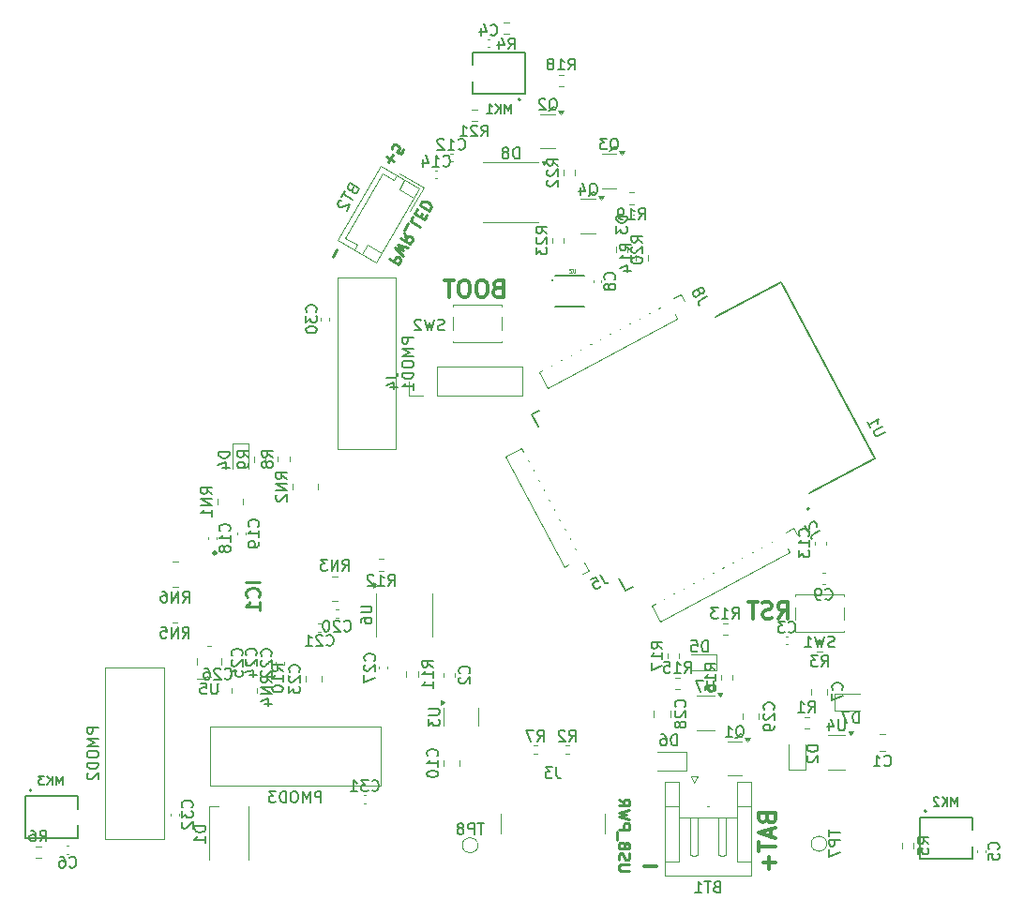
<source format=gbr>
%TF.GenerationSoftware,KiCad,Pcbnew,9.0.4*%
%TF.CreationDate,2025-10-26T21:46:10+01:00*%
%TF.ProjectId,esp32_fpga,65737033-325f-4667-9067-612e6b696361,rev?*%
%TF.SameCoordinates,Original*%
%TF.FileFunction,Legend,Bot*%
%TF.FilePolarity,Positive*%
%FSLAX46Y46*%
G04 Gerber Fmt 4.6, Leading zero omitted, Abs format (unit mm)*
G04 Created by KiCad (PCBNEW 9.0.4) date 2025-10-26 21:46:10*
%MOMM*%
%LPD*%
G01*
G04 APERTURE LIST*
%ADD10C,0.250000*%
%ADD11C,0.300000*%
%ADD12C,0.150000*%
%ADD13C,0.254000*%
%ADD14C,0.080430*%
%ADD15C,0.120000*%
%ADD16C,0.100000*%
%ADD17C,0.127000*%
%ADD18C,0.200000*%
G04 APERTURE END LIST*
D10*
X116308527Y-68809056D02*
X117174552Y-69309056D01*
X117174552Y-69309056D02*
X117365029Y-68979141D01*
X117365029Y-68979141D02*
X117371408Y-68872853D01*
X117371408Y-68872853D02*
X117353979Y-68807804D01*
X117353979Y-68807804D02*
X117295309Y-68718946D01*
X117295309Y-68718946D02*
X117171592Y-68647517D01*
X117171592Y-68647517D02*
X117065303Y-68641138D01*
X117065303Y-68641138D02*
X117000255Y-68658567D01*
X117000255Y-68658567D02*
X116911396Y-68717236D01*
X116911396Y-68717236D02*
X116720920Y-69047151D01*
X117626933Y-68525509D02*
X116879956Y-67819312D01*
X116879956Y-67819312D02*
X117593783Y-68011498D01*
X117593783Y-68011498D02*
X117070432Y-67489398D01*
X117070432Y-67489398D02*
X118055505Y-67783201D01*
X117665670Y-66458415D02*
X117911396Y-66985186D01*
X117379955Y-66953287D02*
X118245981Y-67453287D01*
X118245981Y-67453287D02*
X118436457Y-67123373D01*
X118436457Y-67123373D02*
X118442837Y-67017084D01*
X118442837Y-67017084D02*
X118425407Y-66952036D01*
X118425407Y-66952036D02*
X118366738Y-66863177D01*
X118366738Y-66863177D02*
X118243020Y-66791749D01*
X118243020Y-66791749D02*
X118136732Y-66785369D01*
X118136732Y-66785369D02*
X118071683Y-66802799D01*
X118071683Y-66802799D02*
X117982825Y-66861468D01*
X117982825Y-66861468D02*
X117792349Y-67191382D01*
X117678429Y-66245839D02*
X118059382Y-65586010D01*
X118499003Y-65015040D02*
X118260908Y-65427433D01*
X118260908Y-65427433D02*
X119126933Y-65927433D01*
X119119302Y-64988269D02*
X119285969Y-64699594D01*
X118903765Y-64313971D02*
X118665670Y-64726364D01*
X118665670Y-64726364D02*
X119531695Y-65226364D01*
X119531695Y-65226364D02*
X119769791Y-64813971D01*
X119118051Y-63942817D02*
X119984076Y-64442817D01*
X119984076Y-64442817D02*
X120103124Y-64236621D01*
X120103124Y-64236621D02*
X120133313Y-64089093D01*
X120133313Y-64089093D02*
X120098454Y-63958996D01*
X120098454Y-63958996D02*
X120039785Y-63870137D01*
X120039785Y-63870137D02*
X119898637Y-63733660D01*
X119898637Y-63733660D02*
X119774919Y-63662231D01*
X119774919Y-63662231D02*
X119586152Y-63608233D01*
X119586152Y-63608233D02*
X119479864Y-63601853D01*
X119479864Y-63601853D02*
X119349766Y-63636712D01*
X119349766Y-63636712D02*
X119237099Y-63736621D01*
X119237099Y-63736621D02*
X119118051Y-63942817D01*
X111258441Y-68609532D02*
X111639394Y-67949703D01*
X116268441Y-60099532D02*
X116649394Y-59439703D01*
X116129003Y-59579141D02*
X116788832Y-59960094D01*
X117661695Y-58924441D02*
X117423600Y-59336834D01*
X117423600Y-59336834D02*
X116987397Y-59139978D01*
X116987397Y-59139978D02*
X117052446Y-59122548D01*
X117052446Y-59122548D02*
X117141304Y-59063879D01*
X117141304Y-59063879D02*
X117260352Y-58857683D01*
X117260352Y-58857683D02*
X117266732Y-58751394D01*
X117266732Y-58751394D02*
X117249302Y-58686346D01*
X117249302Y-58686346D02*
X117190633Y-58597487D01*
X117190633Y-58597487D02*
X116984436Y-58478440D01*
X116984436Y-58478440D02*
X116878148Y-58472060D01*
X116878148Y-58472060D02*
X116813099Y-58489490D01*
X116813099Y-58489490D02*
X116724241Y-58548159D01*
X116724241Y-58548159D02*
X116605194Y-58754355D01*
X116605194Y-58754355D02*
X116598814Y-58860643D01*
X116598814Y-58860643D02*
X116616244Y-58925692D01*
X138055380Y-124087431D02*
X137245857Y-124087431D01*
X137245857Y-124087431D02*
X137150619Y-124039812D01*
X137150619Y-124039812D02*
X137103000Y-123992193D01*
X137103000Y-123992193D02*
X137055380Y-123896955D01*
X137055380Y-123896955D02*
X137055380Y-123706479D01*
X137055380Y-123706479D02*
X137103000Y-123611241D01*
X137103000Y-123611241D02*
X137150619Y-123563622D01*
X137150619Y-123563622D02*
X137245857Y-123516003D01*
X137245857Y-123516003D02*
X138055380Y-123516003D01*
X137103000Y-123087431D02*
X137055380Y-122944574D01*
X137055380Y-122944574D02*
X137055380Y-122706479D01*
X137055380Y-122706479D02*
X137103000Y-122611241D01*
X137103000Y-122611241D02*
X137150619Y-122563622D01*
X137150619Y-122563622D02*
X137245857Y-122516003D01*
X137245857Y-122516003D02*
X137341095Y-122516003D01*
X137341095Y-122516003D02*
X137436333Y-122563622D01*
X137436333Y-122563622D02*
X137483952Y-122611241D01*
X137483952Y-122611241D02*
X137531571Y-122706479D01*
X137531571Y-122706479D02*
X137579190Y-122896955D01*
X137579190Y-122896955D02*
X137626809Y-122992193D01*
X137626809Y-122992193D02*
X137674428Y-123039812D01*
X137674428Y-123039812D02*
X137769666Y-123087431D01*
X137769666Y-123087431D02*
X137864904Y-123087431D01*
X137864904Y-123087431D02*
X137960142Y-123039812D01*
X137960142Y-123039812D02*
X138007761Y-122992193D01*
X138007761Y-122992193D02*
X138055380Y-122896955D01*
X138055380Y-122896955D02*
X138055380Y-122658860D01*
X138055380Y-122658860D02*
X138007761Y-122516003D01*
X137579190Y-121754098D02*
X137531571Y-121611241D01*
X137531571Y-121611241D02*
X137483952Y-121563622D01*
X137483952Y-121563622D02*
X137388714Y-121516003D01*
X137388714Y-121516003D02*
X137245857Y-121516003D01*
X137245857Y-121516003D02*
X137150619Y-121563622D01*
X137150619Y-121563622D02*
X137103000Y-121611241D01*
X137103000Y-121611241D02*
X137055380Y-121706479D01*
X137055380Y-121706479D02*
X137055380Y-122087431D01*
X137055380Y-122087431D02*
X138055380Y-122087431D01*
X138055380Y-122087431D02*
X138055380Y-121754098D01*
X138055380Y-121754098D02*
X138007761Y-121658860D01*
X138007761Y-121658860D02*
X137960142Y-121611241D01*
X137960142Y-121611241D02*
X137864904Y-121563622D01*
X137864904Y-121563622D02*
X137769666Y-121563622D01*
X137769666Y-121563622D02*
X137674428Y-121611241D01*
X137674428Y-121611241D02*
X137626809Y-121658860D01*
X137626809Y-121658860D02*
X137579190Y-121754098D01*
X137579190Y-121754098D02*
X137579190Y-122087431D01*
X136960142Y-121325527D02*
X136960142Y-120563622D01*
X137055380Y-120325526D02*
X138055380Y-120325526D01*
X138055380Y-120325526D02*
X138055380Y-119944574D01*
X138055380Y-119944574D02*
X138007761Y-119849336D01*
X138007761Y-119849336D02*
X137960142Y-119801717D01*
X137960142Y-119801717D02*
X137864904Y-119754098D01*
X137864904Y-119754098D02*
X137722047Y-119754098D01*
X137722047Y-119754098D02*
X137626809Y-119801717D01*
X137626809Y-119801717D02*
X137579190Y-119849336D01*
X137579190Y-119849336D02*
X137531571Y-119944574D01*
X137531571Y-119944574D02*
X137531571Y-120325526D01*
X138055380Y-119420764D02*
X137055380Y-119182669D01*
X137055380Y-119182669D02*
X137769666Y-118992193D01*
X137769666Y-118992193D02*
X137055380Y-118801717D01*
X137055380Y-118801717D02*
X138055380Y-118563622D01*
X137055380Y-117611241D02*
X137531571Y-117944574D01*
X137055380Y-118182669D02*
X138055380Y-118182669D01*
X138055380Y-118182669D02*
X138055380Y-117801717D01*
X138055380Y-117801717D02*
X138007761Y-117706479D01*
X138007761Y-117706479D02*
X137960142Y-117658860D01*
X137960142Y-117658860D02*
X137864904Y-117611241D01*
X137864904Y-117611241D02*
X137722047Y-117611241D01*
X137722047Y-117611241D02*
X137626809Y-117658860D01*
X137626809Y-117658860D02*
X137579190Y-117706479D01*
X137579190Y-117706479D02*
X137531571Y-117801717D01*
X137531571Y-117801717D02*
X137531571Y-118182669D01*
D11*
X150455114Y-119364510D02*
X150526542Y-119578796D01*
X150526542Y-119578796D02*
X150597971Y-119650225D01*
X150597971Y-119650225D02*
X150740828Y-119721653D01*
X150740828Y-119721653D02*
X150955114Y-119721653D01*
X150955114Y-119721653D02*
X151097971Y-119650225D01*
X151097971Y-119650225D02*
X151169400Y-119578796D01*
X151169400Y-119578796D02*
X151240828Y-119435939D01*
X151240828Y-119435939D02*
X151240828Y-118864510D01*
X151240828Y-118864510D02*
X149740828Y-118864510D01*
X149740828Y-118864510D02*
X149740828Y-119364510D01*
X149740828Y-119364510D02*
X149812257Y-119507368D01*
X149812257Y-119507368D02*
X149883685Y-119578796D01*
X149883685Y-119578796D02*
X150026542Y-119650225D01*
X150026542Y-119650225D02*
X150169400Y-119650225D01*
X150169400Y-119650225D02*
X150312257Y-119578796D01*
X150312257Y-119578796D02*
X150383685Y-119507368D01*
X150383685Y-119507368D02*
X150455114Y-119364510D01*
X150455114Y-119364510D02*
X150455114Y-118864510D01*
X150812257Y-120293082D02*
X150812257Y-121007368D01*
X151240828Y-120150225D02*
X149740828Y-120650225D01*
X149740828Y-120650225D02*
X151240828Y-121150225D01*
X149740828Y-121435939D02*
X149740828Y-122293082D01*
X151240828Y-121864510D02*
X149740828Y-121864510D01*
X150669400Y-122793081D02*
X150669400Y-123935939D01*
X151240828Y-123364510D02*
X150097971Y-123364510D01*
X151468346Y-101290828D02*
X151968346Y-100576542D01*
X152325489Y-101290828D02*
X152325489Y-99790828D01*
X152325489Y-99790828D02*
X151754060Y-99790828D01*
X151754060Y-99790828D02*
X151611203Y-99862257D01*
X151611203Y-99862257D02*
X151539774Y-99933685D01*
X151539774Y-99933685D02*
X151468346Y-100076542D01*
X151468346Y-100076542D02*
X151468346Y-100290828D01*
X151468346Y-100290828D02*
X151539774Y-100433685D01*
X151539774Y-100433685D02*
X151611203Y-100505114D01*
X151611203Y-100505114D02*
X151754060Y-100576542D01*
X151754060Y-100576542D02*
X152325489Y-100576542D01*
X150896917Y-101219400D02*
X150682632Y-101290828D01*
X150682632Y-101290828D02*
X150325489Y-101290828D01*
X150325489Y-101290828D02*
X150182632Y-101219400D01*
X150182632Y-101219400D02*
X150111203Y-101147971D01*
X150111203Y-101147971D02*
X150039774Y-101005114D01*
X150039774Y-101005114D02*
X150039774Y-100862257D01*
X150039774Y-100862257D02*
X150111203Y-100719400D01*
X150111203Y-100719400D02*
X150182632Y-100647971D01*
X150182632Y-100647971D02*
X150325489Y-100576542D01*
X150325489Y-100576542D02*
X150611203Y-100505114D01*
X150611203Y-100505114D02*
X150754060Y-100433685D01*
X150754060Y-100433685D02*
X150825489Y-100362257D01*
X150825489Y-100362257D02*
X150896917Y-100219400D01*
X150896917Y-100219400D02*
X150896917Y-100076542D01*
X150896917Y-100076542D02*
X150825489Y-99933685D01*
X150825489Y-99933685D02*
X150754060Y-99862257D01*
X150754060Y-99862257D02*
X150611203Y-99790828D01*
X150611203Y-99790828D02*
X150254060Y-99790828D01*
X150254060Y-99790828D02*
X150039774Y-99862257D01*
X149611203Y-99790828D02*
X148754061Y-99790828D01*
X149182632Y-101290828D02*
X149182632Y-99790828D01*
X126145489Y-71455114D02*
X125931203Y-71526542D01*
X125931203Y-71526542D02*
X125859774Y-71597971D01*
X125859774Y-71597971D02*
X125788346Y-71740828D01*
X125788346Y-71740828D02*
X125788346Y-71955114D01*
X125788346Y-71955114D02*
X125859774Y-72097971D01*
X125859774Y-72097971D02*
X125931203Y-72169400D01*
X125931203Y-72169400D02*
X126074060Y-72240828D01*
X126074060Y-72240828D02*
X126645489Y-72240828D01*
X126645489Y-72240828D02*
X126645489Y-70740828D01*
X126645489Y-70740828D02*
X126145489Y-70740828D01*
X126145489Y-70740828D02*
X126002632Y-70812257D01*
X126002632Y-70812257D02*
X125931203Y-70883685D01*
X125931203Y-70883685D02*
X125859774Y-71026542D01*
X125859774Y-71026542D02*
X125859774Y-71169400D01*
X125859774Y-71169400D02*
X125931203Y-71312257D01*
X125931203Y-71312257D02*
X126002632Y-71383685D01*
X126002632Y-71383685D02*
X126145489Y-71455114D01*
X126145489Y-71455114D02*
X126645489Y-71455114D01*
X124859774Y-70740828D02*
X124574060Y-70740828D01*
X124574060Y-70740828D02*
X124431203Y-70812257D01*
X124431203Y-70812257D02*
X124288346Y-70955114D01*
X124288346Y-70955114D02*
X124216917Y-71240828D01*
X124216917Y-71240828D02*
X124216917Y-71740828D01*
X124216917Y-71740828D02*
X124288346Y-72026542D01*
X124288346Y-72026542D02*
X124431203Y-72169400D01*
X124431203Y-72169400D02*
X124574060Y-72240828D01*
X124574060Y-72240828D02*
X124859774Y-72240828D01*
X124859774Y-72240828D02*
X125002632Y-72169400D01*
X125002632Y-72169400D02*
X125145489Y-72026542D01*
X125145489Y-72026542D02*
X125216917Y-71740828D01*
X125216917Y-71740828D02*
X125216917Y-71240828D01*
X125216917Y-71240828D02*
X125145489Y-70955114D01*
X125145489Y-70955114D02*
X125002632Y-70812257D01*
X125002632Y-70812257D02*
X124859774Y-70740828D01*
X123288345Y-70740828D02*
X123002631Y-70740828D01*
X123002631Y-70740828D02*
X122859774Y-70812257D01*
X122859774Y-70812257D02*
X122716917Y-70955114D01*
X122716917Y-70955114D02*
X122645488Y-71240828D01*
X122645488Y-71240828D02*
X122645488Y-71740828D01*
X122645488Y-71740828D02*
X122716917Y-72026542D01*
X122716917Y-72026542D02*
X122859774Y-72169400D01*
X122859774Y-72169400D02*
X123002631Y-72240828D01*
X123002631Y-72240828D02*
X123288345Y-72240828D01*
X123288345Y-72240828D02*
X123431203Y-72169400D01*
X123431203Y-72169400D02*
X123574060Y-72026542D01*
X123574060Y-72026542D02*
X123645488Y-71740828D01*
X123645488Y-71740828D02*
X123645488Y-71240828D01*
X123645488Y-71240828D02*
X123574060Y-70955114D01*
X123574060Y-70955114D02*
X123431203Y-70812257D01*
X123431203Y-70812257D02*
X123288345Y-70740828D01*
X122216916Y-70740828D02*
X121359774Y-70740828D01*
X121788345Y-72240828D02*
X121788345Y-70740828D01*
X140505489Y-123669400D02*
X139362632Y-123669400D01*
D12*
X138882857Y-65234819D02*
X139216190Y-64758628D01*
X139454285Y-65234819D02*
X139454285Y-64234819D01*
X139454285Y-64234819D02*
X139073333Y-64234819D01*
X139073333Y-64234819D02*
X138978095Y-64282438D01*
X138978095Y-64282438D02*
X138930476Y-64330057D01*
X138930476Y-64330057D02*
X138882857Y-64425295D01*
X138882857Y-64425295D02*
X138882857Y-64568152D01*
X138882857Y-64568152D02*
X138930476Y-64663390D01*
X138930476Y-64663390D02*
X138978095Y-64711009D01*
X138978095Y-64711009D02*
X139073333Y-64758628D01*
X139073333Y-64758628D02*
X139454285Y-64758628D01*
X137930476Y-65234819D02*
X138501904Y-65234819D01*
X138216190Y-65234819D02*
X138216190Y-64234819D01*
X138216190Y-64234819D02*
X138311428Y-64377676D01*
X138311428Y-64377676D02*
X138406666Y-64472914D01*
X138406666Y-64472914D02*
X138501904Y-64520533D01*
X137454285Y-65234819D02*
X137263809Y-65234819D01*
X137263809Y-65234819D02*
X137168571Y-65187200D01*
X137168571Y-65187200D02*
X137120952Y-65139580D01*
X137120952Y-65139580D02*
X137025714Y-64996723D01*
X137025714Y-64996723D02*
X136978095Y-64806247D01*
X136978095Y-64806247D02*
X136978095Y-64425295D01*
X136978095Y-64425295D02*
X137025714Y-64330057D01*
X137025714Y-64330057D02*
X137073333Y-64282438D01*
X137073333Y-64282438D02*
X137168571Y-64234819D01*
X137168571Y-64234819D02*
X137359047Y-64234819D01*
X137359047Y-64234819D02*
X137454285Y-64282438D01*
X137454285Y-64282438D02*
X137501904Y-64330057D01*
X137501904Y-64330057D02*
X137549523Y-64425295D01*
X137549523Y-64425295D02*
X137549523Y-64663390D01*
X137549523Y-64663390D02*
X137501904Y-64758628D01*
X137501904Y-64758628D02*
X137454285Y-64806247D01*
X137454285Y-64806247D02*
X137359047Y-64853866D01*
X137359047Y-64853866D02*
X137168571Y-64853866D01*
X137168571Y-64853866D02*
X137073333Y-64806247D01*
X137073333Y-64806247D02*
X137025714Y-64758628D01*
X137025714Y-64758628D02*
X136978095Y-64663390D01*
X136285238Y-59020057D02*
X136380476Y-58972438D01*
X136380476Y-58972438D02*
X136475714Y-58877200D01*
X136475714Y-58877200D02*
X136618571Y-58734342D01*
X136618571Y-58734342D02*
X136713809Y-58686723D01*
X136713809Y-58686723D02*
X136809047Y-58686723D01*
X136761428Y-58924819D02*
X136856666Y-58877200D01*
X136856666Y-58877200D02*
X136951904Y-58781961D01*
X136951904Y-58781961D02*
X136999523Y-58591485D01*
X136999523Y-58591485D02*
X136999523Y-58258152D01*
X136999523Y-58258152D02*
X136951904Y-58067676D01*
X136951904Y-58067676D02*
X136856666Y-57972438D01*
X136856666Y-57972438D02*
X136761428Y-57924819D01*
X136761428Y-57924819D02*
X136570952Y-57924819D01*
X136570952Y-57924819D02*
X136475714Y-57972438D01*
X136475714Y-57972438D02*
X136380476Y-58067676D01*
X136380476Y-58067676D02*
X136332857Y-58258152D01*
X136332857Y-58258152D02*
X136332857Y-58591485D01*
X136332857Y-58591485D02*
X136380476Y-58781961D01*
X136380476Y-58781961D02*
X136475714Y-58877200D01*
X136475714Y-58877200D02*
X136570952Y-58924819D01*
X136570952Y-58924819D02*
X136761428Y-58924819D01*
X135999523Y-57924819D02*
X135380476Y-57924819D01*
X135380476Y-57924819D02*
X135713809Y-58305771D01*
X135713809Y-58305771D02*
X135570952Y-58305771D01*
X135570952Y-58305771D02*
X135475714Y-58353390D01*
X135475714Y-58353390D02*
X135428095Y-58401009D01*
X135428095Y-58401009D02*
X135380476Y-58496247D01*
X135380476Y-58496247D02*
X135380476Y-58734342D01*
X135380476Y-58734342D02*
X135428095Y-58829580D01*
X135428095Y-58829580D02*
X135475714Y-58877200D01*
X135475714Y-58877200D02*
X135570952Y-58924819D01*
X135570952Y-58924819D02*
X135856666Y-58924819D01*
X135856666Y-58924819D02*
X135951904Y-58877200D01*
X135951904Y-58877200D02*
X135999523Y-58829580D01*
X130614819Y-66497142D02*
X130138628Y-66163809D01*
X130614819Y-65925714D02*
X129614819Y-65925714D01*
X129614819Y-65925714D02*
X129614819Y-66306666D01*
X129614819Y-66306666D02*
X129662438Y-66401904D01*
X129662438Y-66401904D02*
X129710057Y-66449523D01*
X129710057Y-66449523D02*
X129805295Y-66497142D01*
X129805295Y-66497142D02*
X129948152Y-66497142D01*
X129948152Y-66497142D02*
X130043390Y-66449523D01*
X130043390Y-66449523D02*
X130091009Y-66401904D01*
X130091009Y-66401904D02*
X130138628Y-66306666D01*
X130138628Y-66306666D02*
X130138628Y-65925714D01*
X129710057Y-66878095D02*
X129662438Y-66925714D01*
X129662438Y-66925714D02*
X129614819Y-67020952D01*
X129614819Y-67020952D02*
X129614819Y-67259047D01*
X129614819Y-67259047D02*
X129662438Y-67354285D01*
X129662438Y-67354285D02*
X129710057Y-67401904D01*
X129710057Y-67401904D02*
X129805295Y-67449523D01*
X129805295Y-67449523D02*
X129900533Y-67449523D01*
X129900533Y-67449523D02*
X130043390Y-67401904D01*
X130043390Y-67401904D02*
X130614819Y-66830476D01*
X130614819Y-66830476D02*
X130614819Y-67449523D01*
X129614819Y-67782857D02*
X129614819Y-68401904D01*
X129614819Y-68401904D02*
X129995771Y-68068571D01*
X129995771Y-68068571D02*
X129995771Y-68211428D01*
X129995771Y-68211428D02*
X130043390Y-68306666D01*
X130043390Y-68306666D02*
X130091009Y-68354285D01*
X130091009Y-68354285D02*
X130186247Y-68401904D01*
X130186247Y-68401904D02*
X130424342Y-68401904D01*
X130424342Y-68401904D02*
X130519580Y-68354285D01*
X130519580Y-68354285D02*
X130567200Y-68306666D01*
X130567200Y-68306666D02*
X130614819Y-68211428D01*
X130614819Y-68211428D02*
X130614819Y-67925714D01*
X130614819Y-67925714D02*
X130567200Y-67830476D01*
X130567200Y-67830476D02*
X130519580Y-67782857D01*
X131614819Y-60377142D02*
X131138628Y-60043809D01*
X131614819Y-59805714D02*
X130614819Y-59805714D01*
X130614819Y-59805714D02*
X130614819Y-60186666D01*
X130614819Y-60186666D02*
X130662438Y-60281904D01*
X130662438Y-60281904D02*
X130710057Y-60329523D01*
X130710057Y-60329523D02*
X130805295Y-60377142D01*
X130805295Y-60377142D02*
X130948152Y-60377142D01*
X130948152Y-60377142D02*
X131043390Y-60329523D01*
X131043390Y-60329523D02*
X131091009Y-60281904D01*
X131091009Y-60281904D02*
X131138628Y-60186666D01*
X131138628Y-60186666D02*
X131138628Y-59805714D01*
X130710057Y-60758095D02*
X130662438Y-60805714D01*
X130662438Y-60805714D02*
X130614819Y-60900952D01*
X130614819Y-60900952D02*
X130614819Y-61139047D01*
X130614819Y-61139047D02*
X130662438Y-61234285D01*
X130662438Y-61234285D02*
X130710057Y-61281904D01*
X130710057Y-61281904D02*
X130805295Y-61329523D01*
X130805295Y-61329523D02*
X130900533Y-61329523D01*
X130900533Y-61329523D02*
X131043390Y-61281904D01*
X131043390Y-61281904D02*
X131614819Y-60710476D01*
X131614819Y-60710476D02*
X131614819Y-61329523D01*
X130710057Y-61710476D02*
X130662438Y-61758095D01*
X130662438Y-61758095D02*
X130614819Y-61853333D01*
X130614819Y-61853333D02*
X130614819Y-62091428D01*
X130614819Y-62091428D02*
X130662438Y-62186666D01*
X130662438Y-62186666D02*
X130710057Y-62234285D01*
X130710057Y-62234285D02*
X130805295Y-62281904D01*
X130805295Y-62281904D02*
X130900533Y-62281904D01*
X130900533Y-62281904D02*
X131043390Y-62234285D01*
X131043390Y-62234285D02*
X131614819Y-61662857D01*
X131614819Y-61662857D02*
X131614819Y-62281904D01*
X124682857Y-57734819D02*
X125016190Y-57258628D01*
X125254285Y-57734819D02*
X125254285Y-56734819D01*
X125254285Y-56734819D02*
X124873333Y-56734819D01*
X124873333Y-56734819D02*
X124778095Y-56782438D01*
X124778095Y-56782438D02*
X124730476Y-56830057D01*
X124730476Y-56830057D02*
X124682857Y-56925295D01*
X124682857Y-56925295D02*
X124682857Y-57068152D01*
X124682857Y-57068152D02*
X124730476Y-57163390D01*
X124730476Y-57163390D02*
X124778095Y-57211009D01*
X124778095Y-57211009D02*
X124873333Y-57258628D01*
X124873333Y-57258628D02*
X125254285Y-57258628D01*
X124301904Y-56830057D02*
X124254285Y-56782438D01*
X124254285Y-56782438D02*
X124159047Y-56734819D01*
X124159047Y-56734819D02*
X123920952Y-56734819D01*
X123920952Y-56734819D02*
X123825714Y-56782438D01*
X123825714Y-56782438D02*
X123778095Y-56830057D01*
X123778095Y-56830057D02*
X123730476Y-56925295D01*
X123730476Y-56925295D02*
X123730476Y-57020533D01*
X123730476Y-57020533D02*
X123778095Y-57163390D01*
X123778095Y-57163390D02*
X124349523Y-57734819D01*
X124349523Y-57734819D02*
X123730476Y-57734819D01*
X122778095Y-57734819D02*
X123349523Y-57734819D01*
X123063809Y-57734819D02*
X123063809Y-56734819D01*
X123063809Y-56734819D02*
X123159047Y-56877676D01*
X123159047Y-56877676D02*
X123254285Y-56972914D01*
X123254285Y-56972914D02*
X123349523Y-57020533D01*
X139224819Y-67327142D02*
X138748628Y-66993809D01*
X139224819Y-66755714D02*
X138224819Y-66755714D01*
X138224819Y-66755714D02*
X138224819Y-67136666D01*
X138224819Y-67136666D02*
X138272438Y-67231904D01*
X138272438Y-67231904D02*
X138320057Y-67279523D01*
X138320057Y-67279523D02*
X138415295Y-67327142D01*
X138415295Y-67327142D02*
X138558152Y-67327142D01*
X138558152Y-67327142D02*
X138653390Y-67279523D01*
X138653390Y-67279523D02*
X138701009Y-67231904D01*
X138701009Y-67231904D02*
X138748628Y-67136666D01*
X138748628Y-67136666D02*
X138748628Y-66755714D01*
X138320057Y-67708095D02*
X138272438Y-67755714D01*
X138272438Y-67755714D02*
X138224819Y-67850952D01*
X138224819Y-67850952D02*
X138224819Y-68089047D01*
X138224819Y-68089047D02*
X138272438Y-68184285D01*
X138272438Y-68184285D02*
X138320057Y-68231904D01*
X138320057Y-68231904D02*
X138415295Y-68279523D01*
X138415295Y-68279523D02*
X138510533Y-68279523D01*
X138510533Y-68279523D02*
X138653390Y-68231904D01*
X138653390Y-68231904D02*
X139224819Y-67660476D01*
X139224819Y-67660476D02*
X139224819Y-68279523D01*
X138224819Y-68898571D02*
X138224819Y-68993809D01*
X138224819Y-68993809D02*
X138272438Y-69089047D01*
X138272438Y-69089047D02*
X138320057Y-69136666D01*
X138320057Y-69136666D02*
X138415295Y-69184285D01*
X138415295Y-69184285D02*
X138605771Y-69231904D01*
X138605771Y-69231904D02*
X138843866Y-69231904D01*
X138843866Y-69231904D02*
X139034342Y-69184285D01*
X139034342Y-69184285D02*
X139129580Y-69136666D01*
X139129580Y-69136666D02*
X139177200Y-69089047D01*
X139177200Y-69089047D02*
X139224819Y-68993809D01*
X139224819Y-68993809D02*
X139224819Y-68898571D01*
X139224819Y-68898571D02*
X139177200Y-68803333D01*
X139177200Y-68803333D02*
X139129580Y-68755714D01*
X139129580Y-68755714D02*
X139034342Y-68708095D01*
X139034342Y-68708095D02*
X138843866Y-68660476D01*
X138843866Y-68660476D02*
X138605771Y-68660476D01*
X138605771Y-68660476D02*
X138415295Y-68708095D01*
X138415295Y-68708095D02*
X138320057Y-68755714D01*
X138320057Y-68755714D02*
X138272438Y-68803333D01*
X138272438Y-68803333D02*
X138224819Y-68898571D01*
X132522857Y-51734819D02*
X132856190Y-51258628D01*
X133094285Y-51734819D02*
X133094285Y-50734819D01*
X133094285Y-50734819D02*
X132713333Y-50734819D01*
X132713333Y-50734819D02*
X132618095Y-50782438D01*
X132618095Y-50782438D02*
X132570476Y-50830057D01*
X132570476Y-50830057D02*
X132522857Y-50925295D01*
X132522857Y-50925295D02*
X132522857Y-51068152D01*
X132522857Y-51068152D02*
X132570476Y-51163390D01*
X132570476Y-51163390D02*
X132618095Y-51211009D01*
X132618095Y-51211009D02*
X132713333Y-51258628D01*
X132713333Y-51258628D02*
X133094285Y-51258628D01*
X131570476Y-51734819D02*
X132141904Y-51734819D01*
X131856190Y-51734819D02*
X131856190Y-50734819D01*
X131856190Y-50734819D02*
X131951428Y-50877676D01*
X131951428Y-50877676D02*
X132046666Y-50972914D01*
X132046666Y-50972914D02*
X132141904Y-51020533D01*
X130999047Y-51163390D02*
X131094285Y-51115771D01*
X131094285Y-51115771D02*
X131141904Y-51068152D01*
X131141904Y-51068152D02*
X131189523Y-50972914D01*
X131189523Y-50972914D02*
X131189523Y-50925295D01*
X131189523Y-50925295D02*
X131141904Y-50830057D01*
X131141904Y-50830057D02*
X131094285Y-50782438D01*
X131094285Y-50782438D02*
X130999047Y-50734819D01*
X130999047Y-50734819D02*
X130808571Y-50734819D01*
X130808571Y-50734819D02*
X130713333Y-50782438D01*
X130713333Y-50782438D02*
X130665714Y-50830057D01*
X130665714Y-50830057D02*
X130618095Y-50925295D01*
X130618095Y-50925295D02*
X130618095Y-50972914D01*
X130618095Y-50972914D02*
X130665714Y-51068152D01*
X130665714Y-51068152D02*
X130713333Y-51115771D01*
X130713333Y-51115771D02*
X130808571Y-51163390D01*
X130808571Y-51163390D02*
X130999047Y-51163390D01*
X130999047Y-51163390D02*
X131094285Y-51211009D01*
X131094285Y-51211009D02*
X131141904Y-51258628D01*
X131141904Y-51258628D02*
X131189523Y-51353866D01*
X131189523Y-51353866D02*
X131189523Y-51544342D01*
X131189523Y-51544342D02*
X131141904Y-51639580D01*
X131141904Y-51639580D02*
X131094285Y-51687200D01*
X131094285Y-51687200D02*
X130999047Y-51734819D01*
X130999047Y-51734819D02*
X130808571Y-51734819D01*
X130808571Y-51734819D02*
X130713333Y-51687200D01*
X130713333Y-51687200D02*
X130665714Y-51639580D01*
X130665714Y-51639580D02*
X130618095Y-51544342D01*
X130618095Y-51544342D02*
X130618095Y-51353866D01*
X130618095Y-51353866D02*
X130665714Y-51258628D01*
X130665714Y-51258628D02*
X130713333Y-51211009D01*
X130713333Y-51211009D02*
X130808571Y-51163390D01*
X134397738Y-63110057D02*
X134492976Y-63062438D01*
X134492976Y-63062438D02*
X134588214Y-62967200D01*
X134588214Y-62967200D02*
X134731071Y-62824342D01*
X134731071Y-62824342D02*
X134826309Y-62776723D01*
X134826309Y-62776723D02*
X134921547Y-62776723D01*
X134873928Y-63014819D02*
X134969166Y-62967200D01*
X134969166Y-62967200D02*
X135064404Y-62871961D01*
X135064404Y-62871961D02*
X135112023Y-62681485D01*
X135112023Y-62681485D02*
X135112023Y-62348152D01*
X135112023Y-62348152D02*
X135064404Y-62157676D01*
X135064404Y-62157676D02*
X134969166Y-62062438D01*
X134969166Y-62062438D02*
X134873928Y-62014819D01*
X134873928Y-62014819D02*
X134683452Y-62014819D01*
X134683452Y-62014819D02*
X134588214Y-62062438D01*
X134588214Y-62062438D02*
X134492976Y-62157676D01*
X134492976Y-62157676D02*
X134445357Y-62348152D01*
X134445357Y-62348152D02*
X134445357Y-62681485D01*
X134445357Y-62681485D02*
X134492976Y-62871961D01*
X134492976Y-62871961D02*
X134588214Y-62967200D01*
X134588214Y-62967200D02*
X134683452Y-63014819D01*
X134683452Y-63014819D02*
X134873928Y-63014819D01*
X133588214Y-62348152D02*
X133588214Y-63014819D01*
X133826309Y-61967200D02*
X134064404Y-62681485D01*
X134064404Y-62681485D02*
X133445357Y-62681485D01*
X130767738Y-55440057D02*
X130862976Y-55392438D01*
X130862976Y-55392438D02*
X130958214Y-55297200D01*
X130958214Y-55297200D02*
X131101071Y-55154342D01*
X131101071Y-55154342D02*
X131196309Y-55106723D01*
X131196309Y-55106723D02*
X131291547Y-55106723D01*
X131243928Y-55344819D02*
X131339166Y-55297200D01*
X131339166Y-55297200D02*
X131434404Y-55201961D01*
X131434404Y-55201961D02*
X131482023Y-55011485D01*
X131482023Y-55011485D02*
X131482023Y-54678152D01*
X131482023Y-54678152D02*
X131434404Y-54487676D01*
X131434404Y-54487676D02*
X131339166Y-54392438D01*
X131339166Y-54392438D02*
X131243928Y-54344819D01*
X131243928Y-54344819D02*
X131053452Y-54344819D01*
X131053452Y-54344819D02*
X130958214Y-54392438D01*
X130958214Y-54392438D02*
X130862976Y-54487676D01*
X130862976Y-54487676D02*
X130815357Y-54678152D01*
X130815357Y-54678152D02*
X130815357Y-55011485D01*
X130815357Y-55011485D02*
X130862976Y-55201961D01*
X130862976Y-55201961D02*
X130958214Y-55297200D01*
X130958214Y-55297200D02*
X131053452Y-55344819D01*
X131053452Y-55344819D02*
X131243928Y-55344819D01*
X130434404Y-54440057D02*
X130386785Y-54392438D01*
X130386785Y-54392438D02*
X130291547Y-54344819D01*
X130291547Y-54344819D02*
X130053452Y-54344819D01*
X130053452Y-54344819D02*
X129958214Y-54392438D01*
X129958214Y-54392438D02*
X129910595Y-54440057D01*
X129910595Y-54440057D02*
X129862976Y-54535295D01*
X129862976Y-54535295D02*
X129862976Y-54630533D01*
X129862976Y-54630533D02*
X129910595Y-54773390D01*
X129910595Y-54773390D02*
X130482023Y-55344819D01*
X130482023Y-55344819D02*
X129862976Y-55344819D01*
X128088094Y-59754819D02*
X128088094Y-58754819D01*
X128088094Y-58754819D02*
X127849999Y-58754819D01*
X127849999Y-58754819D02*
X127707142Y-58802438D01*
X127707142Y-58802438D02*
X127611904Y-58897676D01*
X127611904Y-58897676D02*
X127564285Y-58992914D01*
X127564285Y-58992914D02*
X127516666Y-59183390D01*
X127516666Y-59183390D02*
X127516666Y-59326247D01*
X127516666Y-59326247D02*
X127564285Y-59516723D01*
X127564285Y-59516723D02*
X127611904Y-59611961D01*
X127611904Y-59611961D02*
X127707142Y-59707200D01*
X127707142Y-59707200D02*
X127849999Y-59754819D01*
X127849999Y-59754819D02*
X128088094Y-59754819D01*
X126945237Y-59183390D02*
X127040475Y-59135771D01*
X127040475Y-59135771D02*
X127088094Y-59088152D01*
X127088094Y-59088152D02*
X127135713Y-58992914D01*
X127135713Y-58992914D02*
X127135713Y-58945295D01*
X127135713Y-58945295D02*
X127088094Y-58850057D01*
X127088094Y-58850057D02*
X127040475Y-58802438D01*
X127040475Y-58802438D02*
X126945237Y-58754819D01*
X126945237Y-58754819D02*
X126754761Y-58754819D01*
X126754761Y-58754819D02*
X126659523Y-58802438D01*
X126659523Y-58802438D02*
X126611904Y-58850057D01*
X126611904Y-58850057D02*
X126564285Y-58945295D01*
X126564285Y-58945295D02*
X126564285Y-58992914D01*
X126564285Y-58992914D02*
X126611904Y-59088152D01*
X126611904Y-59088152D02*
X126659523Y-59135771D01*
X126659523Y-59135771D02*
X126754761Y-59183390D01*
X126754761Y-59183390D02*
X126945237Y-59183390D01*
X126945237Y-59183390D02*
X127040475Y-59231009D01*
X127040475Y-59231009D02*
X127088094Y-59278628D01*
X127088094Y-59278628D02*
X127135713Y-59373866D01*
X127135713Y-59373866D02*
X127135713Y-59564342D01*
X127135713Y-59564342D02*
X127088094Y-59659580D01*
X127088094Y-59659580D02*
X127040475Y-59707200D01*
X127040475Y-59707200D02*
X126945237Y-59754819D01*
X126945237Y-59754819D02*
X126754761Y-59754819D01*
X126754761Y-59754819D02*
X126659523Y-59707200D01*
X126659523Y-59707200D02*
X126611904Y-59659580D01*
X126611904Y-59659580D02*
X126564285Y-59564342D01*
X126564285Y-59564342D02*
X126564285Y-59373866D01*
X126564285Y-59373866D02*
X126611904Y-59278628D01*
X126611904Y-59278628D02*
X126659523Y-59231009D01*
X126659523Y-59231009D02*
X126754761Y-59183390D01*
X121232857Y-60369580D02*
X121280476Y-60417200D01*
X121280476Y-60417200D02*
X121423333Y-60464819D01*
X121423333Y-60464819D02*
X121518571Y-60464819D01*
X121518571Y-60464819D02*
X121661428Y-60417200D01*
X121661428Y-60417200D02*
X121756666Y-60321961D01*
X121756666Y-60321961D02*
X121804285Y-60226723D01*
X121804285Y-60226723D02*
X121851904Y-60036247D01*
X121851904Y-60036247D02*
X121851904Y-59893390D01*
X121851904Y-59893390D02*
X121804285Y-59702914D01*
X121804285Y-59702914D02*
X121756666Y-59607676D01*
X121756666Y-59607676D02*
X121661428Y-59512438D01*
X121661428Y-59512438D02*
X121518571Y-59464819D01*
X121518571Y-59464819D02*
X121423333Y-59464819D01*
X121423333Y-59464819D02*
X121280476Y-59512438D01*
X121280476Y-59512438D02*
X121232857Y-59560057D01*
X120280476Y-60464819D02*
X120851904Y-60464819D01*
X120566190Y-60464819D02*
X120566190Y-59464819D01*
X120566190Y-59464819D02*
X120661428Y-59607676D01*
X120661428Y-59607676D02*
X120756666Y-59702914D01*
X120756666Y-59702914D02*
X120851904Y-59750533D01*
X119423333Y-59798152D02*
X119423333Y-60464819D01*
X119661428Y-59417200D02*
X119899523Y-60131485D01*
X119899523Y-60131485D02*
X119280476Y-60131485D01*
X122612857Y-58859580D02*
X122660476Y-58907200D01*
X122660476Y-58907200D02*
X122803333Y-58954819D01*
X122803333Y-58954819D02*
X122898571Y-58954819D01*
X122898571Y-58954819D02*
X123041428Y-58907200D01*
X123041428Y-58907200D02*
X123136666Y-58811961D01*
X123136666Y-58811961D02*
X123184285Y-58716723D01*
X123184285Y-58716723D02*
X123231904Y-58526247D01*
X123231904Y-58526247D02*
X123231904Y-58383390D01*
X123231904Y-58383390D02*
X123184285Y-58192914D01*
X123184285Y-58192914D02*
X123136666Y-58097676D01*
X123136666Y-58097676D02*
X123041428Y-58002438D01*
X123041428Y-58002438D02*
X122898571Y-57954819D01*
X122898571Y-57954819D02*
X122803333Y-57954819D01*
X122803333Y-57954819D02*
X122660476Y-58002438D01*
X122660476Y-58002438D02*
X122612857Y-58050057D01*
X121660476Y-58954819D02*
X122231904Y-58954819D01*
X121946190Y-58954819D02*
X121946190Y-57954819D01*
X121946190Y-57954819D02*
X122041428Y-58097676D01*
X122041428Y-58097676D02*
X122136666Y-58192914D01*
X122136666Y-58192914D02*
X122231904Y-58240533D01*
X121279523Y-58050057D02*
X121231904Y-58002438D01*
X121231904Y-58002438D02*
X121136666Y-57954819D01*
X121136666Y-57954819D02*
X120898571Y-57954819D01*
X120898571Y-57954819D02*
X120803333Y-58002438D01*
X120803333Y-58002438D02*
X120755714Y-58050057D01*
X120755714Y-58050057D02*
X120708095Y-58145295D01*
X120708095Y-58145295D02*
X120708095Y-58240533D01*
X120708095Y-58240533D02*
X120755714Y-58383390D01*
X120755714Y-58383390D02*
X121327142Y-58954819D01*
X121327142Y-58954819D02*
X120708095Y-58954819D01*
X113023238Y-62507588D02*
X112993049Y-62655115D01*
X112993049Y-62655115D02*
X113010479Y-62720164D01*
X113010479Y-62720164D02*
X113069148Y-62809022D01*
X113069148Y-62809022D02*
X113192866Y-62880451D01*
X113192866Y-62880451D02*
X113299154Y-62886831D01*
X113299154Y-62886831D02*
X113364203Y-62869401D01*
X113364203Y-62869401D02*
X113453061Y-62810732D01*
X113453061Y-62810732D02*
X113643537Y-62480817D01*
X113643537Y-62480817D02*
X112777512Y-61980817D01*
X112777512Y-61980817D02*
X112610845Y-62269492D01*
X112610845Y-62269492D02*
X112604465Y-62375781D01*
X112604465Y-62375781D02*
X112621895Y-62440829D01*
X112621895Y-62440829D02*
X112680564Y-62529688D01*
X112680564Y-62529688D02*
X112763043Y-62577307D01*
X112763043Y-62577307D02*
X112869331Y-62583686D01*
X112869331Y-62583686D02*
X112934380Y-62566257D01*
X112934380Y-62566257D02*
X113023238Y-62507588D01*
X113023238Y-62507588D02*
X113189905Y-62218912D01*
X112348940Y-62723125D02*
X112063226Y-63217996D01*
X113072109Y-63470561D02*
X112206083Y-62970561D01*
X112002847Y-63513051D02*
X111937799Y-63530481D01*
X111937799Y-63530481D02*
X111848940Y-63589150D01*
X111848940Y-63589150D02*
X111729893Y-63795347D01*
X111729893Y-63795347D02*
X111723513Y-63901635D01*
X111723513Y-63901635D02*
X111740943Y-63966684D01*
X111740943Y-63966684D02*
X111799612Y-64055542D01*
X111799612Y-64055542D02*
X111882090Y-64103161D01*
X111882090Y-64103161D02*
X112029618Y-64133350D01*
X112029618Y-64133350D02*
X112810204Y-63924193D01*
X112810204Y-63924193D02*
X112500680Y-64460304D01*
X138194819Y-68070380D02*
X137718628Y-67737047D01*
X138194819Y-67498952D02*
X137194819Y-67498952D01*
X137194819Y-67498952D02*
X137194819Y-67879904D01*
X137194819Y-67879904D02*
X137242438Y-67975142D01*
X137242438Y-67975142D02*
X137290057Y-68022761D01*
X137290057Y-68022761D02*
X137385295Y-68070380D01*
X137385295Y-68070380D02*
X137528152Y-68070380D01*
X137528152Y-68070380D02*
X137623390Y-68022761D01*
X137623390Y-68022761D02*
X137671009Y-67975142D01*
X137671009Y-67975142D02*
X137718628Y-67879904D01*
X137718628Y-67879904D02*
X137718628Y-67498952D01*
X138194819Y-69022761D02*
X138194819Y-68451333D01*
X138194819Y-68737047D02*
X137194819Y-68737047D01*
X137194819Y-68737047D02*
X137337676Y-68641809D01*
X137337676Y-68641809D02*
X137432914Y-68546571D01*
X137432914Y-68546571D02*
X137480533Y-68451333D01*
X137528152Y-69879904D02*
X138194819Y-69879904D01*
X137147200Y-69641809D02*
X137861485Y-69403714D01*
X137861485Y-69403714D02*
X137861485Y-70022761D01*
X125506666Y-48539580D02*
X125554285Y-48587200D01*
X125554285Y-48587200D02*
X125697142Y-48634819D01*
X125697142Y-48634819D02*
X125792380Y-48634819D01*
X125792380Y-48634819D02*
X125935237Y-48587200D01*
X125935237Y-48587200D02*
X126030475Y-48491961D01*
X126030475Y-48491961D02*
X126078094Y-48396723D01*
X126078094Y-48396723D02*
X126125713Y-48206247D01*
X126125713Y-48206247D02*
X126125713Y-48063390D01*
X126125713Y-48063390D02*
X126078094Y-47872914D01*
X126078094Y-47872914D02*
X126030475Y-47777676D01*
X126030475Y-47777676D02*
X125935237Y-47682438D01*
X125935237Y-47682438D02*
X125792380Y-47634819D01*
X125792380Y-47634819D02*
X125697142Y-47634819D01*
X125697142Y-47634819D02*
X125554285Y-47682438D01*
X125554285Y-47682438D02*
X125506666Y-47730057D01*
X124649523Y-47968152D02*
X124649523Y-48634819D01*
X124887618Y-47587200D02*
X125125713Y-48301485D01*
X125125713Y-48301485D02*
X124506666Y-48301485D01*
X147633762Y-112080057D02*
X147729000Y-112032438D01*
X147729000Y-112032438D02*
X147824238Y-111937200D01*
X147824238Y-111937200D02*
X147967095Y-111794342D01*
X147967095Y-111794342D02*
X148062333Y-111746723D01*
X148062333Y-111746723D02*
X148157571Y-111746723D01*
X148109952Y-111984819D02*
X148205190Y-111937200D01*
X148205190Y-111937200D02*
X148300428Y-111841961D01*
X148300428Y-111841961D02*
X148348047Y-111651485D01*
X148348047Y-111651485D02*
X148348047Y-111318152D01*
X148348047Y-111318152D02*
X148300428Y-111127676D01*
X148300428Y-111127676D02*
X148205190Y-111032438D01*
X148205190Y-111032438D02*
X148109952Y-110984819D01*
X148109952Y-110984819D02*
X147919476Y-110984819D01*
X147919476Y-110984819D02*
X147824238Y-111032438D01*
X147824238Y-111032438D02*
X147729000Y-111127676D01*
X147729000Y-111127676D02*
X147681381Y-111318152D01*
X147681381Y-111318152D02*
X147681381Y-111651485D01*
X147681381Y-111651485D02*
X147729000Y-111841961D01*
X147729000Y-111841961D02*
X147824238Y-111937200D01*
X147824238Y-111937200D02*
X147919476Y-111984819D01*
X147919476Y-111984819D02*
X148109952Y-111984819D01*
X146729000Y-111984819D02*
X147300428Y-111984819D01*
X147014714Y-111984819D02*
X147014714Y-110984819D01*
X147014714Y-110984819D02*
X147109952Y-111127676D01*
X147109952Y-111127676D02*
X147205190Y-111222914D01*
X147205190Y-111222914D02*
X147300428Y-111270533D01*
X116282857Y-98324819D02*
X116616190Y-97848628D01*
X116854285Y-98324819D02*
X116854285Y-97324819D01*
X116854285Y-97324819D02*
X116473333Y-97324819D01*
X116473333Y-97324819D02*
X116378095Y-97372438D01*
X116378095Y-97372438D02*
X116330476Y-97420057D01*
X116330476Y-97420057D02*
X116282857Y-97515295D01*
X116282857Y-97515295D02*
X116282857Y-97658152D01*
X116282857Y-97658152D02*
X116330476Y-97753390D01*
X116330476Y-97753390D02*
X116378095Y-97801009D01*
X116378095Y-97801009D02*
X116473333Y-97848628D01*
X116473333Y-97848628D02*
X116854285Y-97848628D01*
X115330476Y-98324819D02*
X115901904Y-98324819D01*
X115616190Y-98324819D02*
X115616190Y-97324819D01*
X115616190Y-97324819D02*
X115711428Y-97467676D01*
X115711428Y-97467676D02*
X115806666Y-97562914D01*
X115806666Y-97562914D02*
X115901904Y-97610533D01*
X114949523Y-97420057D02*
X114901904Y-97372438D01*
X114901904Y-97372438D02*
X114806666Y-97324819D01*
X114806666Y-97324819D02*
X114568571Y-97324819D01*
X114568571Y-97324819D02*
X114473333Y-97372438D01*
X114473333Y-97372438D02*
X114425714Y-97420057D01*
X114425714Y-97420057D02*
X114378095Y-97515295D01*
X114378095Y-97515295D02*
X114378095Y-97610533D01*
X114378095Y-97610533D02*
X114425714Y-97753390D01*
X114425714Y-97753390D02*
X114997142Y-98324819D01*
X114997142Y-98324819D02*
X114378095Y-98324819D01*
X145660428Y-106882319D02*
X145660428Y-107691842D01*
X145660428Y-107691842D02*
X145612809Y-107787080D01*
X145612809Y-107787080D02*
X145565190Y-107834700D01*
X145565190Y-107834700D02*
X145469952Y-107882319D01*
X145469952Y-107882319D02*
X145279476Y-107882319D01*
X145279476Y-107882319D02*
X145184238Y-107834700D01*
X145184238Y-107834700D02*
X145136619Y-107787080D01*
X145136619Y-107787080D02*
X145089000Y-107691842D01*
X145089000Y-107691842D02*
X145089000Y-106882319D01*
X144708047Y-106882319D02*
X144041381Y-106882319D01*
X144041381Y-106882319D02*
X144469952Y-107882319D01*
X99774819Y-120021905D02*
X98774819Y-120021905D01*
X98774819Y-120021905D02*
X98774819Y-120260000D01*
X98774819Y-120260000D02*
X98822438Y-120402857D01*
X98822438Y-120402857D02*
X98917676Y-120498095D01*
X98917676Y-120498095D02*
X99012914Y-120545714D01*
X99012914Y-120545714D02*
X99203390Y-120593333D01*
X99203390Y-120593333D02*
X99346247Y-120593333D01*
X99346247Y-120593333D02*
X99536723Y-120545714D01*
X99536723Y-120545714D02*
X99631961Y-120498095D01*
X99631961Y-120498095D02*
X99727200Y-120402857D01*
X99727200Y-120402857D02*
X99774819Y-120260000D01*
X99774819Y-120260000D02*
X99774819Y-120021905D01*
X99774819Y-121545714D02*
X99774819Y-120974286D01*
X99774819Y-121260000D02*
X98774819Y-121260000D01*
X98774819Y-121260000D02*
X98917676Y-121164762D01*
X98917676Y-121164762D02*
X99012914Y-121069524D01*
X99012914Y-121069524D02*
X99060533Y-120974286D01*
X155073343Y-112759405D02*
X154073343Y-112759405D01*
X154073343Y-112759405D02*
X154073343Y-112997500D01*
X154073343Y-112997500D02*
X154120962Y-113140357D01*
X154120962Y-113140357D02*
X154216200Y-113235595D01*
X154216200Y-113235595D02*
X154311438Y-113283214D01*
X154311438Y-113283214D02*
X154501914Y-113330833D01*
X154501914Y-113330833D02*
X154644771Y-113330833D01*
X154644771Y-113330833D02*
X154835247Y-113283214D01*
X154835247Y-113283214D02*
X154930485Y-113235595D01*
X154930485Y-113235595D02*
X155025724Y-113140357D01*
X155025724Y-113140357D02*
X155073343Y-112997500D01*
X155073343Y-112997500D02*
X155073343Y-112759405D01*
X154168581Y-113711786D02*
X154120962Y-113759405D01*
X154120962Y-113759405D02*
X154073343Y-113854643D01*
X154073343Y-113854643D02*
X154073343Y-114092738D01*
X154073343Y-114092738D02*
X154120962Y-114187976D01*
X154120962Y-114187976D02*
X154168581Y-114235595D01*
X154168581Y-114235595D02*
X154263819Y-114283214D01*
X154263819Y-114283214D02*
X154359057Y-114283214D01*
X154359057Y-114283214D02*
X154501914Y-114235595D01*
X154501914Y-114235595D02*
X155073343Y-113664167D01*
X155073343Y-113664167D02*
X155073343Y-114283214D01*
X137854819Y-64970143D02*
X136854819Y-64970143D01*
X136854819Y-64970143D02*
X136854819Y-65208238D01*
X136854819Y-65208238D02*
X136902438Y-65351095D01*
X136902438Y-65351095D02*
X136997676Y-65446333D01*
X136997676Y-65446333D02*
X137092914Y-65493952D01*
X137092914Y-65493952D02*
X137283390Y-65541571D01*
X137283390Y-65541571D02*
X137426247Y-65541571D01*
X137426247Y-65541571D02*
X137616723Y-65493952D01*
X137616723Y-65493952D02*
X137711961Y-65446333D01*
X137711961Y-65446333D02*
X137807200Y-65351095D01*
X137807200Y-65351095D02*
X137854819Y-65208238D01*
X137854819Y-65208238D02*
X137854819Y-64970143D01*
X136854819Y-65874905D02*
X136854819Y-66493952D01*
X136854819Y-66493952D02*
X137235771Y-66160619D01*
X137235771Y-66160619D02*
X137235771Y-66303476D01*
X137235771Y-66303476D02*
X137283390Y-66398714D01*
X137283390Y-66398714D02*
X137331009Y-66446333D01*
X137331009Y-66446333D02*
X137426247Y-66493952D01*
X137426247Y-66493952D02*
X137664342Y-66493952D01*
X137664342Y-66493952D02*
X137759580Y-66446333D01*
X137759580Y-66446333D02*
X137807200Y-66398714D01*
X137807200Y-66398714D02*
X137854819Y-66303476D01*
X137854819Y-66303476D02*
X137854819Y-66017762D01*
X137854819Y-66017762D02*
X137807200Y-65922524D01*
X137807200Y-65922524D02*
X137759580Y-65874905D01*
X157497928Y-110404819D02*
X157497928Y-111214342D01*
X157497928Y-111214342D02*
X157450309Y-111309580D01*
X157450309Y-111309580D02*
X157402690Y-111357200D01*
X157402690Y-111357200D02*
X157307452Y-111404819D01*
X157307452Y-111404819D02*
X157116976Y-111404819D01*
X157116976Y-111404819D02*
X157021738Y-111357200D01*
X157021738Y-111357200D02*
X156974119Y-111309580D01*
X156974119Y-111309580D02*
X156926500Y-111214342D01*
X156926500Y-111214342D02*
X156926500Y-110404819D01*
X156021738Y-110738152D02*
X156021738Y-111404819D01*
X156259833Y-110357200D02*
X156497928Y-111071485D01*
X156497928Y-111071485D02*
X155878881Y-111071485D01*
X84826666Y-121417319D02*
X85159999Y-120941128D01*
X85398094Y-121417319D02*
X85398094Y-120417319D01*
X85398094Y-120417319D02*
X85017142Y-120417319D01*
X85017142Y-120417319D02*
X84921904Y-120464938D01*
X84921904Y-120464938D02*
X84874285Y-120512557D01*
X84874285Y-120512557D02*
X84826666Y-120607795D01*
X84826666Y-120607795D02*
X84826666Y-120750652D01*
X84826666Y-120750652D02*
X84874285Y-120845890D01*
X84874285Y-120845890D02*
X84921904Y-120893509D01*
X84921904Y-120893509D02*
X85017142Y-120941128D01*
X85017142Y-120941128D02*
X85398094Y-120941128D01*
X83969523Y-120417319D02*
X84159999Y-120417319D01*
X84159999Y-120417319D02*
X84255237Y-120464938D01*
X84255237Y-120464938D02*
X84302856Y-120512557D01*
X84302856Y-120512557D02*
X84398094Y-120655414D01*
X84398094Y-120655414D02*
X84445713Y-120845890D01*
X84445713Y-120845890D02*
X84445713Y-121226842D01*
X84445713Y-121226842D02*
X84398094Y-121322080D01*
X84398094Y-121322080D02*
X84350475Y-121369700D01*
X84350475Y-121369700D02*
X84255237Y-121417319D01*
X84255237Y-121417319D02*
X84064761Y-121417319D01*
X84064761Y-121417319D02*
X83969523Y-121369700D01*
X83969523Y-121369700D02*
X83921904Y-121322080D01*
X83921904Y-121322080D02*
X83874285Y-121226842D01*
X83874285Y-121226842D02*
X83874285Y-120988747D01*
X83874285Y-120988747D02*
X83921904Y-120893509D01*
X83921904Y-120893509D02*
X83969523Y-120845890D01*
X83969523Y-120845890D02*
X84064761Y-120798271D01*
X84064761Y-120798271D02*
X84255237Y-120798271D01*
X84255237Y-120798271D02*
X84350475Y-120845890D01*
X84350475Y-120845890D02*
X84398094Y-120893509D01*
X84398094Y-120893509D02*
X84445713Y-120988747D01*
X161052690Y-114539580D02*
X161100309Y-114587200D01*
X161100309Y-114587200D02*
X161243166Y-114634819D01*
X161243166Y-114634819D02*
X161338404Y-114634819D01*
X161338404Y-114634819D02*
X161481261Y-114587200D01*
X161481261Y-114587200D02*
X161576499Y-114491961D01*
X161576499Y-114491961D02*
X161624118Y-114396723D01*
X161624118Y-114396723D02*
X161671737Y-114206247D01*
X161671737Y-114206247D02*
X161671737Y-114063390D01*
X161671737Y-114063390D02*
X161624118Y-113872914D01*
X161624118Y-113872914D02*
X161576499Y-113777676D01*
X161576499Y-113777676D02*
X161481261Y-113682438D01*
X161481261Y-113682438D02*
X161338404Y-113634819D01*
X161338404Y-113634819D02*
X161243166Y-113634819D01*
X161243166Y-113634819D02*
X161100309Y-113682438D01*
X161100309Y-113682438D02*
X161052690Y-113730057D01*
X160100309Y-114634819D02*
X160671737Y-114634819D01*
X160386023Y-114634819D02*
X160386023Y-113634819D01*
X160386023Y-113634819D02*
X160481261Y-113777676D01*
X160481261Y-113777676D02*
X160576499Y-113872914D01*
X160576499Y-113872914D02*
X160671737Y-113920533D01*
X101909580Y-93377142D02*
X101957200Y-93329523D01*
X101957200Y-93329523D02*
X102004819Y-93186666D01*
X102004819Y-93186666D02*
X102004819Y-93091428D01*
X102004819Y-93091428D02*
X101957200Y-92948571D01*
X101957200Y-92948571D02*
X101861961Y-92853333D01*
X101861961Y-92853333D02*
X101766723Y-92805714D01*
X101766723Y-92805714D02*
X101576247Y-92758095D01*
X101576247Y-92758095D02*
X101433390Y-92758095D01*
X101433390Y-92758095D02*
X101242914Y-92805714D01*
X101242914Y-92805714D02*
X101147676Y-92853333D01*
X101147676Y-92853333D02*
X101052438Y-92948571D01*
X101052438Y-92948571D02*
X101004819Y-93091428D01*
X101004819Y-93091428D02*
X101004819Y-93186666D01*
X101004819Y-93186666D02*
X101052438Y-93329523D01*
X101052438Y-93329523D02*
X101100057Y-93377142D01*
X102004819Y-94329523D02*
X102004819Y-93758095D01*
X102004819Y-94043809D02*
X101004819Y-94043809D01*
X101004819Y-94043809D02*
X101147676Y-93948571D01*
X101147676Y-93948571D02*
X101242914Y-93853333D01*
X101242914Y-93853333D02*
X101290533Y-93758095D01*
X101433390Y-94900952D02*
X101385771Y-94805714D01*
X101385771Y-94805714D02*
X101338152Y-94758095D01*
X101338152Y-94758095D02*
X101242914Y-94710476D01*
X101242914Y-94710476D02*
X101195295Y-94710476D01*
X101195295Y-94710476D02*
X101100057Y-94758095D01*
X101100057Y-94758095D02*
X101052438Y-94805714D01*
X101052438Y-94805714D02*
X101004819Y-94900952D01*
X101004819Y-94900952D02*
X101004819Y-95091428D01*
X101004819Y-95091428D02*
X101052438Y-95186666D01*
X101052438Y-95186666D02*
X101100057Y-95234285D01*
X101100057Y-95234285D02*
X101195295Y-95281904D01*
X101195295Y-95281904D02*
X101242914Y-95281904D01*
X101242914Y-95281904D02*
X101338152Y-95234285D01*
X101338152Y-95234285D02*
X101385771Y-95186666D01*
X101385771Y-95186666D02*
X101433390Y-95091428D01*
X101433390Y-95091428D02*
X101433390Y-94900952D01*
X101433390Y-94900952D02*
X101481009Y-94805714D01*
X101481009Y-94805714D02*
X101528628Y-94758095D01*
X101528628Y-94758095D02*
X101623866Y-94710476D01*
X101623866Y-94710476D02*
X101814342Y-94710476D01*
X101814342Y-94710476D02*
X101909580Y-94758095D01*
X101909580Y-94758095D02*
X101957200Y-94805714D01*
X101957200Y-94805714D02*
X102004819Y-94900952D01*
X102004819Y-94900952D02*
X102004819Y-95091428D01*
X102004819Y-95091428D02*
X101957200Y-95186666D01*
X101957200Y-95186666D02*
X101909580Y-95234285D01*
X101909580Y-95234285D02*
X101814342Y-95281904D01*
X101814342Y-95281904D02*
X101623866Y-95281904D01*
X101623866Y-95281904D02*
X101528628Y-95234285D01*
X101528628Y-95234285D02*
X101481009Y-95186666D01*
X101481009Y-95186666D02*
X101433390Y-95091428D01*
X124921904Y-119766819D02*
X124350476Y-119766819D01*
X124636190Y-120766819D02*
X124636190Y-119766819D01*
X124017142Y-120766819D02*
X124017142Y-119766819D01*
X124017142Y-119766819D02*
X123636190Y-119766819D01*
X123636190Y-119766819D02*
X123540952Y-119814438D01*
X123540952Y-119814438D02*
X123493333Y-119862057D01*
X123493333Y-119862057D02*
X123445714Y-119957295D01*
X123445714Y-119957295D02*
X123445714Y-120100152D01*
X123445714Y-120100152D02*
X123493333Y-120195390D01*
X123493333Y-120195390D02*
X123540952Y-120243009D01*
X123540952Y-120243009D02*
X123636190Y-120290628D01*
X123636190Y-120290628D02*
X124017142Y-120290628D01*
X122874285Y-120195390D02*
X122969523Y-120147771D01*
X122969523Y-120147771D02*
X123017142Y-120100152D01*
X123017142Y-120100152D02*
X123064761Y-120004914D01*
X123064761Y-120004914D02*
X123064761Y-119957295D01*
X123064761Y-119957295D02*
X123017142Y-119862057D01*
X123017142Y-119862057D02*
X122969523Y-119814438D01*
X122969523Y-119814438D02*
X122874285Y-119766819D01*
X122874285Y-119766819D02*
X122683809Y-119766819D01*
X122683809Y-119766819D02*
X122588571Y-119814438D01*
X122588571Y-119814438D02*
X122540952Y-119862057D01*
X122540952Y-119862057D02*
X122493333Y-119957295D01*
X122493333Y-119957295D02*
X122493333Y-120004914D01*
X122493333Y-120004914D02*
X122540952Y-120100152D01*
X122540952Y-120100152D02*
X122588571Y-120147771D01*
X122588571Y-120147771D02*
X122683809Y-120195390D01*
X122683809Y-120195390D02*
X122874285Y-120195390D01*
X122874285Y-120195390D02*
X122969523Y-120243009D01*
X122969523Y-120243009D02*
X123017142Y-120290628D01*
X123017142Y-120290628D02*
X123064761Y-120385866D01*
X123064761Y-120385866D02*
X123064761Y-120576342D01*
X123064761Y-120576342D02*
X123017142Y-120671580D01*
X123017142Y-120671580D02*
X122969523Y-120719200D01*
X122969523Y-120719200D02*
X122874285Y-120766819D01*
X122874285Y-120766819D02*
X122683809Y-120766819D01*
X122683809Y-120766819D02*
X122588571Y-120719200D01*
X122588571Y-120719200D02*
X122540952Y-120671580D01*
X122540952Y-120671580D02*
X122493333Y-120576342D01*
X122493333Y-120576342D02*
X122493333Y-120385866D01*
X122493333Y-120385866D02*
X122540952Y-120290628D01*
X122540952Y-120290628D02*
X122588571Y-120243009D01*
X122588571Y-120243009D02*
X122683809Y-120195390D01*
X101501381Y-106677080D02*
X101549000Y-106724700D01*
X101549000Y-106724700D02*
X101691857Y-106772319D01*
X101691857Y-106772319D02*
X101787095Y-106772319D01*
X101787095Y-106772319D02*
X101929952Y-106724700D01*
X101929952Y-106724700D02*
X102025190Y-106629461D01*
X102025190Y-106629461D02*
X102072809Y-106534223D01*
X102072809Y-106534223D02*
X102120428Y-106343747D01*
X102120428Y-106343747D02*
X102120428Y-106200890D01*
X102120428Y-106200890D02*
X102072809Y-106010414D01*
X102072809Y-106010414D02*
X102025190Y-105915176D01*
X102025190Y-105915176D02*
X101929952Y-105819938D01*
X101929952Y-105819938D02*
X101787095Y-105772319D01*
X101787095Y-105772319D02*
X101691857Y-105772319D01*
X101691857Y-105772319D02*
X101549000Y-105819938D01*
X101549000Y-105819938D02*
X101501381Y-105867557D01*
X101120428Y-105867557D02*
X101072809Y-105819938D01*
X101072809Y-105819938D02*
X100977571Y-105772319D01*
X100977571Y-105772319D02*
X100739476Y-105772319D01*
X100739476Y-105772319D02*
X100644238Y-105819938D01*
X100644238Y-105819938D02*
X100596619Y-105867557D01*
X100596619Y-105867557D02*
X100549000Y-105962795D01*
X100549000Y-105962795D02*
X100549000Y-106058033D01*
X100549000Y-106058033D02*
X100596619Y-106200890D01*
X100596619Y-106200890D02*
X101168047Y-106772319D01*
X101168047Y-106772319D02*
X100549000Y-106772319D01*
X99691857Y-105772319D02*
X99882333Y-105772319D01*
X99882333Y-105772319D02*
X99977571Y-105819938D01*
X99977571Y-105819938D02*
X100025190Y-105867557D01*
X100025190Y-105867557D02*
X100120428Y-106010414D01*
X100120428Y-106010414D02*
X100168047Y-106200890D01*
X100168047Y-106200890D02*
X100168047Y-106581842D01*
X100168047Y-106581842D02*
X100120428Y-106677080D01*
X100120428Y-106677080D02*
X100072809Y-106724700D01*
X100072809Y-106724700D02*
X99977571Y-106772319D01*
X99977571Y-106772319D02*
X99787095Y-106772319D01*
X99787095Y-106772319D02*
X99691857Y-106724700D01*
X99691857Y-106724700D02*
X99644238Y-106677080D01*
X99644238Y-106677080D02*
X99596619Y-106581842D01*
X99596619Y-106581842D02*
X99596619Y-106343747D01*
X99596619Y-106343747D02*
X99644238Y-106248509D01*
X99644238Y-106248509D02*
X99691857Y-106200890D01*
X99691857Y-106200890D02*
X99787095Y-106153271D01*
X99787095Y-106153271D02*
X99977571Y-106153271D01*
X99977571Y-106153271D02*
X100072809Y-106200890D01*
X100072809Y-106200890D02*
X100120428Y-106248509D01*
X100120428Y-106248509D02*
X100168047Y-106343747D01*
X145853343Y-105957142D02*
X145377152Y-105623809D01*
X145853343Y-105385714D02*
X144853343Y-105385714D01*
X144853343Y-105385714D02*
X144853343Y-105766666D01*
X144853343Y-105766666D02*
X144900962Y-105861904D01*
X144900962Y-105861904D02*
X144948581Y-105909523D01*
X144948581Y-105909523D02*
X145043819Y-105957142D01*
X145043819Y-105957142D02*
X145186676Y-105957142D01*
X145186676Y-105957142D02*
X145281914Y-105909523D01*
X145281914Y-105909523D02*
X145329533Y-105861904D01*
X145329533Y-105861904D02*
X145377152Y-105766666D01*
X145377152Y-105766666D02*
X145377152Y-105385714D01*
X145853343Y-106909523D02*
X145853343Y-106338095D01*
X145853343Y-106623809D02*
X144853343Y-106623809D01*
X144853343Y-106623809D02*
X144996200Y-106528571D01*
X144996200Y-106528571D02*
X145091438Y-106433333D01*
X145091438Y-106433333D02*
X145139057Y-106338095D01*
X144853343Y-107766666D02*
X144853343Y-107576190D01*
X144853343Y-107576190D02*
X144900962Y-107480952D01*
X144900962Y-107480952D02*
X144948581Y-107433333D01*
X144948581Y-107433333D02*
X145091438Y-107338095D01*
X145091438Y-107338095D02*
X145281914Y-107290476D01*
X145281914Y-107290476D02*
X145662866Y-107290476D01*
X145662866Y-107290476D02*
X145758104Y-107338095D01*
X145758104Y-107338095D02*
X145805724Y-107385714D01*
X145805724Y-107385714D02*
X145853343Y-107480952D01*
X145853343Y-107480952D02*
X145853343Y-107671428D01*
X145853343Y-107671428D02*
X145805724Y-107766666D01*
X145805724Y-107766666D02*
X145758104Y-107814285D01*
X145758104Y-107814285D02*
X145662866Y-107861904D01*
X145662866Y-107861904D02*
X145424771Y-107861904D01*
X145424771Y-107861904D02*
X145329533Y-107814285D01*
X145329533Y-107814285D02*
X145281914Y-107766666D01*
X145281914Y-107766666D02*
X145234295Y-107671428D01*
X145234295Y-107671428D02*
X145234295Y-107480952D01*
X145234295Y-107480952D02*
X145281914Y-107385714D01*
X145281914Y-107385714D02*
X145329533Y-107338095D01*
X145329533Y-107338095D02*
X145424771Y-107290476D01*
X161150755Y-84437987D02*
X160435988Y-84818035D01*
X160435988Y-84818035D02*
X160329542Y-84820701D01*
X160329542Y-84820701D02*
X160265141Y-84801012D01*
X160265141Y-84801012D02*
X160178385Y-84739278D01*
X160178385Y-84739278D02*
X160088961Y-84571097D01*
X160088961Y-84571097D02*
X160086295Y-84464651D01*
X160086295Y-84464651D02*
X160105984Y-84400250D01*
X160105984Y-84400250D02*
X160167719Y-84313493D01*
X160167719Y-84313493D02*
X160882486Y-83933445D01*
X159530067Y-83519969D02*
X159798336Y-84024511D01*
X159664201Y-83772240D02*
X160547149Y-83302768D01*
X160547149Y-83302768D02*
X160465725Y-83453926D01*
X160465725Y-83453926D02*
X160426347Y-83582728D01*
X160426347Y-83582728D02*
X160429013Y-83689174D01*
X110706381Y-103652080D02*
X110754000Y-103699700D01*
X110754000Y-103699700D02*
X110896857Y-103747319D01*
X110896857Y-103747319D02*
X110992095Y-103747319D01*
X110992095Y-103747319D02*
X111134952Y-103699700D01*
X111134952Y-103699700D02*
X111230190Y-103604461D01*
X111230190Y-103604461D02*
X111277809Y-103509223D01*
X111277809Y-103509223D02*
X111325428Y-103318747D01*
X111325428Y-103318747D02*
X111325428Y-103175890D01*
X111325428Y-103175890D02*
X111277809Y-102985414D01*
X111277809Y-102985414D02*
X111230190Y-102890176D01*
X111230190Y-102890176D02*
X111134952Y-102794938D01*
X111134952Y-102794938D02*
X110992095Y-102747319D01*
X110992095Y-102747319D02*
X110896857Y-102747319D01*
X110896857Y-102747319D02*
X110754000Y-102794938D01*
X110754000Y-102794938D02*
X110706381Y-102842557D01*
X110325428Y-102842557D02*
X110277809Y-102794938D01*
X110277809Y-102794938D02*
X110182571Y-102747319D01*
X110182571Y-102747319D02*
X109944476Y-102747319D01*
X109944476Y-102747319D02*
X109849238Y-102794938D01*
X109849238Y-102794938D02*
X109801619Y-102842557D01*
X109801619Y-102842557D02*
X109754000Y-102937795D01*
X109754000Y-102937795D02*
X109754000Y-103033033D01*
X109754000Y-103033033D02*
X109801619Y-103175890D01*
X109801619Y-103175890D02*
X110373047Y-103747319D01*
X110373047Y-103747319D02*
X109754000Y-103747319D01*
X108801619Y-103747319D02*
X109373047Y-103747319D01*
X109087333Y-103747319D02*
X109087333Y-102747319D01*
X109087333Y-102747319D02*
X109182571Y-102890176D01*
X109182571Y-102890176D02*
X109277809Y-102985414D01*
X109277809Y-102985414D02*
X109373047Y-103033033D01*
X114787857Y-116789580D02*
X114835476Y-116837200D01*
X114835476Y-116837200D02*
X114978333Y-116884819D01*
X114978333Y-116884819D02*
X115073571Y-116884819D01*
X115073571Y-116884819D02*
X115216428Y-116837200D01*
X115216428Y-116837200D02*
X115311666Y-116741961D01*
X115311666Y-116741961D02*
X115359285Y-116646723D01*
X115359285Y-116646723D02*
X115406904Y-116456247D01*
X115406904Y-116456247D02*
X115406904Y-116313390D01*
X115406904Y-116313390D02*
X115359285Y-116122914D01*
X115359285Y-116122914D02*
X115311666Y-116027676D01*
X115311666Y-116027676D02*
X115216428Y-115932438D01*
X115216428Y-115932438D02*
X115073571Y-115884819D01*
X115073571Y-115884819D02*
X114978333Y-115884819D01*
X114978333Y-115884819D02*
X114835476Y-115932438D01*
X114835476Y-115932438D02*
X114787857Y-115980057D01*
X114454523Y-115884819D02*
X113835476Y-115884819D01*
X113835476Y-115884819D02*
X114168809Y-116265771D01*
X114168809Y-116265771D02*
X114025952Y-116265771D01*
X114025952Y-116265771D02*
X113930714Y-116313390D01*
X113930714Y-116313390D02*
X113883095Y-116361009D01*
X113883095Y-116361009D02*
X113835476Y-116456247D01*
X113835476Y-116456247D02*
X113835476Y-116694342D01*
X113835476Y-116694342D02*
X113883095Y-116789580D01*
X113883095Y-116789580D02*
X113930714Y-116837200D01*
X113930714Y-116837200D02*
X114025952Y-116884819D01*
X114025952Y-116884819D02*
X114311666Y-116884819D01*
X114311666Y-116884819D02*
X114406904Y-116837200D01*
X114406904Y-116837200D02*
X114454523Y-116789580D01*
X112883095Y-116884819D02*
X113454523Y-116884819D01*
X113168809Y-116884819D02*
X113168809Y-115884819D01*
X113168809Y-115884819D02*
X113264047Y-116027676D01*
X113264047Y-116027676D02*
X113359285Y-116122914D01*
X113359285Y-116122914D02*
X113454523Y-116170533D01*
X171338104Y-122143333D02*
X171385724Y-122095714D01*
X171385724Y-122095714D02*
X171433343Y-121952857D01*
X171433343Y-121952857D02*
X171433343Y-121857619D01*
X171433343Y-121857619D02*
X171385724Y-121714762D01*
X171385724Y-121714762D02*
X171290485Y-121619524D01*
X171290485Y-121619524D02*
X171195247Y-121571905D01*
X171195247Y-121571905D02*
X171004771Y-121524286D01*
X171004771Y-121524286D02*
X170861914Y-121524286D01*
X170861914Y-121524286D02*
X170671438Y-121571905D01*
X170671438Y-121571905D02*
X170576200Y-121619524D01*
X170576200Y-121619524D02*
X170480962Y-121714762D01*
X170480962Y-121714762D02*
X170433343Y-121857619D01*
X170433343Y-121857619D02*
X170433343Y-121952857D01*
X170433343Y-121952857D02*
X170480962Y-122095714D01*
X170480962Y-122095714D02*
X170528581Y-122143333D01*
X170433343Y-123048095D02*
X170433343Y-122571905D01*
X170433343Y-122571905D02*
X170909533Y-122524286D01*
X170909533Y-122524286D02*
X170861914Y-122571905D01*
X170861914Y-122571905D02*
X170814295Y-122667143D01*
X170814295Y-122667143D02*
X170814295Y-122905238D01*
X170814295Y-122905238D02*
X170861914Y-123000476D01*
X170861914Y-123000476D02*
X170909533Y-123048095D01*
X170909533Y-123048095D02*
X171004771Y-123095714D01*
X171004771Y-123095714D02*
X171242866Y-123095714D01*
X171242866Y-123095714D02*
X171338104Y-123048095D01*
X171338104Y-123048095D02*
X171385724Y-123000476D01*
X171385724Y-123000476D02*
X171433343Y-122905238D01*
X171433343Y-122905238D02*
X171433343Y-122667143D01*
X171433343Y-122667143D02*
X171385724Y-122571905D01*
X171385724Y-122571905D02*
X171338104Y-122524286D01*
X103018104Y-104644642D02*
X103065724Y-104597023D01*
X103065724Y-104597023D02*
X103113343Y-104454166D01*
X103113343Y-104454166D02*
X103113343Y-104358928D01*
X103113343Y-104358928D02*
X103065724Y-104216071D01*
X103065724Y-104216071D02*
X102970485Y-104120833D01*
X102970485Y-104120833D02*
X102875247Y-104073214D01*
X102875247Y-104073214D02*
X102684771Y-104025595D01*
X102684771Y-104025595D02*
X102541914Y-104025595D01*
X102541914Y-104025595D02*
X102351438Y-104073214D01*
X102351438Y-104073214D02*
X102256200Y-104120833D01*
X102256200Y-104120833D02*
X102160962Y-104216071D01*
X102160962Y-104216071D02*
X102113343Y-104358928D01*
X102113343Y-104358928D02*
X102113343Y-104454166D01*
X102113343Y-104454166D02*
X102160962Y-104597023D01*
X102160962Y-104597023D02*
X102208581Y-104644642D01*
X102208581Y-105025595D02*
X102160962Y-105073214D01*
X102160962Y-105073214D02*
X102113343Y-105168452D01*
X102113343Y-105168452D02*
X102113343Y-105406547D01*
X102113343Y-105406547D02*
X102160962Y-105501785D01*
X102160962Y-105501785D02*
X102208581Y-105549404D01*
X102208581Y-105549404D02*
X102303819Y-105597023D01*
X102303819Y-105597023D02*
X102399057Y-105597023D01*
X102399057Y-105597023D02*
X102541914Y-105549404D01*
X102541914Y-105549404D02*
X103113343Y-104977976D01*
X103113343Y-104977976D02*
X103113343Y-105597023D01*
X102113343Y-106501785D02*
X102113343Y-106025595D01*
X102113343Y-106025595D02*
X102589533Y-105977976D01*
X102589533Y-105977976D02*
X102541914Y-106025595D01*
X102541914Y-106025595D02*
X102494295Y-106120833D01*
X102494295Y-106120833D02*
X102494295Y-106358928D01*
X102494295Y-106358928D02*
X102541914Y-106454166D01*
X102541914Y-106454166D02*
X102589533Y-106501785D01*
X102589533Y-106501785D02*
X102684771Y-106549404D01*
X102684771Y-106549404D02*
X102922866Y-106549404D01*
X102922866Y-106549404D02*
X103018104Y-106501785D01*
X103018104Y-106501785D02*
X103065724Y-106454166D01*
X103065724Y-106454166D02*
X103113343Y-106358928D01*
X103113343Y-106358928D02*
X103113343Y-106120833D01*
X103113343Y-106120833D02*
X103065724Y-106025595D01*
X103065724Y-106025595D02*
X103018104Y-105977976D01*
X86847618Y-116316795D02*
X86847618Y-115516795D01*
X86847618Y-115516795D02*
X86580952Y-116088223D01*
X86580952Y-116088223D02*
X86314285Y-115516795D01*
X86314285Y-115516795D02*
X86314285Y-116316795D01*
X85933332Y-116316795D02*
X85933332Y-115516795D01*
X85476189Y-116316795D02*
X85819047Y-115859652D01*
X85476189Y-115516795D02*
X85933332Y-115973938D01*
X85209523Y-115516795D02*
X84714285Y-115516795D01*
X84714285Y-115516795D02*
X84980951Y-115821557D01*
X84980951Y-115821557D02*
X84866666Y-115821557D01*
X84866666Y-115821557D02*
X84790475Y-115859652D01*
X84790475Y-115859652D02*
X84752380Y-115897747D01*
X84752380Y-115897747D02*
X84714285Y-115973938D01*
X84714285Y-115973938D02*
X84714285Y-116164414D01*
X84714285Y-116164414D02*
X84752380Y-116240604D01*
X84752380Y-116240604D02*
X84790475Y-116278700D01*
X84790475Y-116278700D02*
X84866666Y-116316795D01*
X84866666Y-116316795D02*
X85095237Y-116316795D01*
X85095237Y-116316795D02*
X85171428Y-116278700D01*
X85171428Y-116278700D02*
X85209523Y-116240604D01*
X143033881Y-106182319D02*
X143367214Y-105706128D01*
X143605309Y-106182319D02*
X143605309Y-105182319D01*
X143605309Y-105182319D02*
X143224357Y-105182319D01*
X143224357Y-105182319D02*
X143129119Y-105229938D01*
X143129119Y-105229938D02*
X143081500Y-105277557D01*
X143081500Y-105277557D02*
X143033881Y-105372795D01*
X143033881Y-105372795D02*
X143033881Y-105515652D01*
X143033881Y-105515652D02*
X143081500Y-105610890D01*
X143081500Y-105610890D02*
X143129119Y-105658509D01*
X143129119Y-105658509D02*
X143224357Y-105706128D01*
X143224357Y-105706128D02*
X143605309Y-105706128D01*
X142081500Y-106182319D02*
X142652928Y-106182319D01*
X142367214Y-106182319D02*
X142367214Y-105182319D01*
X142367214Y-105182319D02*
X142462452Y-105325176D01*
X142462452Y-105325176D02*
X142557690Y-105420414D01*
X142557690Y-105420414D02*
X142652928Y-105468033D01*
X141176738Y-105182319D02*
X141652928Y-105182319D01*
X141652928Y-105182319D02*
X141700547Y-105658509D01*
X141700547Y-105658509D02*
X141652928Y-105610890D01*
X141652928Y-105610890D02*
X141557690Y-105563271D01*
X141557690Y-105563271D02*
X141319595Y-105563271D01*
X141319595Y-105563271D02*
X141224357Y-105610890D01*
X141224357Y-105610890D02*
X141176738Y-105658509D01*
X141176738Y-105658509D02*
X141129119Y-105753747D01*
X141129119Y-105753747D02*
X141129119Y-105991842D01*
X141129119Y-105991842D02*
X141176738Y-106087080D01*
X141176738Y-106087080D02*
X141224357Y-106134700D01*
X141224357Y-106134700D02*
X141319595Y-106182319D01*
X141319595Y-106182319D02*
X141557690Y-106182319D01*
X141557690Y-106182319D02*
X141652928Y-106134700D01*
X141652928Y-106134700D02*
X141700547Y-106087080D01*
X110203332Y-117894819D02*
X110203332Y-116894819D01*
X110203332Y-116894819D02*
X109822380Y-116894819D01*
X109822380Y-116894819D02*
X109727142Y-116942438D01*
X109727142Y-116942438D02*
X109679523Y-116990057D01*
X109679523Y-116990057D02*
X109631904Y-117085295D01*
X109631904Y-117085295D02*
X109631904Y-117228152D01*
X109631904Y-117228152D02*
X109679523Y-117323390D01*
X109679523Y-117323390D02*
X109727142Y-117371009D01*
X109727142Y-117371009D02*
X109822380Y-117418628D01*
X109822380Y-117418628D02*
X110203332Y-117418628D01*
X109203332Y-117894819D02*
X109203332Y-116894819D01*
X109203332Y-116894819D02*
X108869999Y-117609104D01*
X108869999Y-117609104D02*
X108536666Y-116894819D01*
X108536666Y-116894819D02*
X108536666Y-117894819D01*
X107869999Y-116894819D02*
X107679523Y-116894819D01*
X107679523Y-116894819D02*
X107584285Y-116942438D01*
X107584285Y-116942438D02*
X107489047Y-117037676D01*
X107489047Y-117037676D02*
X107441428Y-117228152D01*
X107441428Y-117228152D02*
X107441428Y-117561485D01*
X107441428Y-117561485D02*
X107489047Y-117751961D01*
X107489047Y-117751961D02*
X107584285Y-117847200D01*
X107584285Y-117847200D02*
X107679523Y-117894819D01*
X107679523Y-117894819D02*
X107869999Y-117894819D01*
X107869999Y-117894819D02*
X107965237Y-117847200D01*
X107965237Y-117847200D02*
X108060475Y-117751961D01*
X108060475Y-117751961D02*
X108108094Y-117561485D01*
X108108094Y-117561485D02*
X108108094Y-117228152D01*
X108108094Y-117228152D02*
X108060475Y-117037676D01*
X108060475Y-117037676D02*
X107965237Y-116942438D01*
X107965237Y-116942438D02*
X107869999Y-116894819D01*
X107012856Y-117894819D02*
X107012856Y-116894819D01*
X107012856Y-116894819D02*
X106774761Y-116894819D01*
X106774761Y-116894819D02*
X106631904Y-116942438D01*
X106631904Y-116942438D02*
X106536666Y-117037676D01*
X106536666Y-117037676D02*
X106489047Y-117132914D01*
X106489047Y-117132914D02*
X106441428Y-117323390D01*
X106441428Y-117323390D02*
X106441428Y-117466247D01*
X106441428Y-117466247D02*
X106489047Y-117656723D01*
X106489047Y-117656723D02*
X106536666Y-117751961D01*
X106536666Y-117751961D02*
X106631904Y-117847200D01*
X106631904Y-117847200D02*
X106774761Y-117894819D01*
X106774761Y-117894819D02*
X107012856Y-117894819D01*
X106108094Y-116894819D02*
X105489047Y-116894819D01*
X105489047Y-116894819D02*
X105822380Y-117275771D01*
X105822380Y-117275771D02*
X105679523Y-117275771D01*
X105679523Y-117275771D02*
X105584285Y-117323390D01*
X105584285Y-117323390D02*
X105536666Y-117371009D01*
X105536666Y-117371009D02*
X105489047Y-117466247D01*
X105489047Y-117466247D02*
X105489047Y-117704342D01*
X105489047Y-117704342D02*
X105536666Y-117799580D01*
X105536666Y-117799580D02*
X105584285Y-117847200D01*
X105584285Y-117847200D02*
X105679523Y-117894819D01*
X105679523Y-117894819D02*
X105965237Y-117894819D01*
X105965237Y-117894819D02*
X106060475Y-117847200D01*
X106060475Y-117847200D02*
X106108094Y-117799580D01*
X100860428Y-107114819D02*
X100860428Y-107924342D01*
X100860428Y-107924342D02*
X100812809Y-108019580D01*
X100812809Y-108019580D02*
X100765190Y-108067200D01*
X100765190Y-108067200D02*
X100669952Y-108114819D01*
X100669952Y-108114819D02*
X100479476Y-108114819D01*
X100479476Y-108114819D02*
X100384238Y-108067200D01*
X100384238Y-108067200D02*
X100336619Y-108019580D01*
X100336619Y-108019580D02*
X100289000Y-107924342D01*
X100289000Y-107924342D02*
X100289000Y-107114819D01*
X99336619Y-107114819D02*
X99812809Y-107114819D01*
X99812809Y-107114819D02*
X99860428Y-107591009D01*
X99860428Y-107591009D02*
X99812809Y-107543390D01*
X99812809Y-107543390D02*
X99717571Y-107495771D01*
X99717571Y-107495771D02*
X99479476Y-107495771D01*
X99479476Y-107495771D02*
X99384238Y-107543390D01*
X99384238Y-107543390D02*
X99336619Y-107591009D01*
X99336619Y-107591009D02*
X99289000Y-107686247D01*
X99289000Y-107686247D02*
X99289000Y-107924342D01*
X99289000Y-107924342D02*
X99336619Y-108019580D01*
X99336619Y-108019580D02*
X99384238Y-108067200D01*
X99384238Y-108067200D02*
X99479476Y-108114819D01*
X99479476Y-108114819D02*
X99717571Y-108114819D01*
X99717571Y-108114819D02*
X99812809Y-108067200D01*
X99812809Y-108067200D02*
X99860428Y-108019580D01*
X119893343Y-109418095D02*
X120702866Y-109418095D01*
X120702866Y-109418095D02*
X120798104Y-109465714D01*
X120798104Y-109465714D02*
X120845724Y-109513333D01*
X120845724Y-109513333D02*
X120893343Y-109608571D01*
X120893343Y-109608571D02*
X120893343Y-109799047D01*
X120893343Y-109799047D02*
X120845724Y-109894285D01*
X120845724Y-109894285D02*
X120798104Y-109941904D01*
X120798104Y-109941904D02*
X120702866Y-109989523D01*
X120702866Y-109989523D02*
X119893343Y-109989523D01*
X119893343Y-110370476D02*
X119893343Y-110989523D01*
X119893343Y-110989523D02*
X120274295Y-110656190D01*
X120274295Y-110656190D02*
X120274295Y-110799047D01*
X120274295Y-110799047D02*
X120321914Y-110894285D01*
X120321914Y-110894285D02*
X120369533Y-110941904D01*
X120369533Y-110941904D02*
X120464771Y-110989523D01*
X120464771Y-110989523D02*
X120702866Y-110989523D01*
X120702866Y-110989523D02*
X120798104Y-110941904D01*
X120798104Y-110941904D02*
X120845724Y-110894285D01*
X120845724Y-110894285D02*
X120893343Y-110799047D01*
X120893343Y-110799047D02*
X120893343Y-110513333D01*
X120893343Y-110513333D02*
X120845724Y-110418095D01*
X120845724Y-110418095D02*
X120798104Y-110370476D01*
X113768343Y-100188095D02*
X114577866Y-100188095D01*
X114577866Y-100188095D02*
X114673104Y-100235714D01*
X114673104Y-100235714D02*
X114720724Y-100283333D01*
X114720724Y-100283333D02*
X114768343Y-100378571D01*
X114768343Y-100378571D02*
X114768343Y-100569047D01*
X114768343Y-100569047D02*
X114720724Y-100664285D01*
X114720724Y-100664285D02*
X114673104Y-100711904D01*
X114673104Y-100711904D02*
X114577866Y-100759523D01*
X114577866Y-100759523D02*
X113768343Y-100759523D01*
X113768343Y-101664285D02*
X113768343Y-101473809D01*
X113768343Y-101473809D02*
X113815962Y-101378571D01*
X113815962Y-101378571D02*
X113863581Y-101330952D01*
X113863581Y-101330952D02*
X114006438Y-101235714D01*
X114006438Y-101235714D02*
X114196914Y-101188095D01*
X114196914Y-101188095D02*
X114577866Y-101188095D01*
X114577866Y-101188095D02*
X114673104Y-101235714D01*
X114673104Y-101235714D02*
X114720724Y-101283333D01*
X114720724Y-101283333D02*
X114768343Y-101378571D01*
X114768343Y-101378571D02*
X114768343Y-101569047D01*
X114768343Y-101569047D02*
X114720724Y-101664285D01*
X114720724Y-101664285D02*
X114673104Y-101711904D01*
X114673104Y-101711904D02*
X114577866Y-101759523D01*
X114577866Y-101759523D02*
X114339771Y-101759523D01*
X114339771Y-101759523D02*
X114244533Y-101711904D01*
X114244533Y-101711904D02*
X114196914Y-101664285D01*
X114196914Y-101664285D02*
X114149295Y-101569047D01*
X114149295Y-101569047D02*
X114149295Y-101378571D01*
X114149295Y-101378571D02*
X114196914Y-101283333D01*
X114196914Y-101283333D02*
X114244533Y-101235714D01*
X114244533Y-101235714D02*
X114339771Y-101188095D01*
X154225190Y-109744819D02*
X154558523Y-109268628D01*
X154796618Y-109744819D02*
X154796618Y-108744819D01*
X154796618Y-108744819D02*
X154415666Y-108744819D01*
X154415666Y-108744819D02*
X154320428Y-108792438D01*
X154320428Y-108792438D02*
X154272809Y-108840057D01*
X154272809Y-108840057D02*
X154225190Y-108935295D01*
X154225190Y-108935295D02*
X154225190Y-109078152D01*
X154225190Y-109078152D02*
X154272809Y-109173390D01*
X154272809Y-109173390D02*
X154320428Y-109221009D01*
X154320428Y-109221009D02*
X154415666Y-109268628D01*
X154415666Y-109268628D02*
X154796618Y-109268628D01*
X153272809Y-109744819D02*
X153844237Y-109744819D01*
X153558523Y-109744819D02*
X153558523Y-108744819D01*
X153558523Y-108744819D02*
X153653761Y-108887676D01*
X153653761Y-108887676D02*
X153748999Y-108982914D01*
X153748999Y-108982914D02*
X153844237Y-109030533D01*
X103663343Y-86748333D02*
X103187152Y-86415000D01*
X103663343Y-86176905D02*
X102663343Y-86176905D01*
X102663343Y-86176905D02*
X102663343Y-86557857D01*
X102663343Y-86557857D02*
X102710962Y-86653095D01*
X102710962Y-86653095D02*
X102758581Y-86700714D01*
X102758581Y-86700714D02*
X102853819Y-86748333D01*
X102853819Y-86748333D02*
X102996676Y-86748333D01*
X102996676Y-86748333D02*
X103091914Y-86700714D01*
X103091914Y-86700714D02*
X103139533Y-86653095D01*
X103139533Y-86653095D02*
X103187152Y-86557857D01*
X103187152Y-86557857D02*
X103187152Y-86176905D01*
X103663343Y-87224524D02*
X103663343Y-87415000D01*
X103663343Y-87415000D02*
X103615724Y-87510238D01*
X103615724Y-87510238D02*
X103568104Y-87557857D01*
X103568104Y-87557857D02*
X103425247Y-87653095D01*
X103425247Y-87653095D02*
X103234771Y-87700714D01*
X103234771Y-87700714D02*
X102853819Y-87700714D01*
X102853819Y-87700714D02*
X102758581Y-87653095D01*
X102758581Y-87653095D02*
X102710962Y-87605476D01*
X102710962Y-87605476D02*
X102663343Y-87510238D01*
X102663343Y-87510238D02*
X102663343Y-87319762D01*
X102663343Y-87319762D02*
X102710962Y-87224524D01*
X102710962Y-87224524D02*
X102758581Y-87176905D01*
X102758581Y-87176905D02*
X102853819Y-87129286D01*
X102853819Y-87129286D02*
X103091914Y-87129286D01*
X103091914Y-87129286D02*
X103187152Y-87176905D01*
X103187152Y-87176905D02*
X103234771Y-87224524D01*
X103234771Y-87224524D02*
X103282390Y-87319762D01*
X103282390Y-87319762D02*
X103282390Y-87510238D01*
X103282390Y-87510238D02*
X103234771Y-87605476D01*
X103234771Y-87605476D02*
X103187152Y-87653095D01*
X103187152Y-87653095D02*
X103091914Y-87700714D01*
X121313332Y-75217200D02*
X121170475Y-75264819D01*
X121170475Y-75264819D02*
X120932380Y-75264819D01*
X120932380Y-75264819D02*
X120837142Y-75217200D01*
X120837142Y-75217200D02*
X120789523Y-75169580D01*
X120789523Y-75169580D02*
X120741904Y-75074342D01*
X120741904Y-75074342D02*
X120741904Y-74979104D01*
X120741904Y-74979104D02*
X120789523Y-74883866D01*
X120789523Y-74883866D02*
X120837142Y-74836247D01*
X120837142Y-74836247D02*
X120932380Y-74788628D01*
X120932380Y-74788628D02*
X121122856Y-74741009D01*
X121122856Y-74741009D02*
X121218094Y-74693390D01*
X121218094Y-74693390D02*
X121265713Y-74645771D01*
X121265713Y-74645771D02*
X121313332Y-74550533D01*
X121313332Y-74550533D02*
X121313332Y-74455295D01*
X121313332Y-74455295D02*
X121265713Y-74360057D01*
X121265713Y-74360057D02*
X121218094Y-74312438D01*
X121218094Y-74312438D02*
X121122856Y-74264819D01*
X121122856Y-74264819D02*
X120884761Y-74264819D01*
X120884761Y-74264819D02*
X120741904Y-74312438D01*
X120408570Y-74264819D02*
X120170475Y-75264819D01*
X120170475Y-75264819D02*
X119979999Y-74550533D01*
X119979999Y-74550533D02*
X119789523Y-75264819D01*
X119789523Y-75264819D02*
X119551428Y-74264819D01*
X119218094Y-74360057D02*
X119170475Y-74312438D01*
X119170475Y-74312438D02*
X119075237Y-74264819D01*
X119075237Y-74264819D02*
X118837142Y-74264819D01*
X118837142Y-74264819D02*
X118741904Y-74312438D01*
X118741904Y-74312438D02*
X118694285Y-74360057D01*
X118694285Y-74360057D02*
X118646666Y-74455295D01*
X118646666Y-74455295D02*
X118646666Y-74550533D01*
X118646666Y-74550533D02*
X118694285Y-74693390D01*
X118694285Y-74693390D02*
X119265713Y-75264819D01*
X119265713Y-75264819D02*
X118646666Y-75264819D01*
X156062819Y-120368095D02*
X156062819Y-120939523D01*
X157062819Y-120653809D02*
X156062819Y-120653809D01*
X157062819Y-121272857D02*
X156062819Y-121272857D01*
X156062819Y-121272857D02*
X156062819Y-121653809D01*
X156062819Y-121653809D02*
X156110438Y-121749047D01*
X156110438Y-121749047D02*
X156158057Y-121796666D01*
X156158057Y-121796666D02*
X156253295Y-121844285D01*
X156253295Y-121844285D02*
X156396152Y-121844285D01*
X156396152Y-121844285D02*
X156491390Y-121796666D01*
X156491390Y-121796666D02*
X156539009Y-121749047D01*
X156539009Y-121749047D02*
X156586628Y-121653809D01*
X156586628Y-121653809D02*
X156586628Y-121272857D01*
X156062819Y-122177619D02*
X156062819Y-122844285D01*
X156062819Y-122844285D02*
X157062819Y-122415714D01*
X109738104Y-73597142D02*
X109785724Y-73549523D01*
X109785724Y-73549523D02*
X109833343Y-73406666D01*
X109833343Y-73406666D02*
X109833343Y-73311428D01*
X109833343Y-73311428D02*
X109785724Y-73168571D01*
X109785724Y-73168571D02*
X109690485Y-73073333D01*
X109690485Y-73073333D02*
X109595247Y-73025714D01*
X109595247Y-73025714D02*
X109404771Y-72978095D01*
X109404771Y-72978095D02*
X109261914Y-72978095D01*
X109261914Y-72978095D02*
X109071438Y-73025714D01*
X109071438Y-73025714D02*
X108976200Y-73073333D01*
X108976200Y-73073333D02*
X108880962Y-73168571D01*
X108880962Y-73168571D02*
X108833343Y-73311428D01*
X108833343Y-73311428D02*
X108833343Y-73406666D01*
X108833343Y-73406666D02*
X108880962Y-73549523D01*
X108880962Y-73549523D02*
X108928581Y-73597142D01*
X108833343Y-73930476D02*
X108833343Y-74549523D01*
X108833343Y-74549523D02*
X109214295Y-74216190D01*
X109214295Y-74216190D02*
X109214295Y-74359047D01*
X109214295Y-74359047D02*
X109261914Y-74454285D01*
X109261914Y-74454285D02*
X109309533Y-74501904D01*
X109309533Y-74501904D02*
X109404771Y-74549523D01*
X109404771Y-74549523D02*
X109642866Y-74549523D01*
X109642866Y-74549523D02*
X109738104Y-74501904D01*
X109738104Y-74501904D02*
X109785724Y-74454285D01*
X109785724Y-74454285D02*
X109833343Y-74359047D01*
X109833343Y-74359047D02*
X109833343Y-74073333D01*
X109833343Y-74073333D02*
X109785724Y-73978095D01*
X109785724Y-73978095D02*
X109738104Y-73930476D01*
X108833343Y-75168571D02*
X108833343Y-75263809D01*
X108833343Y-75263809D02*
X108880962Y-75359047D01*
X108880962Y-75359047D02*
X108928581Y-75406666D01*
X108928581Y-75406666D02*
X109023819Y-75454285D01*
X109023819Y-75454285D02*
X109214295Y-75501904D01*
X109214295Y-75501904D02*
X109452390Y-75501904D01*
X109452390Y-75501904D02*
X109642866Y-75454285D01*
X109642866Y-75454285D02*
X109738104Y-75406666D01*
X109738104Y-75406666D02*
X109785724Y-75359047D01*
X109785724Y-75359047D02*
X109833343Y-75263809D01*
X109833343Y-75263809D02*
X109833343Y-75168571D01*
X109833343Y-75168571D02*
X109785724Y-75073333D01*
X109785724Y-75073333D02*
X109738104Y-75025714D01*
X109738104Y-75025714D02*
X109642866Y-74978095D01*
X109642866Y-74978095D02*
X109452390Y-74930476D01*
X109452390Y-74930476D02*
X109214295Y-74930476D01*
X109214295Y-74930476D02*
X109023819Y-74978095D01*
X109023819Y-74978095D02*
X108928581Y-75025714D01*
X108928581Y-75025714D02*
X108880962Y-75073333D01*
X108880962Y-75073333D02*
X108833343Y-75168571D01*
X167636142Y-118204295D02*
X167636142Y-117404295D01*
X167636142Y-117404295D02*
X167369476Y-117975723D01*
X167369476Y-117975723D02*
X167102809Y-117404295D01*
X167102809Y-117404295D02*
X167102809Y-118204295D01*
X166721856Y-118204295D02*
X166721856Y-117404295D01*
X166264713Y-118204295D02*
X166607571Y-117747152D01*
X166264713Y-117404295D02*
X166721856Y-117861438D01*
X165959952Y-117480485D02*
X165921856Y-117442390D01*
X165921856Y-117442390D02*
X165845666Y-117404295D01*
X165845666Y-117404295D02*
X165655190Y-117404295D01*
X165655190Y-117404295D02*
X165578999Y-117442390D01*
X165578999Y-117442390D02*
X165540904Y-117480485D01*
X165540904Y-117480485D02*
X165502809Y-117556676D01*
X165502809Y-117556676D02*
X165502809Y-117632866D01*
X165502809Y-117632866D02*
X165540904Y-117747152D01*
X165540904Y-117747152D02*
X165998047Y-118204295D01*
X165998047Y-118204295D02*
X165502809Y-118204295D01*
X136669580Y-70673333D02*
X136717200Y-70625714D01*
X136717200Y-70625714D02*
X136764819Y-70482857D01*
X136764819Y-70482857D02*
X136764819Y-70387619D01*
X136764819Y-70387619D02*
X136717200Y-70244762D01*
X136717200Y-70244762D02*
X136621961Y-70149524D01*
X136621961Y-70149524D02*
X136526723Y-70101905D01*
X136526723Y-70101905D02*
X136336247Y-70054286D01*
X136336247Y-70054286D02*
X136193390Y-70054286D01*
X136193390Y-70054286D02*
X136002914Y-70101905D01*
X136002914Y-70101905D02*
X135907676Y-70149524D01*
X135907676Y-70149524D02*
X135812438Y-70244762D01*
X135812438Y-70244762D02*
X135764819Y-70387619D01*
X135764819Y-70387619D02*
X135764819Y-70482857D01*
X135764819Y-70482857D02*
X135812438Y-70625714D01*
X135812438Y-70625714D02*
X135860057Y-70673333D01*
X136193390Y-71244762D02*
X136145771Y-71149524D01*
X136145771Y-71149524D02*
X136098152Y-71101905D01*
X136098152Y-71101905D02*
X136002914Y-71054286D01*
X136002914Y-71054286D02*
X135955295Y-71054286D01*
X135955295Y-71054286D02*
X135860057Y-71101905D01*
X135860057Y-71101905D02*
X135812438Y-71149524D01*
X135812438Y-71149524D02*
X135764819Y-71244762D01*
X135764819Y-71244762D02*
X135764819Y-71435238D01*
X135764819Y-71435238D02*
X135812438Y-71530476D01*
X135812438Y-71530476D02*
X135860057Y-71578095D01*
X135860057Y-71578095D02*
X135955295Y-71625714D01*
X135955295Y-71625714D02*
X136002914Y-71625714D01*
X136002914Y-71625714D02*
X136098152Y-71578095D01*
X136098152Y-71578095D02*
X136145771Y-71530476D01*
X136145771Y-71530476D02*
X136193390Y-71435238D01*
X136193390Y-71435238D02*
X136193390Y-71244762D01*
X136193390Y-71244762D02*
X136241009Y-71149524D01*
X136241009Y-71149524D02*
X136288628Y-71101905D01*
X136288628Y-71101905D02*
X136383866Y-71054286D01*
X136383866Y-71054286D02*
X136574342Y-71054286D01*
X136574342Y-71054286D02*
X136669580Y-71101905D01*
X136669580Y-71101905D02*
X136717200Y-71149524D01*
X136717200Y-71149524D02*
X136764819Y-71244762D01*
X136764819Y-71244762D02*
X136764819Y-71435238D01*
X136764819Y-71435238D02*
X136717200Y-71530476D01*
X136717200Y-71530476D02*
X136669580Y-71578095D01*
X136669580Y-71578095D02*
X136574342Y-71625714D01*
X136574342Y-71625714D02*
X136383866Y-71625714D01*
X136383866Y-71625714D02*
X136288628Y-71578095D01*
X136288628Y-71578095D02*
X136241009Y-71530476D01*
X136241009Y-71530476D02*
X136193390Y-71435238D01*
X105668104Y-104669642D02*
X105715724Y-104622023D01*
X105715724Y-104622023D02*
X105763343Y-104479166D01*
X105763343Y-104479166D02*
X105763343Y-104383928D01*
X105763343Y-104383928D02*
X105715724Y-104241071D01*
X105715724Y-104241071D02*
X105620485Y-104145833D01*
X105620485Y-104145833D02*
X105525247Y-104098214D01*
X105525247Y-104098214D02*
X105334771Y-104050595D01*
X105334771Y-104050595D02*
X105191914Y-104050595D01*
X105191914Y-104050595D02*
X105001438Y-104098214D01*
X105001438Y-104098214D02*
X104906200Y-104145833D01*
X104906200Y-104145833D02*
X104810962Y-104241071D01*
X104810962Y-104241071D02*
X104763343Y-104383928D01*
X104763343Y-104383928D02*
X104763343Y-104479166D01*
X104763343Y-104479166D02*
X104810962Y-104622023D01*
X104810962Y-104622023D02*
X104858581Y-104669642D01*
X104858581Y-105050595D02*
X104810962Y-105098214D01*
X104810962Y-105098214D02*
X104763343Y-105193452D01*
X104763343Y-105193452D02*
X104763343Y-105431547D01*
X104763343Y-105431547D02*
X104810962Y-105526785D01*
X104810962Y-105526785D02*
X104858581Y-105574404D01*
X104858581Y-105574404D02*
X104953819Y-105622023D01*
X104953819Y-105622023D02*
X105049057Y-105622023D01*
X105049057Y-105622023D02*
X105191914Y-105574404D01*
X105191914Y-105574404D02*
X105763343Y-105002976D01*
X105763343Y-105002976D02*
X105763343Y-105622023D01*
X104858581Y-106002976D02*
X104810962Y-106050595D01*
X104810962Y-106050595D02*
X104763343Y-106145833D01*
X104763343Y-106145833D02*
X104763343Y-106383928D01*
X104763343Y-106383928D02*
X104810962Y-106479166D01*
X104810962Y-106479166D02*
X104858581Y-106526785D01*
X104858581Y-106526785D02*
X104953819Y-106574404D01*
X104953819Y-106574404D02*
X105049057Y-106574404D01*
X105049057Y-106574404D02*
X105191914Y-106526785D01*
X105191914Y-106526785D02*
X105763343Y-105955357D01*
X105763343Y-105955357D02*
X105763343Y-106574404D01*
X131461857Y-114714819D02*
X131461857Y-115429104D01*
X131461857Y-115429104D02*
X131509476Y-115571961D01*
X131509476Y-115571961D02*
X131604714Y-115667200D01*
X131604714Y-115667200D02*
X131747571Y-115714819D01*
X131747571Y-115714819D02*
X131842809Y-115714819D01*
X131080904Y-114714819D02*
X130461857Y-114714819D01*
X130461857Y-114714819D02*
X130795190Y-115095771D01*
X130795190Y-115095771D02*
X130652333Y-115095771D01*
X130652333Y-115095771D02*
X130557095Y-115143390D01*
X130557095Y-115143390D02*
X130509476Y-115191009D01*
X130509476Y-115191009D02*
X130461857Y-115286247D01*
X130461857Y-115286247D02*
X130461857Y-115524342D01*
X130461857Y-115524342D02*
X130509476Y-115619580D01*
X130509476Y-115619580D02*
X130557095Y-115667200D01*
X130557095Y-115667200D02*
X130652333Y-115714819D01*
X130652333Y-115714819D02*
X130938047Y-115714819D01*
X130938047Y-115714819D02*
X131033285Y-115667200D01*
X131033285Y-115667200D02*
X131080904Y-115619580D01*
X127327618Y-55640295D02*
X127327618Y-54840295D01*
X127327618Y-54840295D02*
X127060952Y-55411723D01*
X127060952Y-55411723D02*
X126794285Y-54840295D01*
X126794285Y-54840295D02*
X126794285Y-55640295D01*
X126413332Y-55640295D02*
X126413332Y-54840295D01*
X125956189Y-55640295D02*
X126299047Y-55183152D01*
X125956189Y-54840295D02*
X126413332Y-55297438D01*
X125194285Y-55640295D02*
X125651428Y-55640295D01*
X125422856Y-55640295D02*
X125422856Y-54840295D01*
X125422856Y-54840295D02*
X125499047Y-54954580D01*
X125499047Y-54954580D02*
X125575237Y-55030771D01*
X125575237Y-55030771D02*
X125651428Y-55068866D01*
X100373343Y-90049523D02*
X99897152Y-89716190D01*
X100373343Y-89478095D02*
X99373343Y-89478095D01*
X99373343Y-89478095D02*
X99373343Y-89859047D01*
X99373343Y-89859047D02*
X99420962Y-89954285D01*
X99420962Y-89954285D02*
X99468581Y-90001904D01*
X99468581Y-90001904D02*
X99563819Y-90049523D01*
X99563819Y-90049523D02*
X99706676Y-90049523D01*
X99706676Y-90049523D02*
X99801914Y-90001904D01*
X99801914Y-90001904D02*
X99849533Y-89954285D01*
X99849533Y-89954285D02*
X99897152Y-89859047D01*
X99897152Y-89859047D02*
X99897152Y-89478095D01*
X100373343Y-90478095D02*
X99373343Y-90478095D01*
X99373343Y-90478095D02*
X100373343Y-91049523D01*
X100373343Y-91049523D02*
X99373343Y-91049523D01*
X100373343Y-92049523D02*
X100373343Y-91478095D01*
X100373343Y-91763809D02*
X99373343Y-91763809D01*
X99373343Y-91763809D02*
X99516200Y-91668571D01*
X99516200Y-91668571D02*
X99611438Y-91573333D01*
X99611438Y-91573333D02*
X99659057Y-91478095D01*
X145058953Y-72224981D02*
X144428276Y-72560317D01*
X144428276Y-72560317D02*
X144324497Y-72669430D01*
X144324497Y-72669430D02*
X144285118Y-72798232D01*
X144285118Y-72798232D02*
X144310140Y-72946723D01*
X144310140Y-72946723D02*
X144354852Y-73030813D01*
X144389922Y-71879596D02*
X144476679Y-71941330D01*
X144476679Y-71941330D02*
X144541079Y-71961020D01*
X144541079Y-71961020D02*
X144647525Y-71958353D01*
X144647525Y-71958353D02*
X144689571Y-71935997D01*
X144689571Y-71935997D02*
X144751305Y-71849241D01*
X144751305Y-71849241D02*
X144770994Y-71784840D01*
X144770994Y-71784840D02*
X144768328Y-71678394D01*
X144768328Y-71678394D02*
X144678905Y-71510213D01*
X144678905Y-71510213D02*
X144592148Y-71448479D01*
X144592148Y-71448479D02*
X144527747Y-71428789D01*
X144527747Y-71428789D02*
X144421301Y-71431456D01*
X144421301Y-71431456D02*
X144379256Y-71453812D01*
X144379256Y-71453812D02*
X144317522Y-71540568D01*
X144317522Y-71540568D02*
X144297832Y-71604969D01*
X144297832Y-71604969D02*
X144300499Y-71711415D01*
X144300499Y-71711415D02*
X144389922Y-71879596D01*
X144389922Y-71879596D02*
X144392588Y-71986042D01*
X144392588Y-71986042D02*
X144372899Y-72050443D01*
X144372899Y-72050443D02*
X144311164Y-72137199D01*
X144311164Y-72137199D02*
X144142984Y-72226623D01*
X144142984Y-72226623D02*
X144036538Y-72229289D01*
X144036538Y-72229289D02*
X143972137Y-72209600D01*
X143972137Y-72209600D02*
X143885380Y-72147865D01*
X143885380Y-72147865D02*
X143795957Y-71979685D01*
X143795957Y-71979685D02*
X143793291Y-71873239D01*
X143793291Y-71873239D02*
X143812980Y-71808838D01*
X143812980Y-71808838D02*
X143874715Y-71722081D01*
X143874715Y-71722081D02*
X144042895Y-71632658D01*
X144042895Y-71632658D02*
X144149341Y-71629992D01*
X144149341Y-71629992D02*
X144213742Y-71649681D01*
X144213742Y-71649681D02*
X144300499Y-71711415D01*
X105784819Y-107099523D02*
X105308628Y-106766190D01*
X105784819Y-106528095D02*
X104784819Y-106528095D01*
X104784819Y-106528095D02*
X104784819Y-106909047D01*
X104784819Y-106909047D02*
X104832438Y-107004285D01*
X104832438Y-107004285D02*
X104880057Y-107051904D01*
X104880057Y-107051904D02*
X104975295Y-107099523D01*
X104975295Y-107099523D02*
X105118152Y-107099523D01*
X105118152Y-107099523D02*
X105213390Y-107051904D01*
X105213390Y-107051904D02*
X105261009Y-107004285D01*
X105261009Y-107004285D02*
X105308628Y-106909047D01*
X105308628Y-106909047D02*
X105308628Y-106528095D01*
X105784819Y-107528095D02*
X104784819Y-107528095D01*
X104784819Y-107528095D02*
X105784819Y-108099523D01*
X105784819Y-108099523D02*
X104784819Y-108099523D01*
X105118152Y-109004285D02*
X105784819Y-109004285D01*
X104737200Y-108766190D02*
X105451485Y-108528095D01*
X105451485Y-108528095D02*
X105451485Y-109147142D01*
X116124819Y-79526666D02*
X116839104Y-79526666D01*
X116839104Y-79526666D02*
X116981961Y-79479047D01*
X116981961Y-79479047D02*
X117077200Y-79383809D01*
X117077200Y-79383809D02*
X117124819Y-79240952D01*
X117124819Y-79240952D02*
X117124819Y-79145714D01*
X116458152Y-80431428D02*
X117124819Y-80431428D01*
X116077200Y-80193333D02*
X116791485Y-79955238D01*
X116791485Y-79955238D02*
X116791485Y-80574285D01*
X145126618Y-104294819D02*
X145126618Y-103294819D01*
X145126618Y-103294819D02*
X144888523Y-103294819D01*
X144888523Y-103294819D02*
X144745666Y-103342438D01*
X144745666Y-103342438D02*
X144650428Y-103437676D01*
X144650428Y-103437676D02*
X144602809Y-103532914D01*
X144602809Y-103532914D02*
X144555190Y-103723390D01*
X144555190Y-103723390D02*
X144555190Y-103866247D01*
X144555190Y-103866247D02*
X144602809Y-104056723D01*
X144602809Y-104056723D02*
X144650428Y-104151961D01*
X144650428Y-104151961D02*
X144745666Y-104247200D01*
X144745666Y-104247200D02*
X144888523Y-104294819D01*
X144888523Y-104294819D02*
X145126618Y-104294819D01*
X143650428Y-103294819D02*
X144126618Y-103294819D01*
X144126618Y-103294819D02*
X144174237Y-103771009D01*
X144174237Y-103771009D02*
X144126618Y-103723390D01*
X144126618Y-103723390D02*
X144031380Y-103675771D01*
X144031380Y-103675771D02*
X143793285Y-103675771D01*
X143793285Y-103675771D02*
X143698047Y-103723390D01*
X143698047Y-103723390D02*
X143650428Y-103771009D01*
X143650428Y-103771009D02*
X143602809Y-103866247D01*
X143602809Y-103866247D02*
X143602809Y-104104342D01*
X143602809Y-104104342D02*
X143650428Y-104199580D01*
X143650428Y-104199580D02*
X143698047Y-104247200D01*
X143698047Y-104247200D02*
X143793285Y-104294819D01*
X143793285Y-104294819D02*
X144031380Y-104294819D01*
X144031380Y-104294819D02*
X144126618Y-104247200D01*
X144126618Y-104247200D02*
X144174237Y-104199580D01*
X154219580Y-93827142D02*
X154267200Y-93779523D01*
X154267200Y-93779523D02*
X154314819Y-93636666D01*
X154314819Y-93636666D02*
X154314819Y-93541428D01*
X154314819Y-93541428D02*
X154267200Y-93398571D01*
X154267200Y-93398571D02*
X154171961Y-93303333D01*
X154171961Y-93303333D02*
X154076723Y-93255714D01*
X154076723Y-93255714D02*
X153886247Y-93208095D01*
X153886247Y-93208095D02*
X153743390Y-93208095D01*
X153743390Y-93208095D02*
X153552914Y-93255714D01*
X153552914Y-93255714D02*
X153457676Y-93303333D01*
X153457676Y-93303333D02*
X153362438Y-93398571D01*
X153362438Y-93398571D02*
X153314819Y-93541428D01*
X153314819Y-93541428D02*
X153314819Y-93636666D01*
X153314819Y-93636666D02*
X153362438Y-93779523D01*
X153362438Y-93779523D02*
X153410057Y-93827142D01*
X154314819Y-94779523D02*
X154314819Y-94208095D01*
X154314819Y-94493809D02*
X153314819Y-94493809D01*
X153314819Y-94493809D02*
X153457676Y-94398571D01*
X153457676Y-94398571D02*
X153552914Y-94303333D01*
X153552914Y-94303333D02*
X153600533Y-94208095D01*
X153314819Y-95112857D02*
X153314819Y-95731904D01*
X153314819Y-95731904D02*
X153695771Y-95398571D01*
X153695771Y-95398571D02*
X153695771Y-95541428D01*
X153695771Y-95541428D02*
X153743390Y-95636666D01*
X153743390Y-95636666D02*
X153791009Y-95684285D01*
X153791009Y-95684285D02*
X153886247Y-95731904D01*
X153886247Y-95731904D02*
X154124342Y-95731904D01*
X154124342Y-95731904D02*
X154219580Y-95684285D01*
X154219580Y-95684285D02*
X154267200Y-95636666D01*
X154267200Y-95636666D02*
X154314819Y-95541428D01*
X154314819Y-95541428D02*
X154314819Y-95255714D01*
X154314819Y-95255714D02*
X154267200Y-95160476D01*
X154267200Y-95160476D02*
X154219580Y-95112857D01*
X97724000Y-99829819D02*
X98057333Y-99353628D01*
X98295428Y-99829819D02*
X98295428Y-98829819D01*
X98295428Y-98829819D02*
X97914476Y-98829819D01*
X97914476Y-98829819D02*
X97819238Y-98877438D01*
X97819238Y-98877438D02*
X97771619Y-98925057D01*
X97771619Y-98925057D02*
X97724000Y-99020295D01*
X97724000Y-99020295D02*
X97724000Y-99163152D01*
X97724000Y-99163152D02*
X97771619Y-99258390D01*
X97771619Y-99258390D02*
X97819238Y-99306009D01*
X97819238Y-99306009D02*
X97914476Y-99353628D01*
X97914476Y-99353628D02*
X98295428Y-99353628D01*
X97295428Y-99829819D02*
X97295428Y-98829819D01*
X97295428Y-98829819D02*
X96724000Y-99829819D01*
X96724000Y-99829819D02*
X96724000Y-98829819D01*
X95819238Y-98829819D02*
X96009714Y-98829819D01*
X96009714Y-98829819D02*
X96104952Y-98877438D01*
X96104952Y-98877438D02*
X96152571Y-98925057D01*
X96152571Y-98925057D02*
X96247809Y-99067914D01*
X96247809Y-99067914D02*
X96295428Y-99258390D01*
X96295428Y-99258390D02*
X96295428Y-99639342D01*
X96295428Y-99639342D02*
X96247809Y-99734580D01*
X96247809Y-99734580D02*
X96200190Y-99782200D01*
X96200190Y-99782200D02*
X96104952Y-99829819D01*
X96104952Y-99829819D02*
X95914476Y-99829819D01*
X95914476Y-99829819D02*
X95819238Y-99782200D01*
X95819238Y-99782200D02*
X95771619Y-99734580D01*
X95771619Y-99734580D02*
X95724000Y-99639342D01*
X95724000Y-99639342D02*
X95724000Y-99401247D01*
X95724000Y-99401247D02*
X95771619Y-99306009D01*
X95771619Y-99306009D02*
X95819238Y-99258390D01*
X95819238Y-99258390D02*
X95914476Y-99210771D01*
X95914476Y-99210771D02*
X96104952Y-99210771D01*
X96104952Y-99210771D02*
X96200190Y-99258390D01*
X96200190Y-99258390D02*
X96247809Y-99306009D01*
X96247809Y-99306009D02*
X96295428Y-99401247D01*
X104288104Y-104604642D02*
X104335724Y-104557023D01*
X104335724Y-104557023D02*
X104383343Y-104414166D01*
X104383343Y-104414166D02*
X104383343Y-104318928D01*
X104383343Y-104318928D02*
X104335724Y-104176071D01*
X104335724Y-104176071D02*
X104240485Y-104080833D01*
X104240485Y-104080833D02*
X104145247Y-104033214D01*
X104145247Y-104033214D02*
X103954771Y-103985595D01*
X103954771Y-103985595D02*
X103811914Y-103985595D01*
X103811914Y-103985595D02*
X103621438Y-104033214D01*
X103621438Y-104033214D02*
X103526200Y-104080833D01*
X103526200Y-104080833D02*
X103430962Y-104176071D01*
X103430962Y-104176071D02*
X103383343Y-104318928D01*
X103383343Y-104318928D02*
X103383343Y-104414166D01*
X103383343Y-104414166D02*
X103430962Y-104557023D01*
X103430962Y-104557023D02*
X103478581Y-104604642D01*
X103478581Y-104985595D02*
X103430962Y-105033214D01*
X103430962Y-105033214D02*
X103383343Y-105128452D01*
X103383343Y-105128452D02*
X103383343Y-105366547D01*
X103383343Y-105366547D02*
X103430962Y-105461785D01*
X103430962Y-105461785D02*
X103478581Y-105509404D01*
X103478581Y-105509404D02*
X103573819Y-105557023D01*
X103573819Y-105557023D02*
X103669057Y-105557023D01*
X103669057Y-105557023D02*
X103811914Y-105509404D01*
X103811914Y-105509404D02*
X104383343Y-104937976D01*
X104383343Y-104937976D02*
X104383343Y-105557023D01*
X103716676Y-106414166D02*
X104383343Y-106414166D01*
X103335724Y-106176071D02*
X104050009Y-105937976D01*
X104050009Y-105937976D02*
X104050009Y-106557023D01*
D13*
X104672842Y-98010237D02*
X103402842Y-98010237D01*
X104551889Y-99340714D02*
X104612366Y-99280238D01*
X104612366Y-99280238D02*
X104672842Y-99098809D01*
X104672842Y-99098809D02*
X104672842Y-98977857D01*
X104672842Y-98977857D02*
X104612366Y-98796428D01*
X104612366Y-98796428D02*
X104491413Y-98675476D01*
X104491413Y-98675476D02*
X104370461Y-98614999D01*
X104370461Y-98614999D02*
X104128556Y-98554523D01*
X104128556Y-98554523D02*
X103947127Y-98554523D01*
X103947127Y-98554523D02*
X103705223Y-98614999D01*
X103705223Y-98614999D02*
X103584270Y-98675476D01*
X103584270Y-98675476D02*
X103463318Y-98796428D01*
X103463318Y-98796428D02*
X103402842Y-98977857D01*
X103402842Y-98977857D02*
X103402842Y-99098809D01*
X103402842Y-99098809D02*
X103463318Y-99280238D01*
X103463318Y-99280238D02*
X103523794Y-99340714D01*
X104672842Y-100550238D02*
X104672842Y-99824523D01*
X104672842Y-100187380D02*
X103402842Y-100187380D01*
X103402842Y-100187380D02*
X103584270Y-100066428D01*
X103584270Y-100066428D02*
X103705223Y-99945476D01*
X103705223Y-99945476D02*
X103765699Y-99824523D01*
D12*
X127121666Y-49864819D02*
X127454999Y-49388628D01*
X127693094Y-49864819D02*
X127693094Y-48864819D01*
X127693094Y-48864819D02*
X127312142Y-48864819D01*
X127312142Y-48864819D02*
X127216904Y-48912438D01*
X127216904Y-48912438D02*
X127169285Y-48960057D01*
X127169285Y-48960057D02*
X127121666Y-49055295D01*
X127121666Y-49055295D02*
X127121666Y-49198152D01*
X127121666Y-49198152D02*
X127169285Y-49293390D01*
X127169285Y-49293390D02*
X127216904Y-49341009D01*
X127216904Y-49341009D02*
X127312142Y-49388628D01*
X127312142Y-49388628D02*
X127693094Y-49388628D01*
X126264523Y-49198152D02*
X126264523Y-49864819D01*
X126502618Y-48817200D02*
X126740713Y-49531485D01*
X126740713Y-49531485D02*
X126121666Y-49531485D01*
X101933343Y-86226905D02*
X100933343Y-86226905D01*
X100933343Y-86226905D02*
X100933343Y-86465000D01*
X100933343Y-86465000D02*
X100980962Y-86607857D01*
X100980962Y-86607857D02*
X101076200Y-86703095D01*
X101076200Y-86703095D02*
X101171438Y-86750714D01*
X101171438Y-86750714D02*
X101361914Y-86798333D01*
X101361914Y-86798333D02*
X101504771Y-86798333D01*
X101504771Y-86798333D02*
X101695247Y-86750714D01*
X101695247Y-86750714D02*
X101790485Y-86703095D01*
X101790485Y-86703095D02*
X101885724Y-86607857D01*
X101885724Y-86607857D02*
X101933343Y-86465000D01*
X101933343Y-86465000D02*
X101933343Y-86226905D01*
X101266676Y-87655476D02*
X101933343Y-87655476D01*
X100885724Y-87417381D02*
X101600009Y-87179286D01*
X101600009Y-87179286D02*
X101600009Y-87798333D01*
X112150476Y-96954819D02*
X112483809Y-96478628D01*
X112721904Y-96954819D02*
X112721904Y-95954819D01*
X112721904Y-95954819D02*
X112340952Y-95954819D01*
X112340952Y-95954819D02*
X112245714Y-96002438D01*
X112245714Y-96002438D02*
X112198095Y-96050057D01*
X112198095Y-96050057D02*
X112150476Y-96145295D01*
X112150476Y-96145295D02*
X112150476Y-96288152D01*
X112150476Y-96288152D02*
X112198095Y-96383390D01*
X112198095Y-96383390D02*
X112245714Y-96431009D01*
X112245714Y-96431009D02*
X112340952Y-96478628D01*
X112340952Y-96478628D02*
X112721904Y-96478628D01*
X111721904Y-96954819D02*
X111721904Y-95954819D01*
X111721904Y-95954819D02*
X111150476Y-96954819D01*
X111150476Y-96954819D02*
X111150476Y-95954819D01*
X110769523Y-95954819D02*
X110150476Y-95954819D01*
X110150476Y-95954819D02*
X110483809Y-96335771D01*
X110483809Y-96335771D02*
X110340952Y-96335771D01*
X110340952Y-96335771D02*
X110245714Y-96383390D01*
X110245714Y-96383390D02*
X110198095Y-96431009D01*
X110198095Y-96431009D02*
X110150476Y-96526247D01*
X110150476Y-96526247D02*
X110150476Y-96764342D01*
X110150476Y-96764342D02*
X110198095Y-96859580D01*
X110198095Y-96859580D02*
X110245714Y-96907200D01*
X110245714Y-96907200D02*
X110340952Y-96954819D01*
X110340952Y-96954819D02*
X110626666Y-96954819D01*
X110626666Y-96954819D02*
X110721904Y-96907200D01*
X110721904Y-96907200D02*
X110769523Y-96859580D01*
X141015843Y-104004642D02*
X140539652Y-103671309D01*
X141015843Y-103433214D02*
X140015843Y-103433214D01*
X140015843Y-103433214D02*
X140015843Y-103814166D01*
X140015843Y-103814166D02*
X140063462Y-103909404D01*
X140063462Y-103909404D02*
X140111081Y-103957023D01*
X140111081Y-103957023D02*
X140206319Y-104004642D01*
X140206319Y-104004642D02*
X140349176Y-104004642D01*
X140349176Y-104004642D02*
X140444414Y-103957023D01*
X140444414Y-103957023D02*
X140492033Y-103909404D01*
X140492033Y-103909404D02*
X140539652Y-103814166D01*
X140539652Y-103814166D02*
X140539652Y-103433214D01*
X141015843Y-104957023D02*
X141015843Y-104385595D01*
X141015843Y-104671309D02*
X140015843Y-104671309D01*
X140015843Y-104671309D02*
X140158700Y-104576071D01*
X140158700Y-104576071D02*
X140253938Y-104480833D01*
X140253938Y-104480833D02*
X140301557Y-104385595D01*
X140015843Y-105290357D02*
X140015843Y-105957023D01*
X140015843Y-105957023D02*
X141015843Y-105528452D01*
X98519580Y-118347142D02*
X98567200Y-118299523D01*
X98567200Y-118299523D02*
X98614819Y-118156666D01*
X98614819Y-118156666D02*
X98614819Y-118061428D01*
X98614819Y-118061428D02*
X98567200Y-117918571D01*
X98567200Y-117918571D02*
X98471961Y-117823333D01*
X98471961Y-117823333D02*
X98376723Y-117775714D01*
X98376723Y-117775714D02*
X98186247Y-117728095D01*
X98186247Y-117728095D02*
X98043390Y-117728095D01*
X98043390Y-117728095D02*
X97852914Y-117775714D01*
X97852914Y-117775714D02*
X97757676Y-117823333D01*
X97757676Y-117823333D02*
X97662438Y-117918571D01*
X97662438Y-117918571D02*
X97614819Y-118061428D01*
X97614819Y-118061428D02*
X97614819Y-118156666D01*
X97614819Y-118156666D02*
X97662438Y-118299523D01*
X97662438Y-118299523D02*
X97710057Y-118347142D01*
X97614819Y-118680476D02*
X97614819Y-119299523D01*
X97614819Y-119299523D02*
X97995771Y-118966190D01*
X97995771Y-118966190D02*
X97995771Y-119109047D01*
X97995771Y-119109047D02*
X98043390Y-119204285D01*
X98043390Y-119204285D02*
X98091009Y-119251904D01*
X98091009Y-119251904D02*
X98186247Y-119299523D01*
X98186247Y-119299523D02*
X98424342Y-119299523D01*
X98424342Y-119299523D02*
X98519580Y-119251904D01*
X98519580Y-119251904D02*
X98567200Y-119204285D01*
X98567200Y-119204285D02*
X98614819Y-119109047D01*
X98614819Y-119109047D02*
X98614819Y-118823333D01*
X98614819Y-118823333D02*
X98567200Y-118728095D01*
X98567200Y-118728095D02*
X98519580Y-118680476D01*
X97710057Y-119680476D02*
X97662438Y-119728095D01*
X97662438Y-119728095D02*
X97614819Y-119823333D01*
X97614819Y-119823333D02*
X97614819Y-120061428D01*
X97614819Y-120061428D02*
X97662438Y-120156666D01*
X97662438Y-120156666D02*
X97710057Y-120204285D01*
X97710057Y-120204285D02*
X97805295Y-120251904D01*
X97805295Y-120251904D02*
X97900533Y-120251904D01*
X97900533Y-120251904D02*
X98043390Y-120204285D01*
X98043390Y-120204285D02*
X98614819Y-119632857D01*
X98614819Y-119632857D02*
X98614819Y-120251904D01*
X87486666Y-123702080D02*
X87534285Y-123749700D01*
X87534285Y-123749700D02*
X87677142Y-123797319D01*
X87677142Y-123797319D02*
X87772380Y-123797319D01*
X87772380Y-123797319D02*
X87915237Y-123749700D01*
X87915237Y-123749700D02*
X88010475Y-123654461D01*
X88010475Y-123654461D02*
X88058094Y-123559223D01*
X88058094Y-123559223D02*
X88105713Y-123368747D01*
X88105713Y-123368747D02*
X88105713Y-123225890D01*
X88105713Y-123225890D02*
X88058094Y-123035414D01*
X88058094Y-123035414D02*
X88010475Y-122940176D01*
X88010475Y-122940176D02*
X87915237Y-122844938D01*
X87915237Y-122844938D02*
X87772380Y-122797319D01*
X87772380Y-122797319D02*
X87677142Y-122797319D01*
X87677142Y-122797319D02*
X87534285Y-122844938D01*
X87534285Y-122844938D02*
X87486666Y-122892557D01*
X86629523Y-122797319D02*
X86819999Y-122797319D01*
X86819999Y-122797319D02*
X86915237Y-122844938D01*
X86915237Y-122844938D02*
X86962856Y-122892557D01*
X86962856Y-122892557D02*
X87058094Y-123035414D01*
X87058094Y-123035414D02*
X87105713Y-123225890D01*
X87105713Y-123225890D02*
X87105713Y-123606842D01*
X87105713Y-123606842D02*
X87058094Y-123702080D01*
X87058094Y-123702080D02*
X87010475Y-123749700D01*
X87010475Y-123749700D02*
X86915237Y-123797319D01*
X86915237Y-123797319D02*
X86724761Y-123797319D01*
X86724761Y-123797319D02*
X86629523Y-123749700D01*
X86629523Y-123749700D02*
X86581904Y-123702080D01*
X86581904Y-123702080D02*
X86534285Y-123606842D01*
X86534285Y-123606842D02*
X86534285Y-123368747D01*
X86534285Y-123368747D02*
X86581904Y-123273509D01*
X86581904Y-123273509D02*
X86629523Y-123225890D01*
X86629523Y-123225890D02*
X86724761Y-123178271D01*
X86724761Y-123178271D02*
X86915237Y-123178271D01*
X86915237Y-123178271D02*
X87010475Y-123225890D01*
X87010475Y-123225890D02*
X87058094Y-123273509D01*
X87058094Y-123273509D02*
X87105713Y-123368747D01*
X120308343Y-105677142D02*
X119832152Y-105343809D01*
X120308343Y-105105714D02*
X119308343Y-105105714D01*
X119308343Y-105105714D02*
X119308343Y-105486666D01*
X119308343Y-105486666D02*
X119355962Y-105581904D01*
X119355962Y-105581904D02*
X119403581Y-105629523D01*
X119403581Y-105629523D02*
X119498819Y-105677142D01*
X119498819Y-105677142D02*
X119641676Y-105677142D01*
X119641676Y-105677142D02*
X119736914Y-105629523D01*
X119736914Y-105629523D02*
X119784533Y-105581904D01*
X119784533Y-105581904D02*
X119832152Y-105486666D01*
X119832152Y-105486666D02*
X119832152Y-105105714D01*
X120308343Y-106629523D02*
X120308343Y-106058095D01*
X120308343Y-106343809D02*
X119308343Y-106343809D01*
X119308343Y-106343809D02*
X119451200Y-106248571D01*
X119451200Y-106248571D02*
X119546438Y-106153333D01*
X119546438Y-106153333D02*
X119594057Y-106058095D01*
X120308343Y-107581904D02*
X120308343Y-107010476D01*
X120308343Y-107296190D02*
X119308343Y-107296190D01*
X119308343Y-107296190D02*
X119451200Y-107200952D01*
X119451200Y-107200952D02*
X119546438Y-107105714D01*
X119546438Y-107105714D02*
X119594057Y-107010476D01*
X155746666Y-99499580D02*
X155794285Y-99547200D01*
X155794285Y-99547200D02*
X155937142Y-99594819D01*
X155937142Y-99594819D02*
X156032380Y-99594819D01*
X156032380Y-99594819D02*
X156175237Y-99547200D01*
X156175237Y-99547200D02*
X156270475Y-99451961D01*
X156270475Y-99451961D02*
X156318094Y-99356723D01*
X156318094Y-99356723D02*
X156365713Y-99166247D01*
X156365713Y-99166247D02*
X156365713Y-99023390D01*
X156365713Y-99023390D02*
X156318094Y-98832914D01*
X156318094Y-98832914D02*
X156270475Y-98737676D01*
X156270475Y-98737676D02*
X156175237Y-98642438D01*
X156175237Y-98642438D02*
X156032380Y-98594819D01*
X156032380Y-98594819D02*
X155937142Y-98594819D01*
X155937142Y-98594819D02*
X155794285Y-98642438D01*
X155794285Y-98642438D02*
X155746666Y-98690057D01*
X155270475Y-99594819D02*
X155079999Y-99594819D01*
X155079999Y-99594819D02*
X154984761Y-99547200D01*
X154984761Y-99547200D02*
X154937142Y-99499580D01*
X154937142Y-99499580D02*
X154841904Y-99356723D01*
X154841904Y-99356723D02*
X154794285Y-99166247D01*
X154794285Y-99166247D02*
X154794285Y-98785295D01*
X154794285Y-98785295D02*
X154841904Y-98690057D01*
X154841904Y-98690057D02*
X154889523Y-98642438D01*
X154889523Y-98642438D02*
X154984761Y-98594819D01*
X154984761Y-98594819D02*
X155175237Y-98594819D01*
X155175237Y-98594819D02*
X155270475Y-98642438D01*
X155270475Y-98642438D02*
X155318094Y-98690057D01*
X155318094Y-98690057D02*
X155365713Y-98785295D01*
X155365713Y-98785295D02*
X155365713Y-99023390D01*
X155365713Y-99023390D02*
X155318094Y-99118628D01*
X155318094Y-99118628D02*
X155270475Y-99166247D01*
X155270475Y-99166247D02*
X155175237Y-99213866D01*
X155175237Y-99213866D02*
X154984761Y-99213866D01*
X154984761Y-99213866D02*
X154889523Y-99166247D01*
X154889523Y-99166247D02*
X154841904Y-99118628D01*
X154841904Y-99118628D02*
X154794285Y-99023390D01*
X152410190Y-102459580D02*
X152457809Y-102507200D01*
X152457809Y-102507200D02*
X152600666Y-102554819D01*
X152600666Y-102554819D02*
X152695904Y-102554819D01*
X152695904Y-102554819D02*
X152838761Y-102507200D01*
X152838761Y-102507200D02*
X152933999Y-102411961D01*
X152933999Y-102411961D02*
X152981618Y-102316723D01*
X152981618Y-102316723D02*
X153029237Y-102126247D01*
X153029237Y-102126247D02*
X153029237Y-101983390D01*
X153029237Y-101983390D02*
X152981618Y-101792914D01*
X152981618Y-101792914D02*
X152933999Y-101697676D01*
X152933999Y-101697676D02*
X152838761Y-101602438D01*
X152838761Y-101602438D02*
X152695904Y-101554819D01*
X152695904Y-101554819D02*
X152600666Y-101554819D01*
X152600666Y-101554819D02*
X152457809Y-101602438D01*
X152457809Y-101602438D02*
X152410190Y-101650057D01*
X152076856Y-101554819D02*
X151457809Y-101554819D01*
X151457809Y-101554819D02*
X151791142Y-101935771D01*
X151791142Y-101935771D02*
X151648285Y-101935771D01*
X151648285Y-101935771D02*
X151553047Y-101983390D01*
X151553047Y-101983390D02*
X151505428Y-102031009D01*
X151505428Y-102031009D02*
X151457809Y-102126247D01*
X151457809Y-102126247D02*
X151457809Y-102364342D01*
X151457809Y-102364342D02*
X151505428Y-102459580D01*
X151505428Y-102459580D02*
X151553047Y-102507200D01*
X151553047Y-102507200D02*
X151648285Y-102554819D01*
X151648285Y-102554819D02*
X151933999Y-102554819D01*
X151933999Y-102554819D02*
X152029237Y-102507200D01*
X152029237Y-102507200D02*
X152076856Y-102459580D01*
D14*
X133140365Y-69706168D02*
X133140365Y-69966608D01*
X133140365Y-69966608D02*
X133125045Y-69997248D01*
X133125045Y-69997248D02*
X133109725Y-70012569D01*
X133109725Y-70012569D02*
X133079085Y-70027889D01*
X133079085Y-70027889D02*
X133017805Y-70027889D01*
X133017805Y-70027889D02*
X132987165Y-70012569D01*
X132987165Y-70012569D02*
X132971845Y-69997248D01*
X132971845Y-69997248D02*
X132956525Y-69966608D01*
X132956525Y-69966608D02*
X132956525Y-69706168D01*
X132818644Y-69736808D02*
X132803324Y-69721488D01*
X132803324Y-69721488D02*
X132772684Y-69706168D01*
X132772684Y-69706168D02*
X132696084Y-69706168D01*
X132696084Y-69706168D02*
X132665444Y-69721488D01*
X132665444Y-69721488D02*
X132650124Y-69736808D01*
X132650124Y-69736808D02*
X132634804Y-69767448D01*
X132634804Y-69767448D02*
X132634804Y-69798088D01*
X132634804Y-69798088D02*
X132650124Y-69844048D01*
X132650124Y-69844048D02*
X132833964Y-70027889D01*
X132833964Y-70027889D02*
X132634804Y-70027889D01*
D12*
X104518104Y-92977142D02*
X104565724Y-92929523D01*
X104565724Y-92929523D02*
X104613343Y-92786666D01*
X104613343Y-92786666D02*
X104613343Y-92691428D01*
X104613343Y-92691428D02*
X104565724Y-92548571D01*
X104565724Y-92548571D02*
X104470485Y-92453333D01*
X104470485Y-92453333D02*
X104375247Y-92405714D01*
X104375247Y-92405714D02*
X104184771Y-92358095D01*
X104184771Y-92358095D02*
X104041914Y-92358095D01*
X104041914Y-92358095D02*
X103851438Y-92405714D01*
X103851438Y-92405714D02*
X103756200Y-92453333D01*
X103756200Y-92453333D02*
X103660962Y-92548571D01*
X103660962Y-92548571D02*
X103613343Y-92691428D01*
X103613343Y-92691428D02*
X103613343Y-92786666D01*
X103613343Y-92786666D02*
X103660962Y-92929523D01*
X103660962Y-92929523D02*
X103708581Y-92977142D01*
X104613343Y-93929523D02*
X104613343Y-93358095D01*
X104613343Y-93643809D02*
X103613343Y-93643809D01*
X103613343Y-93643809D02*
X103756200Y-93548571D01*
X103756200Y-93548571D02*
X103851438Y-93453333D01*
X103851438Y-93453333D02*
X103899057Y-93358095D01*
X104613343Y-94405714D02*
X104613343Y-94596190D01*
X104613343Y-94596190D02*
X104565724Y-94691428D01*
X104565724Y-94691428D02*
X104518104Y-94739047D01*
X104518104Y-94739047D02*
X104375247Y-94834285D01*
X104375247Y-94834285D02*
X104184771Y-94881904D01*
X104184771Y-94881904D02*
X103803819Y-94881904D01*
X103803819Y-94881904D02*
X103708581Y-94834285D01*
X103708581Y-94834285D02*
X103660962Y-94786666D01*
X103660962Y-94786666D02*
X103613343Y-94691428D01*
X103613343Y-94691428D02*
X103613343Y-94500952D01*
X103613343Y-94500952D02*
X103660962Y-94405714D01*
X103660962Y-94405714D02*
X103708581Y-94358095D01*
X103708581Y-94358095D02*
X103803819Y-94310476D01*
X103803819Y-94310476D02*
X104041914Y-94310476D01*
X104041914Y-94310476D02*
X104137152Y-94358095D01*
X104137152Y-94358095D02*
X104184771Y-94405714D01*
X104184771Y-94405714D02*
X104232390Y-94500952D01*
X104232390Y-94500952D02*
X104232390Y-94691428D01*
X104232390Y-94691428D02*
X104184771Y-94786666D01*
X104184771Y-94786666D02*
X104137152Y-94834285D01*
X104137152Y-94834285D02*
X104041914Y-94881904D01*
X132595190Y-112369819D02*
X132928523Y-111893628D01*
X133166618Y-112369819D02*
X133166618Y-111369819D01*
X133166618Y-111369819D02*
X132785666Y-111369819D01*
X132785666Y-111369819D02*
X132690428Y-111417438D01*
X132690428Y-111417438D02*
X132642809Y-111465057D01*
X132642809Y-111465057D02*
X132595190Y-111560295D01*
X132595190Y-111560295D02*
X132595190Y-111703152D01*
X132595190Y-111703152D02*
X132642809Y-111798390D01*
X132642809Y-111798390D02*
X132690428Y-111846009D01*
X132690428Y-111846009D02*
X132785666Y-111893628D01*
X132785666Y-111893628D02*
X133166618Y-111893628D01*
X132214237Y-111465057D02*
X132166618Y-111417438D01*
X132166618Y-111417438D02*
X132071380Y-111369819D01*
X132071380Y-111369819D02*
X131833285Y-111369819D01*
X131833285Y-111369819D02*
X131738047Y-111417438D01*
X131738047Y-111417438D02*
X131690428Y-111465057D01*
X131690428Y-111465057D02*
X131642809Y-111560295D01*
X131642809Y-111560295D02*
X131642809Y-111655533D01*
X131642809Y-111655533D02*
X131690428Y-111798390D01*
X131690428Y-111798390D02*
X132261856Y-112369819D01*
X132261856Y-112369819D02*
X131642809Y-112369819D01*
X90073343Y-111116666D02*
X89073343Y-111116666D01*
X89073343Y-111116666D02*
X89073343Y-111497618D01*
X89073343Y-111497618D02*
X89120962Y-111592856D01*
X89120962Y-111592856D02*
X89168581Y-111640475D01*
X89168581Y-111640475D02*
X89263819Y-111688094D01*
X89263819Y-111688094D02*
X89406676Y-111688094D01*
X89406676Y-111688094D02*
X89501914Y-111640475D01*
X89501914Y-111640475D02*
X89549533Y-111592856D01*
X89549533Y-111592856D02*
X89597152Y-111497618D01*
X89597152Y-111497618D02*
X89597152Y-111116666D01*
X90073343Y-112116666D02*
X89073343Y-112116666D01*
X89073343Y-112116666D02*
X89787628Y-112449999D01*
X89787628Y-112449999D02*
X89073343Y-112783332D01*
X89073343Y-112783332D02*
X90073343Y-112783332D01*
X89073343Y-113449999D02*
X89073343Y-113640475D01*
X89073343Y-113640475D02*
X89120962Y-113735713D01*
X89120962Y-113735713D02*
X89216200Y-113830951D01*
X89216200Y-113830951D02*
X89406676Y-113878570D01*
X89406676Y-113878570D02*
X89740009Y-113878570D01*
X89740009Y-113878570D02*
X89930485Y-113830951D01*
X89930485Y-113830951D02*
X90025724Y-113735713D01*
X90025724Y-113735713D02*
X90073343Y-113640475D01*
X90073343Y-113640475D02*
X90073343Y-113449999D01*
X90073343Y-113449999D02*
X90025724Y-113354761D01*
X90025724Y-113354761D02*
X89930485Y-113259523D01*
X89930485Y-113259523D02*
X89740009Y-113211904D01*
X89740009Y-113211904D02*
X89406676Y-113211904D01*
X89406676Y-113211904D02*
X89216200Y-113259523D01*
X89216200Y-113259523D02*
X89120962Y-113354761D01*
X89120962Y-113354761D02*
X89073343Y-113449999D01*
X90073343Y-114307142D02*
X89073343Y-114307142D01*
X89073343Y-114307142D02*
X89073343Y-114545237D01*
X89073343Y-114545237D02*
X89120962Y-114688094D01*
X89120962Y-114688094D02*
X89216200Y-114783332D01*
X89216200Y-114783332D02*
X89311438Y-114830951D01*
X89311438Y-114830951D02*
X89501914Y-114878570D01*
X89501914Y-114878570D02*
X89644771Y-114878570D01*
X89644771Y-114878570D02*
X89835247Y-114830951D01*
X89835247Y-114830951D02*
X89930485Y-114783332D01*
X89930485Y-114783332D02*
X90025724Y-114688094D01*
X90025724Y-114688094D02*
X90073343Y-114545237D01*
X90073343Y-114545237D02*
X90073343Y-114307142D01*
X89168581Y-115259523D02*
X89120962Y-115307142D01*
X89120962Y-115307142D02*
X89073343Y-115402380D01*
X89073343Y-115402380D02*
X89073343Y-115640475D01*
X89073343Y-115640475D02*
X89120962Y-115735713D01*
X89120962Y-115735713D02*
X89168581Y-115783332D01*
X89168581Y-115783332D02*
X89263819Y-115830951D01*
X89263819Y-115830951D02*
X89359057Y-115830951D01*
X89359057Y-115830951D02*
X89501914Y-115783332D01*
X89501914Y-115783332D02*
X90073343Y-115211904D01*
X90073343Y-115211904D02*
X90073343Y-115830951D01*
X115003104Y-105087142D02*
X115050724Y-105039523D01*
X115050724Y-105039523D02*
X115098343Y-104896666D01*
X115098343Y-104896666D02*
X115098343Y-104801428D01*
X115098343Y-104801428D02*
X115050724Y-104658571D01*
X115050724Y-104658571D02*
X114955485Y-104563333D01*
X114955485Y-104563333D02*
X114860247Y-104515714D01*
X114860247Y-104515714D02*
X114669771Y-104468095D01*
X114669771Y-104468095D02*
X114526914Y-104468095D01*
X114526914Y-104468095D02*
X114336438Y-104515714D01*
X114336438Y-104515714D02*
X114241200Y-104563333D01*
X114241200Y-104563333D02*
X114145962Y-104658571D01*
X114145962Y-104658571D02*
X114098343Y-104801428D01*
X114098343Y-104801428D02*
X114098343Y-104896666D01*
X114098343Y-104896666D02*
X114145962Y-105039523D01*
X114145962Y-105039523D02*
X114193581Y-105087142D01*
X114193581Y-105468095D02*
X114145962Y-105515714D01*
X114145962Y-105515714D02*
X114098343Y-105610952D01*
X114098343Y-105610952D02*
X114098343Y-105849047D01*
X114098343Y-105849047D02*
X114145962Y-105944285D01*
X114145962Y-105944285D02*
X114193581Y-105991904D01*
X114193581Y-105991904D02*
X114288819Y-106039523D01*
X114288819Y-106039523D02*
X114384057Y-106039523D01*
X114384057Y-106039523D02*
X114526914Y-105991904D01*
X114526914Y-105991904D02*
X115098343Y-105420476D01*
X115098343Y-105420476D02*
X115098343Y-106039523D01*
X114098343Y-106372857D02*
X114098343Y-107039523D01*
X114098343Y-107039523D02*
X115098343Y-106610952D01*
X142346618Y-112764819D02*
X142346618Y-111764819D01*
X142346618Y-111764819D02*
X142108523Y-111764819D01*
X142108523Y-111764819D02*
X141965666Y-111812438D01*
X141965666Y-111812438D02*
X141870428Y-111907676D01*
X141870428Y-111907676D02*
X141822809Y-112002914D01*
X141822809Y-112002914D02*
X141775190Y-112193390D01*
X141775190Y-112193390D02*
X141775190Y-112336247D01*
X141775190Y-112336247D02*
X141822809Y-112526723D01*
X141822809Y-112526723D02*
X141870428Y-112621961D01*
X141870428Y-112621961D02*
X141965666Y-112717200D01*
X141965666Y-112717200D02*
X142108523Y-112764819D01*
X142108523Y-112764819D02*
X142346618Y-112764819D01*
X140918047Y-111764819D02*
X141108523Y-111764819D01*
X141108523Y-111764819D02*
X141203761Y-111812438D01*
X141203761Y-111812438D02*
X141251380Y-111860057D01*
X141251380Y-111860057D02*
X141346618Y-112002914D01*
X141346618Y-112002914D02*
X141394237Y-112193390D01*
X141394237Y-112193390D02*
X141394237Y-112574342D01*
X141394237Y-112574342D02*
X141346618Y-112669580D01*
X141346618Y-112669580D02*
X141298999Y-112717200D01*
X141298999Y-112717200D02*
X141203761Y-112764819D01*
X141203761Y-112764819D02*
X141013285Y-112764819D01*
X141013285Y-112764819D02*
X140918047Y-112717200D01*
X140918047Y-112717200D02*
X140870428Y-112669580D01*
X140870428Y-112669580D02*
X140822809Y-112574342D01*
X140822809Y-112574342D02*
X140822809Y-112336247D01*
X140822809Y-112336247D02*
X140870428Y-112241009D01*
X140870428Y-112241009D02*
X140918047Y-112193390D01*
X140918047Y-112193390D02*
X141013285Y-112145771D01*
X141013285Y-112145771D02*
X141203761Y-112145771D01*
X141203761Y-112145771D02*
X141298999Y-112193390D01*
X141298999Y-112193390D02*
X141346618Y-112241009D01*
X141346618Y-112241009D02*
X141394237Y-112336247D01*
X151040604Y-109504642D02*
X151088224Y-109457023D01*
X151088224Y-109457023D02*
X151135843Y-109314166D01*
X151135843Y-109314166D02*
X151135843Y-109218928D01*
X151135843Y-109218928D02*
X151088224Y-109076071D01*
X151088224Y-109076071D02*
X150992985Y-108980833D01*
X150992985Y-108980833D02*
X150897747Y-108933214D01*
X150897747Y-108933214D02*
X150707271Y-108885595D01*
X150707271Y-108885595D02*
X150564414Y-108885595D01*
X150564414Y-108885595D02*
X150373938Y-108933214D01*
X150373938Y-108933214D02*
X150278700Y-108980833D01*
X150278700Y-108980833D02*
X150183462Y-109076071D01*
X150183462Y-109076071D02*
X150135843Y-109218928D01*
X150135843Y-109218928D02*
X150135843Y-109314166D01*
X150135843Y-109314166D02*
X150183462Y-109457023D01*
X150183462Y-109457023D02*
X150231081Y-109504642D01*
X150231081Y-109885595D02*
X150183462Y-109933214D01*
X150183462Y-109933214D02*
X150135843Y-110028452D01*
X150135843Y-110028452D02*
X150135843Y-110266547D01*
X150135843Y-110266547D02*
X150183462Y-110361785D01*
X150183462Y-110361785D02*
X150231081Y-110409404D01*
X150231081Y-110409404D02*
X150326319Y-110457023D01*
X150326319Y-110457023D02*
X150421557Y-110457023D01*
X150421557Y-110457023D02*
X150564414Y-110409404D01*
X150564414Y-110409404D02*
X151135843Y-109837976D01*
X151135843Y-109837976D02*
X151135843Y-110457023D01*
X151135843Y-110933214D02*
X151135843Y-111123690D01*
X151135843Y-111123690D02*
X151088224Y-111218928D01*
X151088224Y-111218928D02*
X151040604Y-111266547D01*
X151040604Y-111266547D02*
X150897747Y-111361785D01*
X150897747Y-111361785D02*
X150707271Y-111409404D01*
X150707271Y-111409404D02*
X150326319Y-111409404D01*
X150326319Y-111409404D02*
X150231081Y-111361785D01*
X150231081Y-111361785D02*
X150183462Y-111314166D01*
X150183462Y-111314166D02*
X150135843Y-111218928D01*
X150135843Y-111218928D02*
X150135843Y-111028452D01*
X150135843Y-111028452D02*
X150183462Y-110933214D01*
X150183462Y-110933214D02*
X150231081Y-110885595D01*
X150231081Y-110885595D02*
X150326319Y-110837976D01*
X150326319Y-110837976D02*
X150564414Y-110837976D01*
X150564414Y-110837976D02*
X150659652Y-110885595D01*
X150659652Y-110885595D02*
X150707271Y-110933214D01*
X150707271Y-110933214D02*
X150754890Y-111028452D01*
X150754890Y-111028452D02*
X150754890Y-111218928D01*
X150754890Y-111218928D02*
X150707271Y-111314166D01*
X150707271Y-111314166D02*
X150659652Y-111361785D01*
X150659652Y-111361785D02*
X150564414Y-111409404D01*
X108198104Y-106109642D02*
X108245724Y-106062023D01*
X108245724Y-106062023D02*
X108293343Y-105919166D01*
X108293343Y-105919166D02*
X108293343Y-105823928D01*
X108293343Y-105823928D02*
X108245724Y-105681071D01*
X108245724Y-105681071D02*
X108150485Y-105585833D01*
X108150485Y-105585833D02*
X108055247Y-105538214D01*
X108055247Y-105538214D02*
X107864771Y-105490595D01*
X107864771Y-105490595D02*
X107721914Y-105490595D01*
X107721914Y-105490595D02*
X107531438Y-105538214D01*
X107531438Y-105538214D02*
X107436200Y-105585833D01*
X107436200Y-105585833D02*
X107340962Y-105681071D01*
X107340962Y-105681071D02*
X107293343Y-105823928D01*
X107293343Y-105823928D02*
X107293343Y-105919166D01*
X107293343Y-105919166D02*
X107340962Y-106062023D01*
X107340962Y-106062023D02*
X107388581Y-106109642D01*
X107388581Y-106490595D02*
X107340962Y-106538214D01*
X107340962Y-106538214D02*
X107293343Y-106633452D01*
X107293343Y-106633452D02*
X107293343Y-106871547D01*
X107293343Y-106871547D02*
X107340962Y-106966785D01*
X107340962Y-106966785D02*
X107388581Y-107014404D01*
X107388581Y-107014404D02*
X107483819Y-107062023D01*
X107483819Y-107062023D02*
X107579057Y-107062023D01*
X107579057Y-107062023D02*
X107721914Y-107014404D01*
X107721914Y-107014404D02*
X108293343Y-106442976D01*
X108293343Y-106442976D02*
X108293343Y-107062023D01*
X107293343Y-107395357D02*
X107293343Y-108014404D01*
X107293343Y-108014404D02*
X107674295Y-107681071D01*
X107674295Y-107681071D02*
X107674295Y-107823928D01*
X107674295Y-107823928D02*
X107721914Y-107919166D01*
X107721914Y-107919166D02*
X107769533Y-107966785D01*
X107769533Y-107966785D02*
X107864771Y-108014404D01*
X107864771Y-108014404D02*
X108102866Y-108014404D01*
X108102866Y-108014404D02*
X108198104Y-107966785D01*
X108198104Y-107966785D02*
X108245724Y-107919166D01*
X108245724Y-107919166D02*
X108293343Y-107823928D01*
X108293343Y-107823928D02*
X108293343Y-107538214D01*
X108293343Y-107538214D02*
X108245724Y-107442976D01*
X108245724Y-107442976D02*
X108198104Y-107395357D01*
X165063343Y-121648333D02*
X164587152Y-121315000D01*
X165063343Y-121076905D02*
X164063343Y-121076905D01*
X164063343Y-121076905D02*
X164063343Y-121457857D01*
X164063343Y-121457857D02*
X164110962Y-121553095D01*
X164110962Y-121553095D02*
X164158581Y-121600714D01*
X164158581Y-121600714D02*
X164253819Y-121648333D01*
X164253819Y-121648333D02*
X164396676Y-121648333D01*
X164396676Y-121648333D02*
X164491914Y-121600714D01*
X164491914Y-121600714D02*
X164539533Y-121553095D01*
X164539533Y-121553095D02*
X164587152Y-121457857D01*
X164587152Y-121457857D02*
X164587152Y-121076905D01*
X164063343Y-122553095D02*
X164063343Y-122076905D01*
X164063343Y-122076905D02*
X164539533Y-122029286D01*
X164539533Y-122029286D02*
X164491914Y-122076905D01*
X164491914Y-122076905D02*
X164444295Y-122172143D01*
X164444295Y-122172143D02*
X164444295Y-122410238D01*
X164444295Y-122410238D02*
X164491914Y-122505476D01*
X164491914Y-122505476D02*
X164539533Y-122553095D01*
X164539533Y-122553095D02*
X164634771Y-122600714D01*
X164634771Y-122600714D02*
X164872866Y-122600714D01*
X164872866Y-122600714D02*
X164968104Y-122553095D01*
X164968104Y-122553095D02*
X165015724Y-122505476D01*
X165015724Y-122505476D02*
X165063343Y-122410238D01*
X165063343Y-122410238D02*
X165063343Y-122172143D01*
X165063343Y-122172143D02*
X165015724Y-122076905D01*
X165015724Y-122076905D02*
X164968104Y-122029286D01*
X107124819Y-88689523D02*
X106648628Y-88356190D01*
X107124819Y-88118095D02*
X106124819Y-88118095D01*
X106124819Y-88118095D02*
X106124819Y-88499047D01*
X106124819Y-88499047D02*
X106172438Y-88594285D01*
X106172438Y-88594285D02*
X106220057Y-88641904D01*
X106220057Y-88641904D02*
X106315295Y-88689523D01*
X106315295Y-88689523D02*
X106458152Y-88689523D01*
X106458152Y-88689523D02*
X106553390Y-88641904D01*
X106553390Y-88641904D02*
X106601009Y-88594285D01*
X106601009Y-88594285D02*
X106648628Y-88499047D01*
X106648628Y-88499047D02*
X106648628Y-88118095D01*
X107124819Y-89118095D02*
X106124819Y-89118095D01*
X106124819Y-89118095D02*
X107124819Y-89689523D01*
X107124819Y-89689523D02*
X106124819Y-89689523D01*
X106220057Y-90118095D02*
X106172438Y-90165714D01*
X106172438Y-90165714D02*
X106124819Y-90260952D01*
X106124819Y-90260952D02*
X106124819Y-90499047D01*
X106124819Y-90499047D02*
X106172438Y-90594285D01*
X106172438Y-90594285D02*
X106220057Y-90641904D01*
X106220057Y-90641904D02*
X106315295Y-90689523D01*
X106315295Y-90689523D02*
X106410533Y-90689523D01*
X106410533Y-90689523D02*
X106553390Y-90641904D01*
X106553390Y-90641904D02*
X107124819Y-90070476D01*
X107124819Y-90070476D02*
X107124819Y-90689523D01*
X120668104Y-113694642D02*
X120715724Y-113647023D01*
X120715724Y-113647023D02*
X120763343Y-113504166D01*
X120763343Y-113504166D02*
X120763343Y-113408928D01*
X120763343Y-113408928D02*
X120715724Y-113266071D01*
X120715724Y-113266071D02*
X120620485Y-113170833D01*
X120620485Y-113170833D02*
X120525247Y-113123214D01*
X120525247Y-113123214D02*
X120334771Y-113075595D01*
X120334771Y-113075595D02*
X120191914Y-113075595D01*
X120191914Y-113075595D02*
X120001438Y-113123214D01*
X120001438Y-113123214D02*
X119906200Y-113170833D01*
X119906200Y-113170833D02*
X119810962Y-113266071D01*
X119810962Y-113266071D02*
X119763343Y-113408928D01*
X119763343Y-113408928D02*
X119763343Y-113504166D01*
X119763343Y-113504166D02*
X119810962Y-113647023D01*
X119810962Y-113647023D02*
X119858581Y-113694642D01*
X120763343Y-114647023D02*
X120763343Y-114075595D01*
X120763343Y-114361309D02*
X119763343Y-114361309D01*
X119763343Y-114361309D02*
X119906200Y-114266071D01*
X119906200Y-114266071D02*
X120001438Y-114170833D01*
X120001438Y-114170833D02*
X120049057Y-114075595D01*
X119763343Y-115266071D02*
X119763343Y-115361309D01*
X119763343Y-115361309D02*
X119810962Y-115456547D01*
X119810962Y-115456547D02*
X119858581Y-115504166D01*
X119858581Y-115504166D02*
X119953819Y-115551785D01*
X119953819Y-115551785D02*
X120144295Y-115599404D01*
X120144295Y-115599404D02*
X120382390Y-115599404D01*
X120382390Y-115599404D02*
X120572866Y-115551785D01*
X120572866Y-115551785D02*
X120668104Y-115504166D01*
X120668104Y-115504166D02*
X120715724Y-115456547D01*
X120715724Y-115456547D02*
X120763343Y-115361309D01*
X120763343Y-115361309D02*
X120763343Y-115266071D01*
X120763343Y-115266071D02*
X120715724Y-115170833D01*
X120715724Y-115170833D02*
X120668104Y-115123214D01*
X120668104Y-115123214D02*
X120572866Y-115075595D01*
X120572866Y-115075595D02*
X120382390Y-115027976D01*
X120382390Y-115027976D02*
X120144295Y-115027976D01*
X120144295Y-115027976D02*
X119953819Y-115075595D01*
X119953819Y-115075595D02*
X119858581Y-115123214D01*
X119858581Y-115123214D02*
X119810962Y-115170833D01*
X119810962Y-115170833D02*
X119763343Y-115266071D01*
X147337857Y-101284819D02*
X147671190Y-100808628D01*
X147909285Y-101284819D02*
X147909285Y-100284819D01*
X147909285Y-100284819D02*
X147528333Y-100284819D01*
X147528333Y-100284819D02*
X147433095Y-100332438D01*
X147433095Y-100332438D02*
X147385476Y-100380057D01*
X147385476Y-100380057D02*
X147337857Y-100475295D01*
X147337857Y-100475295D02*
X147337857Y-100618152D01*
X147337857Y-100618152D02*
X147385476Y-100713390D01*
X147385476Y-100713390D02*
X147433095Y-100761009D01*
X147433095Y-100761009D02*
X147528333Y-100808628D01*
X147528333Y-100808628D02*
X147909285Y-100808628D01*
X146385476Y-101284819D02*
X146956904Y-101284819D01*
X146671190Y-101284819D02*
X146671190Y-100284819D01*
X146671190Y-100284819D02*
X146766428Y-100427676D01*
X146766428Y-100427676D02*
X146861666Y-100522914D01*
X146861666Y-100522914D02*
X146956904Y-100570533D01*
X146052142Y-100284819D02*
X145433095Y-100284819D01*
X145433095Y-100284819D02*
X145766428Y-100665771D01*
X145766428Y-100665771D02*
X145623571Y-100665771D01*
X145623571Y-100665771D02*
X145528333Y-100713390D01*
X145528333Y-100713390D02*
X145480714Y-100761009D01*
X145480714Y-100761009D02*
X145433095Y-100856247D01*
X145433095Y-100856247D02*
X145433095Y-101094342D01*
X145433095Y-101094342D02*
X145480714Y-101189580D01*
X145480714Y-101189580D02*
X145528333Y-101237200D01*
X145528333Y-101237200D02*
X145623571Y-101284819D01*
X145623571Y-101284819D02*
X145909285Y-101284819D01*
X145909285Y-101284819D02*
X146004523Y-101237200D01*
X146004523Y-101237200D02*
X146052142Y-101189580D01*
X123558104Y-106230833D02*
X123605724Y-106183214D01*
X123605724Y-106183214D02*
X123653343Y-106040357D01*
X123653343Y-106040357D02*
X123653343Y-105945119D01*
X123653343Y-105945119D02*
X123605724Y-105802262D01*
X123605724Y-105802262D02*
X123510485Y-105707024D01*
X123510485Y-105707024D02*
X123415247Y-105659405D01*
X123415247Y-105659405D02*
X123224771Y-105611786D01*
X123224771Y-105611786D02*
X123081914Y-105611786D01*
X123081914Y-105611786D02*
X122891438Y-105659405D01*
X122891438Y-105659405D02*
X122796200Y-105707024D01*
X122796200Y-105707024D02*
X122700962Y-105802262D01*
X122700962Y-105802262D02*
X122653343Y-105945119D01*
X122653343Y-105945119D02*
X122653343Y-106040357D01*
X122653343Y-106040357D02*
X122700962Y-106183214D01*
X122700962Y-106183214D02*
X122748581Y-106230833D01*
X122748581Y-106611786D02*
X122700962Y-106659405D01*
X122700962Y-106659405D02*
X122653343Y-106754643D01*
X122653343Y-106754643D02*
X122653343Y-106992738D01*
X122653343Y-106992738D02*
X122700962Y-107087976D01*
X122700962Y-107087976D02*
X122748581Y-107135595D01*
X122748581Y-107135595D02*
X122843819Y-107183214D01*
X122843819Y-107183214D02*
X122939057Y-107183214D01*
X122939057Y-107183214D02*
X123081914Y-107135595D01*
X123081914Y-107135595D02*
X123653343Y-106564167D01*
X123653343Y-106564167D02*
X123653343Y-107183214D01*
X158776618Y-110724819D02*
X158776618Y-109724819D01*
X158776618Y-109724819D02*
X158538523Y-109724819D01*
X158538523Y-109724819D02*
X158395666Y-109772438D01*
X158395666Y-109772438D02*
X158300428Y-109867676D01*
X158300428Y-109867676D02*
X158252809Y-109962914D01*
X158252809Y-109962914D02*
X158205190Y-110153390D01*
X158205190Y-110153390D02*
X158205190Y-110296247D01*
X158205190Y-110296247D02*
X158252809Y-110486723D01*
X158252809Y-110486723D02*
X158300428Y-110581961D01*
X158300428Y-110581961D02*
X158395666Y-110677200D01*
X158395666Y-110677200D02*
X158538523Y-110724819D01*
X158538523Y-110724819D02*
X158776618Y-110724819D01*
X157871856Y-109724819D02*
X157205190Y-109724819D01*
X157205190Y-109724819D02*
X157633761Y-110724819D01*
X143040604Y-109264642D02*
X143088224Y-109217023D01*
X143088224Y-109217023D02*
X143135843Y-109074166D01*
X143135843Y-109074166D02*
X143135843Y-108978928D01*
X143135843Y-108978928D02*
X143088224Y-108836071D01*
X143088224Y-108836071D02*
X142992985Y-108740833D01*
X142992985Y-108740833D02*
X142897747Y-108693214D01*
X142897747Y-108693214D02*
X142707271Y-108645595D01*
X142707271Y-108645595D02*
X142564414Y-108645595D01*
X142564414Y-108645595D02*
X142373938Y-108693214D01*
X142373938Y-108693214D02*
X142278700Y-108740833D01*
X142278700Y-108740833D02*
X142183462Y-108836071D01*
X142183462Y-108836071D02*
X142135843Y-108978928D01*
X142135843Y-108978928D02*
X142135843Y-109074166D01*
X142135843Y-109074166D02*
X142183462Y-109217023D01*
X142183462Y-109217023D02*
X142231081Y-109264642D01*
X142231081Y-109645595D02*
X142183462Y-109693214D01*
X142183462Y-109693214D02*
X142135843Y-109788452D01*
X142135843Y-109788452D02*
X142135843Y-110026547D01*
X142135843Y-110026547D02*
X142183462Y-110121785D01*
X142183462Y-110121785D02*
X142231081Y-110169404D01*
X142231081Y-110169404D02*
X142326319Y-110217023D01*
X142326319Y-110217023D02*
X142421557Y-110217023D01*
X142421557Y-110217023D02*
X142564414Y-110169404D01*
X142564414Y-110169404D02*
X143135843Y-109597976D01*
X143135843Y-109597976D02*
X143135843Y-110217023D01*
X142564414Y-110788452D02*
X142516795Y-110693214D01*
X142516795Y-110693214D02*
X142469176Y-110645595D01*
X142469176Y-110645595D02*
X142373938Y-110597976D01*
X142373938Y-110597976D02*
X142326319Y-110597976D01*
X142326319Y-110597976D02*
X142231081Y-110645595D01*
X142231081Y-110645595D02*
X142183462Y-110693214D01*
X142183462Y-110693214D02*
X142135843Y-110788452D01*
X142135843Y-110788452D02*
X142135843Y-110978928D01*
X142135843Y-110978928D02*
X142183462Y-111074166D01*
X142183462Y-111074166D02*
X142231081Y-111121785D01*
X142231081Y-111121785D02*
X142326319Y-111169404D01*
X142326319Y-111169404D02*
X142373938Y-111169404D01*
X142373938Y-111169404D02*
X142469176Y-111121785D01*
X142469176Y-111121785D02*
X142516795Y-111074166D01*
X142516795Y-111074166D02*
X142564414Y-110978928D01*
X142564414Y-110978928D02*
X142564414Y-110788452D01*
X142564414Y-110788452D02*
X142612033Y-110693214D01*
X142612033Y-110693214D02*
X142659652Y-110645595D01*
X142659652Y-110645595D02*
X142754890Y-110597976D01*
X142754890Y-110597976D02*
X142945366Y-110597976D01*
X142945366Y-110597976D02*
X143040604Y-110645595D01*
X143040604Y-110645595D02*
X143088224Y-110693214D01*
X143088224Y-110693214D02*
X143135843Y-110788452D01*
X143135843Y-110788452D02*
X143135843Y-110978928D01*
X143135843Y-110978928D02*
X143088224Y-111074166D01*
X143088224Y-111074166D02*
X143040604Y-111121785D01*
X143040604Y-111121785D02*
X142945366Y-111169404D01*
X142945366Y-111169404D02*
X142754890Y-111169404D01*
X142754890Y-111169404D02*
X142659652Y-111121785D01*
X142659652Y-111121785D02*
X142612033Y-111074166D01*
X142612033Y-111074166D02*
X142564414Y-110978928D01*
X105843343Y-86708333D02*
X105367152Y-86375000D01*
X105843343Y-86136905D02*
X104843343Y-86136905D01*
X104843343Y-86136905D02*
X104843343Y-86517857D01*
X104843343Y-86517857D02*
X104890962Y-86613095D01*
X104890962Y-86613095D02*
X104938581Y-86660714D01*
X104938581Y-86660714D02*
X105033819Y-86708333D01*
X105033819Y-86708333D02*
X105176676Y-86708333D01*
X105176676Y-86708333D02*
X105271914Y-86660714D01*
X105271914Y-86660714D02*
X105319533Y-86613095D01*
X105319533Y-86613095D02*
X105367152Y-86517857D01*
X105367152Y-86517857D02*
X105367152Y-86136905D01*
X105271914Y-87279762D02*
X105224295Y-87184524D01*
X105224295Y-87184524D02*
X105176676Y-87136905D01*
X105176676Y-87136905D02*
X105081438Y-87089286D01*
X105081438Y-87089286D02*
X105033819Y-87089286D01*
X105033819Y-87089286D02*
X104938581Y-87136905D01*
X104938581Y-87136905D02*
X104890962Y-87184524D01*
X104890962Y-87184524D02*
X104843343Y-87279762D01*
X104843343Y-87279762D02*
X104843343Y-87470238D01*
X104843343Y-87470238D02*
X104890962Y-87565476D01*
X104890962Y-87565476D02*
X104938581Y-87613095D01*
X104938581Y-87613095D02*
X105033819Y-87660714D01*
X105033819Y-87660714D02*
X105081438Y-87660714D01*
X105081438Y-87660714D02*
X105176676Y-87613095D01*
X105176676Y-87613095D02*
X105224295Y-87565476D01*
X105224295Y-87565476D02*
X105271914Y-87470238D01*
X105271914Y-87470238D02*
X105271914Y-87279762D01*
X105271914Y-87279762D02*
X105319533Y-87184524D01*
X105319533Y-87184524D02*
X105367152Y-87136905D01*
X105367152Y-87136905D02*
X105462390Y-87089286D01*
X105462390Y-87089286D02*
X105652866Y-87089286D01*
X105652866Y-87089286D02*
X105748104Y-87136905D01*
X105748104Y-87136905D02*
X105795724Y-87184524D01*
X105795724Y-87184524D02*
X105843343Y-87279762D01*
X105843343Y-87279762D02*
X105843343Y-87470238D01*
X105843343Y-87470238D02*
X105795724Y-87565476D01*
X105795724Y-87565476D02*
X105748104Y-87613095D01*
X105748104Y-87613095D02*
X105652866Y-87660714D01*
X105652866Y-87660714D02*
X105462390Y-87660714D01*
X105462390Y-87660714D02*
X105367152Y-87613095D01*
X105367152Y-87613095D02*
X105319533Y-87565476D01*
X105319533Y-87565476D02*
X105271914Y-87470238D01*
X155230635Y-93338111D02*
X154599958Y-93673447D01*
X154599958Y-93673447D02*
X154496179Y-93782560D01*
X154496179Y-93782560D02*
X154456800Y-93911362D01*
X154456800Y-93911362D02*
X154481822Y-94059853D01*
X154481822Y-94059853D02*
X154526534Y-94143943D01*
X154945343Y-93004416D02*
X154965032Y-92940015D01*
X154965032Y-92940015D02*
X154962366Y-92833569D01*
X154962366Y-92833569D02*
X154850587Y-92623343D01*
X154850587Y-92623343D02*
X154763830Y-92561609D01*
X154763830Y-92561609D02*
X154699429Y-92541919D01*
X154699429Y-92541919D02*
X154592983Y-92544586D01*
X154592983Y-92544586D02*
X154508893Y-92589297D01*
X154508893Y-92589297D02*
X154405113Y-92698410D01*
X154405113Y-92698410D02*
X154168841Y-93471221D01*
X154168841Y-93471221D02*
X153878216Y-92924634D01*
X112282857Y-102359580D02*
X112330476Y-102407200D01*
X112330476Y-102407200D02*
X112473333Y-102454819D01*
X112473333Y-102454819D02*
X112568571Y-102454819D01*
X112568571Y-102454819D02*
X112711428Y-102407200D01*
X112711428Y-102407200D02*
X112806666Y-102311961D01*
X112806666Y-102311961D02*
X112854285Y-102216723D01*
X112854285Y-102216723D02*
X112901904Y-102026247D01*
X112901904Y-102026247D02*
X112901904Y-101883390D01*
X112901904Y-101883390D02*
X112854285Y-101692914D01*
X112854285Y-101692914D02*
X112806666Y-101597676D01*
X112806666Y-101597676D02*
X112711428Y-101502438D01*
X112711428Y-101502438D02*
X112568571Y-101454819D01*
X112568571Y-101454819D02*
X112473333Y-101454819D01*
X112473333Y-101454819D02*
X112330476Y-101502438D01*
X112330476Y-101502438D02*
X112282857Y-101550057D01*
X111901904Y-101550057D02*
X111854285Y-101502438D01*
X111854285Y-101502438D02*
X111759047Y-101454819D01*
X111759047Y-101454819D02*
X111520952Y-101454819D01*
X111520952Y-101454819D02*
X111425714Y-101502438D01*
X111425714Y-101502438D02*
X111378095Y-101550057D01*
X111378095Y-101550057D02*
X111330476Y-101645295D01*
X111330476Y-101645295D02*
X111330476Y-101740533D01*
X111330476Y-101740533D02*
X111378095Y-101883390D01*
X111378095Y-101883390D02*
X111949523Y-102454819D01*
X111949523Y-102454819D02*
X111330476Y-102454819D01*
X110711428Y-101454819D02*
X110616190Y-101454819D01*
X110616190Y-101454819D02*
X110520952Y-101502438D01*
X110520952Y-101502438D02*
X110473333Y-101550057D01*
X110473333Y-101550057D02*
X110425714Y-101645295D01*
X110425714Y-101645295D02*
X110378095Y-101835771D01*
X110378095Y-101835771D02*
X110378095Y-102073866D01*
X110378095Y-102073866D02*
X110425714Y-102264342D01*
X110425714Y-102264342D02*
X110473333Y-102359580D01*
X110473333Y-102359580D02*
X110520952Y-102407200D01*
X110520952Y-102407200D02*
X110616190Y-102454819D01*
X110616190Y-102454819D02*
X110711428Y-102454819D01*
X110711428Y-102454819D02*
X110806666Y-102407200D01*
X110806666Y-102407200D02*
X110854285Y-102359580D01*
X110854285Y-102359580D02*
X110901904Y-102264342D01*
X110901904Y-102264342D02*
X110949523Y-102073866D01*
X110949523Y-102073866D02*
X110949523Y-101835771D01*
X110949523Y-101835771D02*
X110901904Y-101645295D01*
X110901904Y-101645295D02*
X110854285Y-101550057D01*
X110854285Y-101550057D02*
X110806666Y-101502438D01*
X110806666Y-101502438D02*
X110711428Y-101454819D01*
X145924238Y-125498509D02*
X145781381Y-125546128D01*
X145781381Y-125546128D02*
X145733762Y-125593747D01*
X145733762Y-125593747D02*
X145686143Y-125688985D01*
X145686143Y-125688985D02*
X145686143Y-125831842D01*
X145686143Y-125831842D02*
X145733762Y-125927080D01*
X145733762Y-125927080D02*
X145781381Y-125974700D01*
X145781381Y-125974700D02*
X145876619Y-126022319D01*
X145876619Y-126022319D02*
X146257571Y-126022319D01*
X146257571Y-126022319D02*
X146257571Y-125022319D01*
X146257571Y-125022319D02*
X145924238Y-125022319D01*
X145924238Y-125022319D02*
X145829000Y-125069938D01*
X145829000Y-125069938D02*
X145781381Y-125117557D01*
X145781381Y-125117557D02*
X145733762Y-125212795D01*
X145733762Y-125212795D02*
X145733762Y-125308033D01*
X145733762Y-125308033D02*
X145781381Y-125403271D01*
X145781381Y-125403271D02*
X145829000Y-125450890D01*
X145829000Y-125450890D02*
X145924238Y-125498509D01*
X145924238Y-125498509D02*
X146257571Y-125498509D01*
X145400428Y-125022319D02*
X144829000Y-125022319D01*
X145114714Y-126022319D02*
X145114714Y-125022319D01*
X143971857Y-126022319D02*
X144543285Y-126022319D01*
X144257571Y-126022319D02*
X144257571Y-125022319D01*
X144257571Y-125022319D02*
X144352809Y-125165176D01*
X144352809Y-125165176D02*
X144448047Y-125260414D01*
X144448047Y-125260414D02*
X144543285Y-125308033D01*
X97694000Y-103049819D02*
X98027333Y-102573628D01*
X98265428Y-103049819D02*
X98265428Y-102049819D01*
X98265428Y-102049819D02*
X97884476Y-102049819D01*
X97884476Y-102049819D02*
X97789238Y-102097438D01*
X97789238Y-102097438D02*
X97741619Y-102145057D01*
X97741619Y-102145057D02*
X97694000Y-102240295D01*
X97694000Y-102240295D02*
X97694000Y-102383152D01*
X97694000Y-102383152D02*
X97741619Y-102478390D01*
X97741619Y-102478390D02*
X97789238Y-102526009D01*
X97789238Y-102526009D02*
X97884476Y-102573628D01*
X97884476Y-102573628D02*
X98265428Y-102573628D01*
X97265428Y-103049819D02*
X97265428Y-102049819D01*
X97265428Y-102049819D02*
X96694000Y-103049819D01*
X96694000Y-103049819D02*
X96694000Y-102049819D01*
X95741619Y-102049819D02*
X96217809Y-102049819D01*
X96217809Y-102049819D02*
X96265428Y-102526009D01*
X96265428Y-102526009D02*
X96217809Y-102478390D01*
X96217809Y-102478390D02*
X96122571Y-102430771D01*
X96122571Y-102430771D02*
X95884476Y-102430771D01*
X95884476Y-102430771D02*
X95789238Y-102478390D01*
X95789238Y-102478390D02*
X95741619Y-102526009D01*
X95741619Y-102526009D02*
X95694000Y-102621247D01*
X95694000Y-102621247D02*
X95694000Y-102859342D01*
X95694000Y-102859342D02*
X95741619Y-102954580D01*
X95741619Y-102954580D02*
X95789238Y-103002200D01*
X95789238Y-103002200D02*
X95884476Y-103049819D01*
X95884476Y-103049819D02*
X96122571Y-103049819D01*
X96122571Y-103049819D02*
X96217809Y-103002200D01*
X96217809Y-103002200D02*
X96265428Y-102954580D01*
X135364828Y-97327536D02*
X135700164Y-97958213D01*
X135700164Y-97958213D02*
X135809277Y-98061992D01*
X135809277Y-98061992D02*
X135938079Y-98101371D01*
X135938079Y-98101371D02*
X136086570Y-98076349D01*
X136086570Y-98076349D02*
X136170660Y-98031637D01*
X134523925Y-97774652D02*
X134944376Y-97551094D01*
X134944376Y-97551094D02*
X135209979Y-97949189D01*
X135209979Y-97949189D02*
X135145578Y-97929500D01*
X135145578Y-97929500D02*
X135039132Y-97932166D01*
X135039132Y-97932166D02*
X134828907Y-98043945D01*
X134828907Y-98043945D02*
X134767172Y-98130702D01*
X134767172Y-98130702D02*
X134747483Y-98195103D01*
X134747483Y-98195103D02*
X134750149Y-98301549D01*
X134750149Y-98301549D02*
X134861928Y-98511774D01*
X134861928Y-98511774D02*
X134948685Y-98573509D01*
X134948685Y-98573509D02*
X135013086Y-98593198D01*
X135013086Y-98593198D02*
X135119532Y-98590532D01*
X135119532Y-98590532D02*
X135329757Y-98478753D01*
X135329757Y-98478753D02*
X135391492Y-98391996D01*
X135391492Y-98391996D02*
X135411181Y-98327595D01*
X129735190Y-112369819D02*
X130068523Y-111893628D01*
X130306618Y-112369819D02*
X130306618Y-111369819D01*
X130306618Y-111369819D02*
X129925666Y-111369819D01*
X129925666Y-111369819D02*
X129830428Y-111417438D01*
X129830428Y-111417438D02*
X129782809Y-111465057D01*
X129782809Y-111465057D02*
X129735190Y-111560295D01*
X129735190Y-111560295D02*
X129735190Y-111703152D01*
X129735190Y-111703152D02*
X129782809Y-111798390D01*
X129782809Y-111798390D02*
X129830428Y-111846009D01*
X129830428Y-111846009D02*
X129925666Y-111893628D01*
X129925666Y-111893628D02*
X130306618Y-111893628D01*
X129401856Y-111369819D02*
X128735190Y-111369819D01*
X128735190Y-111369819D02*
X129163761Y-112369819D01*
X106773343Y-106024642D02*
X106297152Y-105691309D01*
X106773343Y-105453214D02*
X105773343Y-105453214D01*
X105773343Y-105453214D02*
X105773343Y-105834166D01*
X105773343Y-105834166D02*
X105820962Y-105929404D01*
X105820962Y-105929404D02*
X105868581Y-105977023D01*
X105868581Y-105977023D02*
X105963819Y-106024642D01*
X105963819Y-106024642D02*
X106106676Y-106024642D01*
X106106676Y-106024642D02*
X106201914Y-105977023D01*
X106201914Y-105977023D02*
X106249533Y-105929404D01*
X106249533Y-105929404D02*
X106297152Y-105834166D01*
X106297152Y-105834166D02*
X106297152Y-105453214D01*
X106773343Y-106977023D02*
X106773343Y-106405595D01*
X106773343Y-106691309D02*
X105773343Y-106691309D01*
X105773343Y-106691309D02*
X105916200Y-106596071D01*
X105916200Y-106596071D02*
X106011438Y-106500833D01*
X106011438Y-106500833D02*
X106059057Y-106405595D01*
X105773343Y-107596071D02*
X105773343Y-107691309D01*
X105773343Y-107691309D02*
X105820962Y-107786547D01*
X105820962Y-107786547D02*
X105868581Y-107834166D01*
X105868581Y-107834166D02*
X105963819Y-107881785D01*
X105963819Y-107881785D02*
X106154295Y-107929404D01*
X106154295Y-107929404D02*
X106392390Y-107929404D01*
X106392390Y-107929404D02*
X106582866Y-107881785D01*
X106582866Y-107881785D02*
X106678104Y-107834166D01*
X106678104Y-107834166D02*
X106725724Y-107786547D01*
X106725724Y-107786547D02*
X106773343Y-107691309D01*
X106773343Y-107691309D02*
X106773343Y-107596071D01*
X106773343Y-107596071D02*
X106725724Y-107500833D01*
X106725724Y-107500833D02*
X106678104Y-107453214D01*
X106678104Y-107453214D02*
X106582866Y-107405595D01*
X106582866Y-107405595D02*
X106392390Y-107357976D01*
X106392390Y-107357976D02*
X106154295Y-107357976D01*
X106154295Y-107357976D02*
X105963819Y-107405595D01*
X105963819Y-107405595D02*
X105868581Y-107453214D01*
X105868581Y-107453214D02*
X105820962Y-107500833D01*
X105820962Y-107500833D02*
X105773343Y-107596071D01*
X156551856Y-103842200D02*
X156408999Y-103889819D01*
X156408999Y-103889819D02*
X156170904Y-103889819D01*
X156170904Y-103889819D02*
X156075666Y-103842200D01*
X156075666Y-103842200D02*
X156028047Y-103794580D01*
X156028047Y-103794580D02*
X155980428Y-103699342D01*
X155980428Y-103699342D02*
X155980428Y-103604104D01*
X155980428Y-103604104D02*
X156028047Y-103508866D01*
X156028047Y-103508866D02*
X156075666Y-103461247D01*
X156075666Y-103461247D02*
X156170904Y-103413628D01*
X156170904Y-103413628D02*
X156361380Y-103366009D01*
X156361380Y-103366009D02*
X156456618Y-103318390D01*
X156456618Y-103318390D02*
X156504237Y-103270771D01*
X156504237Y-103270771D02*
X156551856Y-103175533D01*
X156551856Y-103175533D02*
X156551856Y-103080295D01*
X156551856Y-103080295D02*
X156504237Y-102985057D01*
X156504237Y-102985057D02*
X156456618Y-102937438D01*
X156456618Y-102937438D02*
X156361380Y-102889819D01*
X156361380Y-102889819D02*
X156123285Y-102889819D01*
X156123285Y-102889819D02*
X155980428Y-102937438D01*
X155647094Y-102889819D02*
X155408999Y-103889819D01*
X155408999Y-103889819D02*
X155218523Y-103175533D01*
X155218523Y-103175533D02*
X155028047Y-103889819D01*
X155028047Y-103889819D02*
X154789952Y-102889819D01*
X153885190Y-103889819D02*
X154456618Y-103889819D01*
X154170904Y-103889819D02*
X154170904Y-102889819D01*
X154170904Y-102889819D02*
X154266142Y-103032676D01*
X154266142Y-103032676D02*
X154361380Y-103127914D01*
X154361380Y-103127914D02*
X154456618Y-103175533D01*
X157228104Y-107713333D02*
X157275724Y-107665714D01*
X157275724Y-107665714D02*
X157323343Y-107522857D01*
X157323343Y-107522857D02*
X157323343Y-107427619D01*
X157323343Y-107427619D02*
X157275724Y-107284762D01*
X157275724Y-107284762D02*
X157180485Y-107189524D01*
X157180485Y-107189524D02*
X157085247Y-107141905D01*
X157085247Y-107141905D02*
X156894771Y-107094286D01*
X156894771Y-107094286D02*
X156751914Y-107094286D01*
X156751914Y-107094286D02*
X156561438Y-107141905D01*
X156561438Y-107141905D02*
X156466200Y-107189524D01*
X156466200Y-107189524D02*
X156370962Y-107284762D01*
X156370962Y-107284762D02*
X156323343Y-107427619D01*
X156323343Y-107427619D02*
X156323343Y-107522857D01*
X156323343Y-107522857D02*
X156370962Y-107665714D01*
X156370962Y-107665714D02*
X156418581Y-107713333D01*
X156323343Y-108046667D02*
X156323343Y-108713333D01*
X156323343Y-108713333D02*
X157323343Y-108284762D01*
X155395190Y-105629819D02*
X155728523Y-105153628D01*
X155966618Y-105629819D02*
X155966618Y-104629819D01*
X155966618Y-104629819D02*
X155585666Y-104629819D01*
X155585666Y-104629819D02*
X155490428Y-104677438D01*
X155490428Y-104677438D02*
X155442809Y-104725057D01*
X155442809Y-104725057D02*
X155395190Y-104820295D01*
X155395190Y-104820295D02*
X155395190Y-104963152D01*
X155395190Y-104963152D02*
X155442809Y-105058390D01*
X155442809Y-105058390D02*
X155490428Y-105106009D01*
X155490428Y-105106009D02*
X155585666Y-105153628D01*
X155585666Y-105153628D02*
X155966618Y-105153628D01*
X155061856Y-104629819D02*
X154442809Y-104629819D01*
X154442809Y-104629819D02*
X154776142Y-105010771D01*
X154776142Y-105010771D02*
X154633285Y-105010771D01*
X154633285Y-105010771D02*
X154538047Y-105058390D01*
X154538047Y-105058390D02*
X154490428Y-105106009D01*
X154490428Y-105106009D02*
X154442809Y-105201247D01*
X154442809Y-105201247D02*
X154442809Y-105439342D01*
X154442809Y-105439342D02*
X154490428Y-105534580D01*
X154490428Y-105534580D02*
X154538047Y-105582200D01*
X154538047Y-105582200D02*
X154633285Y-105629819D01*
X154633285Y-105629819D02*
X154918999Y-105629819D01*
X154918999Y-105629819D02*
X155014237Y-105582200D01*
X155014237Y-105582200D02*
X155061856Y-105534580D01*
X118523343Y-75896667D02*
X117523343Y-75896667D01*
X117523343Y-75896667D02*
X117523343Y-76277619D01*
X117523343Y-76277619D02*
X117570962Y-76372857D01*
X117570962Y-76372857D02*
X117618581Y-76420476D01*
X117618581Y-76420476D02*
X117713819Y-76468095D01*
X117713819Y-76468095D02*
X117856676Y-76468095D01*
X117856676Y-76468095D02*
X117951914Y-76420476D01*
X117951914Y-76420476D02*
X117999533Y-76372857D01*
X117999533Y-76372857D02*
X118047152Y-76277619D01*
X118047152Y-76277619D02*
X118047152Y-75896667D01*
X118523343Y-76896667D02*
X117523343Y-76896667D01*
X117523343Y-76896667D02*
X118237628Y-77230000D01*
X118237628Y-77230000D02*
X117523343Y-77563333D01*
X117523343Y-77563333D02*
X118523343Y-77563333D01*
X117523343Y-78230000D02*
X117523343Y-78420476D01*
X117523343Y-78420476D02*
X117570962Y-78515714D01*
X117570962Y-78515714D02*
X117666200Y-78610952D01*
X117666200Y-78610952D02*
X117856676Y-78658571D01*
X117856676Y-78658571D02*
X118190009Y-78658571D01*
X118190009Y-78658571D02*
X118380485Y-78610952D01*
X118380485Y-78610952D02*
X118475724Y-78515714D01*
X118475724Y-78515714D02*
X118523343Y-78420476D01*
X118523343Y-78420476D02*
X118523343Y-78230000D01*
X118523343Y-78230000D02*
X118475724Y-78134762D01*
X118475724Y-78134762D02*
X118380485Y-78039524D01*
X118380485Y-78039524D02*
X118190009Y-77991905D01*
X118190009Y-77991905D02*
X117856676Y-77991905D01*
X117856676Y-77991905D02*
X117666200Y-78039524D01*
X117666200Y-78039524D02*
X117570962Y-78134762D01*
X117570962Y-78134762D02*
X117523343Y-78230000D01*
X118523343Y-79087143D02*
X117523343Y-79087143D01*
X117523343Y-79087143D02*
X117523343Y-79325238D01*
X117523343Y-79325238D02*
X117570962Y-79468095D01*
X117570962Y-79468095D02*
X117666200Y-79563333D01*
X117666200Y-79563333D02*
X117761438Y-79610952D01*
X117761438Y-79610952D02*
X117951914Y-79658571D01*
X117951914Y-79658571D02*
X118094771Y-79658571D01*
X118094771Y-79658571D02*
X118285247Y-79610952D01*
X118285247Y-79610952D02*
X118380485Y-79563333D01*
X118380485Y-79563333D02*
X118475724Y-79468095D01*
X118475724Y-79468095D02*
X118523343Y-79325238D01*
X118523343Y-79325238D02*
X118523343Y-79087143D01*
X118523343Y-80610952D02*
X118523343Y-80039524D01*
X118523343Y-80325238D02*
X117523343Y-80325238D01*
X117523343Y-80325238D02*
X117666200Y-80230000D01*
X117666200Y-80230000D02*
X117761438Y-80134762D01*
X117761438Y-80134762D02*
X117809057Y-80039524D01*
D15*
%TO.C,R19*%
X138002742Y-62827500D02*
X138477258Y-62827500D01*
X138002742Y-63872500D02*
X138477258Y-63872500D01*
%TO.C,Q3*%
X137352500Y-59360000D02*
X137112500Y-59030000D01*
X137592500Y-59030000D01*
X137352500Y-59360000D01*
G36*
X137352500Y-59360000D02*
G01*
X137112500Y-59030000D01*
X137592500Y-59030000D01*
X137352500Y-59360000D01*
G37*
X136190000Y-62430000D02*
X135540000Y-62430000D01*
X136190000Y-62430000D02*
X136840000Y-62430000D01*
X136190000Y-59310000D02*
X135540000Y-59310000D01*
X136190000Y-59310000D02*
X136840000Y-59310000D01*
%TO.C,R23*%
X131067500Y-66902742D02*
X131067500Y-67377258D01*
X132112500Y-66902742D02*
X132112500Y-67377258D01*
%TO.C,R22*%
X132067500Y-60782742D02*
X132067500Y-61257258D01*
X133112500Y-60782742D02*
X133112500Y-61257258D01*
%TO.C,R21*%
X123802742Y-56372500D02*
X124277258Y-56372500D01*
X123802742Y-55327500D02*
X124277258Y-55327500D01*
%TO.C,R20*%
X137862500Y-68207258D02*
X137862500Y-67732742D01*
X136817500Y-68207258D02*
X136817500Y-67732742D01*
%TO.C,R18*%
X132117258Y-52187500D02*
X131642742Y-52187500D01*
X132117258Y-53232500D02*
X131642742Y-53232500D01*
%TO.C,Q4*%
X134302500Y-63400000D02*
X134952500Y-63400000D01*
X134302500Y-63400000D02*
X133652500Y-63400000D01*
X134302500Y-66520000D02*
X134952500Y-66520000D01*
X134302500Y-66520000D02*
X133652500Y-66520000D01*
X135465000Y-63450000D02*
X135225000Y-63120000D01*
X135705000Y-63120000D01*
X135465000Y-63450000D01*
G36*
X135465000Y-63450000D02*
G01*
X135225000Y-63120000D01*
X135705000Y-63120000D01*
X135465000Y-63450000D01*
G37*
%TO.C,Q2*%
X130672500Y-55730000D02*
X131322500Y-55730000D01*
X130672500Y-55730000D02*
X130022500Y-55730000D01*
X130672500Y-58850000D02*
X131322500Y-58850000D01*
X130672500Y-58850000D02*
X130022500Y-58850000D01*
X131835000Y-55780000D02*
X131595000Y-55450000D01*
X132075000Y-55450000D01*
X131835000Y-55780000D01*
G36*
X131835000Y-55780000D02*
G01*
X131595000Y-55450000D01*
X132075000Y-55450000D01*
X131835000Y-55780000D01*
G37*
%TO.C,D8*%
X129850000Y-60100000D02*
X124850000Y-60100000D01*
X124850000Y-65500000D02*
X129850000Y-65500000D01*
X130350000Y-60300000D02*
X130110000Y-59970000D01*
X130590000Y-59970000D01*
X130350000Y-60300000D01*
G36*
X130350000Y-60300000D02*
G01*
X130110000Y-59970000D01*
X130590000Y-59970000D01*
X130350000Y-60300000D01*
G37*
%TO.C,C14*%
X120697836Y-60810000D02*
X120482164Y-60810000D01*
X120697836Y-61530000D02*
X120482164Y-61530000D01*
%TO.C,C12*%
X122077836Y-59300000D02*
X121862164Y-59300000D01*
X122077836Y-60020000D02*
X121862164Y-60020000D01*
%TO.C,BT2*%
X117290263Y-61074866D02*
X119455326Y-62324866D01*
X119455326Y-62324866D02*
X118205326Y-64489930D01*
X115564097Y-60424674D02*
X119045519Y-62434674D01*
X117045000Y-61279674D02*
X116795000Y-61712686D01*
X117746481Y-61684674D02*
X117246481Y-62550699D01*
X119045519Y-62434674D02*
X115185519Y-69120390D01*
X115747109Y-61107686D02*
X112387109Y-66927377D01*
X116795000Y-61712686D02*
X115747109Y-61107686D01*
X117246481Y-62550699D02*
X118545519Y-63300699D01*
X114386481Y-67504364D02*
X115685519Y-68254364D01*
X112387109Y-66927377D02*
X113435000Y-67532377D01*
X113435000Y-67532377D02*
X113185000Y-67965390D01*
X111704097Y-67110390D02*
X115564097Y-60424674D01*
X113886481Y-68370390D02*
X114386481Y-67504364D01*
X115185519Y-69120390D02*
X111704097Y-67110390D01*
%TO.C,R14*%
X138647500Y-68475980D02*
X138647500Y-68950496D01*
X139692500Y-68475980D02*
X139692500Y-68950496D01*
%TO.C,C4*%
X125447836Y-48980000D02*
X125232164Y-48980000D01*
X125447836Y-49700000D02*
X125232164Y-49700000D01*
%TO.C,Q1*%
X147538524Y-112370000D02*
X146888524Y-112370000D01*
X147538524Y-112370000D02*
X148188524Y-112370000D01*
X147538524Y-115490000D02*
X146888524Y-115490000D01*
X147538524Y-115490000D02*
X148188524Y-115490000D01*
X148701024Y-112420000D02*
X148461024Y-112090000D01*
X148941024Y-112090000D01*
X148701024Y-112420000D01*
G36*
X148701024Y-112420000D02*
G01*
X148461024Y-112090000D01*
X148941024Y-112090000D01*
X148701024Y-112420000D01*
G37*
%TO.C,R12*%
X115402742Y-95917500D02*
X115877258Y-95917500D01*
X115402742Y-96962500D02*
X115877258Y-96962500D01*
%TO.C,U7*%
X144898524Y-108267500D02*
X144098524Y-108267500D01*
X144898524Y-108267500D02*
X145698524Y-108267500D01*
X144898524Y-111387500D02*
X144098524Y-111387500D01*
X144898524Y-111387500D02*
X145698524Y-111387500D01*
X146198524Y-108317500D02*
X145958524Y-107987500D01*
X146438524Y-107987500D01*
X146198524Y-108317500D01*
G36*
X146198524Y-108317500D02*
G01*
X145958524Y-107987500D01*
X146438524Y-107987500D01*
X146198524Y-108317500D01*
G37*
%TO.C,D1*%
X100070000Y-118210000D02*
X100970000Y-118210000D01*
X100070000Y-123110000D02*
X100070000Y-118210000D01*
X103670000Y-118210000D02*
X103670000Y-123110000D01*
%TO.C,D2*%
X152453524Y-114982500D02*
X152453524Y-112697500D01*
X153923524Y-112697500D02*
X153923524Y-114982500D01*
X153923524Y-114982500D02*
X152453524Y-114982500D01*
D16*
%TO.C,D3*%
X138500000Y-64848238D02*
G75*
G02*
X138400000Y-64848238I-50000J0D01*
G01*
X138400000Y-64848238D02*
G75*
G02*
X138500000Y-64848238I50000J0D01*
G01*
D15*
%TO.C,U4*%
X156736024Y-111790000D02*
X155936024Y-111790000D01*
X156736024Y-111790000D02*
X157536024Y-111790000D01*
X156736024Y-114910000D02*
X155936024Y-114910000D01*
X156736024Y-114910000D02*
X157536024Y-114910000D01*
X158036024Y-111840000D02*
X157796024Y-111510000D01*
X158276024Y-111510000D01*
X158036024Y-111840000D01*
G36*
X158036024Y-111840000D02*
G01*
X157796024Y-111510000D01*
X158276024Y-111510000D01*
X158036024Y-111840000D01*
G37*
%TO.C,R6*%
X84897258Y-121870000D02*
X84422742Y-121870000D01*
X84897258Y-122915000D02*
X84422742Y-122915000D01*
%TO.C,C1*%
X160624772Y-111765000D02*
X161147276Y-111765000D01*
X160624772Y-113235000D02*
X161147276Y-113235000D01*
%TO.C,C18*%
X100030000Y-94127836D02*
X100030000Y-93912164D01*
X100750000Y-94127836D02*
X100750000Y-93912164D01*
%TO.C,TP8*%
X124360000Y-121760000D02*
G75*
G02*
X122960000Y-121760000I-700000J0D01*
G01*
X122960000Y-121760000D02*
G75*
G02*
X124360000Y-121760000I700000J0D01*
G01*
%TO.C,C26*%
X100966360Y-107117500D02*
X100750688Y-107117500D01*
X100966360Y-107837500D02*
X100750688Y-107837500D01*
%TO.C,R16*%
X146306024Y-106362742D02*
X146306024Y-106837258D01*
X147351024Y-106362742D02*
X147351024Y-106837258D01*
D17*
%TO.C,U1*%
X129261631Y-82891046D02*
X129846123Y-83990316D01*
X129906183Y-82548330D02*
X129261631Y-82891046D01*
X137712119Y-98784103D02*
X137127627Y-97684833D01*
X138356671Y-98441389D02*
X137712119Y-98784103D01*
X151776795Y-70919521D02*
X145843387Y-74074370D01*
X154293875Y-89967427D02*
X160227283Y-86812578D01*
X160227283Y-86812578D02*
X151776795Y-70919521D01*
D18*
X154277371Y-91388457D02*
G75*
G02*
X154077373Y-91388457I-99999J0D01*
G01*
X154077373Y-91388457D02*
G75*
G02*
X154277371Y-91388457I99999J0D01*
G01*
D15*
%TO.C,C21*%
X109955688Y-101772500D02*
X110171360Y-101772500D01*
X109955688Y-102492500D02*
X110171360Y-102492500D01*
%TO.C,C31*%
X114252836Y-117230000D02*
X114037164Y-117230000D01*
X114252836Y-117950000D02*
X114037164Y-117950000D01*
%TO.C,C5*%
X169458524Y-122417836D02*
X169458524Y-122202164D01*
X170178524Y-122417836D02*
X170178524Y-122202164D01*
%TO.C,C25*%
X103458524Y-105179664D02*
X103458524Y-105395336D01*
X104178524Y-105179664D02*
X104178524Y-105395336D01*
D17*
%TO.C,MK3*%
X83480000Y-117332500D02*
X83480000Y-121092500D01*
X83480000Y-117332500D02*
X88200000Y-117332500D01*
X83480000Y-121092500D02*
X88200000Y-121092500D01*
X88200000Y-117332500D02*
X88200000Y-118462500D01*
X88200000Y-119962500D02*
X88200000Y-121092500D01*
D18*
X84070000Y-116812500D02*
G75*
G02*
X83870000Y-116812500I-100000J0D01*
G01*
X83870000Y-116812500D02*
G75*
G02*
X84070000Y-116812500I100000J0D01*
G01*
D15*
%TO.C,R15*%
X142628282Y-106635000D02*
X142153766Y-106635000D01*
X142628282Y-107680000D02*
X142153766Y-107680000D01*
%TO.C,PMOD3*%
X100140000Y-111050000D02*
X100140000Y-116350000D01*
X100140000Y-116350000D02*
X115600000Y-116350000D01*
X115600000Y-111050000D02*
X100140000Y-111050000D01*
X115600000Y-116350000D02*
X115600000Y-111050000D01*
%TO.C,U5*%
X98988524Y-104840000D02*
X98988524Y-105480000D01*
X99718524Y-106720000D02*
X99028524Y-106720000D01*
X99928524Y-103800000D02*
X100268524Y-103800000D01*
X99938524Y-106520000D02*
X100268524Y-106520000D01*
X101208524Y-104840000D02*
X101208524Y-105480000D01*
X99938524Y-106520000D02*
G75*
G02*
X99718524Y-106719999I-310001J120002D01*
G01*
%TO.C,U3*%
X121278524Y-110180000D02*
X121278524Y-109380000D01*
X121278524Y-110180000D02*
X121278524Y-110980000D01*
X124398524Y-110180000D02*
X124398524Y-109380000D01*
X124398524Y-110180000D02*
X124398524Y-110980000D01*
X121328524Y-108880000D02*
X120998524Y-109120000D01*
X120998524Y-108640000D01*
X121328524Y-108880000D01*
G36*
X121328524Y-108880000D02*
G01*
X120998524Y-109120000D01*
X120998524Y-108640000D01*
X121328524Y-108880000D01*
G37*
%TO.C,U6*%
X115153524Y-100950000D02*
X115153524Y-99000000D01*
X115153524Y-100950000D02*
X115153524Y-102900000D01*
X120273524Y-100950000D02*
X120273524Y-99000000D01*
X120273524Y-100950000D02*
X120273524Y-102900000D01*
X115248524Y-98250000D02*
X114918524Y-98490000D01*
X114918524Y-98010000D01*
X115248524Y-98250000D01*
G36*
X115248524Y-98250000D02*
G01*
X114918524Y-98490000D01*
X114918524Y-98010000D01*
X115248524Y-98250000D01*
G37*
%TO.C,R1*%
X154295782Y-110197500D02*
X153821266Y-110197500D01*
X154295782Y-111242500D02*
X153821266Y-111242500D01*
%TO.C,R9*%
X104116024Y-86677742D02*
X104116024Y-87152258D01*
X105161024Y-86677742D02*
X105161024Y-87152258D01*
%TO.C,SW2*%
X122105000Y-72955000D02*
X126505000Y-72955000D01*
X122105000Y-73075000D02*
X122105000Y-72955000D01*
X122105000Y-75225000D02*
X122105000Y-74085000D01*
X122105000Y-76355000D02*
X122105000Y-76235000D01*
X126505000Y-72955000D02*
X126505000Y-73075000D01*
X126505000Y-74085000D02*
X126505000Y-75225000D01*
X126505000Y-76235000D02*
X126505000Y-76355000D01*
X126505000Y-76355000D02*
X122105000Y-76355000D01*
%TO.C,TP7*%
X155860000Y-121630000D02*
G75*
G02*
X154460000Y-121630000I-700000J0D01*
G01*
X154460000Y-121630000D02*
G75*
G02*
X155860000Y-121630000I700000J0D01*
G01*
%TO.C,C30*%
X110178524Y-74132164D02*
X110178524Y-74347836D01*
X110898524Y-74132164D02*
X110898524Y-74347836D01*
D17*
%TO.C,MK2*%
X164268524Y-119220000D02*
X164268524Y-122980000D01*
X164268524Y-119220000D02*
X168988524Y-119220000D01*
X164268524Y-122980000D02*
X168988524Y-122980000D01*
X168988524Y-119220000D02*
X168988524Y-120350000D01*
X168988524Y-121850000D02*
X168988524Y-122980000D01*
D18*
X164858524Y-118700000D02*
G75*
G02*
X164658524Y-118700000I-100000J0D01*
G01*
X164658524Y-118700000D02*
G75*
G02*
X164858524Y-118700000I100000J0D01*
G01*
D15*
%TO.C,C8*%
X134790000Y-70947836D02*
X134790000Y-70732164D01*
X135510000Y-70947836D02*
X135510000Y-70732164D01*
%TO.C,C22*%
X106108524Y-105204664D02*
X106108524Y-105420336D01*
X106828524Y-105204664D02*
X106828524Y-105420336D01*
%TO.C,J3*%
X126458524Y-120660000D02*
X126458524Y-118960000D01*
X135798524Y-120660000D02*
X135798524Y-118960000D01*
D17*
%TO.C,MK1*%
X123880000Y-51270000D02*
X123880000Y-50140000D01*
X123880000Y-53900000D02*
X123880000Y-52770000D01*
X128600000Y-50140000D02*
X123880000Y-50140000D01*
X128600000Y-53900000D02*
X123880000Y-53900000D01*
X128600000Y-53900000D02*
X128600000Y-50140000D01*
D18*
X128210000Y-54420000D02*
G75*
G02*
X128010000Y-54420000I-100000J0D01*
G01*
X128010000Y-54420000D02*
G75*
G02*
X128210000Y-54420000I100000J0D01*
G01*
D15*
%TO.C,RN1*%
X100878524Y-90990000D02*
X100878524Y-90490000D01*
X103158524Y-90990000D02*
X103158524Y-90490000D01*
%TO.C,J8*%
X130182170Y-78840204D02*
X129860686Y-79011140D01*
X130621230Y-80441515D02*
X129860686Y-79011140D01*
X131065117Y-78370732D02*
X130969579Y-78421531D01*
X131948065Y-77901261D02*
X131852526Y-77952060D01*
X132831011Y-77431790D02*
X132735474Y-77482588D01*
X133713960Y-76962318D02*
X133618421Y-77013117D01*
X134596908Y-76492846D02*
X134501369Y-76543645D01*
X135479855Y-76023375D02*
X135384317Y-76074174D01*
X136362803Y-75553903D02*
X136267264Y-75604702D01*
X137245750Y-75084431D02*
X137150212Y-75135230D01*
X138128697Y-74614960D02*
X138033159Y-74665759D01*
X139011646Y-74145489D02*
X138916107Y-74196287D01*
X139894593Y-73676017D02*
X139799055Y-73726816D01*
X140777541Y-73206545D02*
X140682002Y-73257344D01*
X142373263Y-74192848D02*
X130621230Y-80441515D01*
X142373263Y-74192848D02*
X142178432Y-73826424D01*
X142691918Y-72001779D02*
X141976730Y-72382051D01*
X143013506Y-72606598D02*
X142691918Y-72001779D01*
%TO.C,RN4*%
X102090000Y-107540000D02*
X102090000Y-108040000D01*
X104370000Y-107540000D02*
X104370000Y-108040000D01*
%TO.C,J4*%
X118110000Y-79860000D02*
X118110000Y-81190000D01*
X118110000Y-81190000D02*
X119440000Y-81190000D01*
X120710000Y-78530000D02*
X120710000Y-81190000D01*
X120710000Y-78530000D02*
X128390000Y-78530000D01*
X120710000Y-81190000D02*
X128390000Y-81190000D01*
X128390000Y-78530000D02*
X128390000Y-81190000D01*
%TO.C,D5*%
X143588524Y-104535000D02*
X145873524Y-104535000D01*
X145873524Y-104535000D02*
X145873524Y-106005000D01*
X145873524Y-106005000D02*
X143588524Y-106005000D01*
%TO.C,C13*%
X154780000Y-94329420D02*
X154780000Y-94610580D01*
X155800000Y-94329420D02*
X155800000Y-94610580D01*
%TO.C,RN6*%
X97283524Y-96135000D02*
X96783524Y-96135000D01*
X97283524Y-98415000D02*
X96783524Y-98415000D01*
%TO.C,C24*%
X104728524Y-105139664D02*
X104728524Y-105355336D01*
X105448524Y-105139664D02*
X105448524Y-105355336D01*
D10*
%TO.C,IC1*%
X100723524Y-95375000D02*
G75*
G02*
X100473524Y-95375000I-125000J0D01*
G01*
X100473524Y-95375000D02*
G75*
G02*
X100723524Y-95375000I125000J0D01*
G01*
D15*
%TO.C,R4*%
X126717742Y-47457500D02*
X127192258Y-47457500D01*
X126717742Y-48502500D02*
X127192258Y-48502500D01*
%TO.C,D4*%
X102173524Y-85480000D02*
X103643524Y-85480000D01*
X102173524Y-87765000D02*
X102173524Y-85480000D01*
X103643524Y-85480000D02*
X103643524Y-87765000D01*
%TO.C,RN3*%
X111210000Y-97460000D02*
X111710000Y-97460000D01*
X111210000Y-99740000D02*
X111710000Y-99740000D01*
%TO.C,R17*%
X141468524Y-104410242D02*
X141468524Y-104884758D01*
X142513524Y-104410242D02*
X142513524Y-104884758D01*
%TO.C,C32*%
X96640000Y-119097836D02*
X96640000Y-118882164D01*
X97360000Y-119097836D02*
X97360000Y-118882164D01*
%TO.C,C6*%
X87212164Y-121822500D02*
X87427836Y-121822500D01*
X87212164Y-122542500D02*
X87427836Y-122542500D01*
%TO.C,R11*%
X117901024Y-106557258D02*
X117901024Y-106082742D01*
X118946024Y-106557258D02*
X118946024Y-106082742D01*
%TO.C,C9*%
X155439420Y-97200000D02*
X155720580Y-97200000D01*
X155439420Y-98220000D02*
X155720580Y-98220000D01*
%TO.C,C3*%
X152351360Y-102900000D02*
X152135688Y-102900000D01*
X152351360Y-103620000D02*
X152135688Y-103620000D01*
D17*
%TO.C,U2*%
X133960000Y-70365000D02*
X131360000Y-70365000D01*
X133960000Y-73135000D02*
X131360000Y-73135000D01*
D18*
X131110000Y-70750000D02*
G75*
G02*
X131010000Y-70750000I-50000J0D01*
G01*
X131010000Y-70750000D02*
G75*
G02*
X131110000Y-70750000I50000J0D01*
G01*
D15*
%TO.C,C19*%
X102638524Y-93727836D02*
X102638524Y-93512164D01*
X103358524Y-93727836D02*
X103358524Y-93512164D01*
%TO.C,R2*%
X132582165Y-112705000D02*
X132274883Y-112705000D01*
X132582165Y-113465000D02*
X132274883Y-113465000D01*
%TO.C,PMOD2*%
X90708524Y-105719999D02*
X90708524Y-121179999D01*
X90708524Y-121179999D02*
X96008524Y-121179999D01*
X96008524Y-105719999D02*
X90708524Y-105719999D01*
X96008524Y-121179999D02*
X96008524Y-105719999D01*
%TO.C,C27*%
X115443524Y-105622164D02*
X115443524Y-105837836D01*
X116163524Y-105622164D02*
X116163524Y-105837836D01*
%TO.C,D6*%
X143218524Y-113310000D02*
X140558524Y-113310000D01*
X143218524Y-113310000D02*
X143218524Y-115010000D01*
X143218524Y-115010000D02*
X140558524Y-115010000D01*
%TO.C,C29*%
X148266024Y-110408752D02*
X148266024Y-109886248D01*
X149736024Y-110408752D02*
X149736024Y-109886248D01*
%TO.C,C23*%
X108783524Y-106491248D02*
X108783524Y-107013752D01*
X110253524Y-106491248D02*
X110253524Y-107013752D01*
%TO.C,R5*%
X162656024Y-122052258D02*
X162656024Y-121577742D01*
X163701024Y-122052258D02*
X163701024Y-121577742D01*
%TO.C,RN2*%
X107630000Y-89630000D02*
X107630000Y-89130000D01*
X109910000Y-89630000D02*
X109910000Y-89130000D01*
%TO.C,C10*%
X121253524Y-114076248D02*
X121253524Y-114598752D01*
X122723524Y-114076248D02*
X122723524Y-114598752D01*
%TO.C,R13*%
X146932258Y-101737500D02*
X146457742Y-101737500D01*
X146932258Y-102782500D02*
X146457742Y-102782500D01*
%TO.C,C2*%
X121258524Y-106538080D02*
X121258524Y-106256920D01*
X122278524Y-106538080D02*
X122278524Y-106256920D01*
%TO.C,D7*%
X156553524Y-108105000D02*
X158838524Y-108105000D01*
X156553524Y-109575000D02*
X156553524Y-108105000D01*
X158838524Y-109575000D02*
X156553524Y-109575000D01*
%TO.C,C28*%
X140266024Y-110168752D02*
X140266024Y-109646248D01*
X141736024Y-110168752D02*
X141736024Y-109646248D01*
%TO.C,R8*%
X106296024Y-86637742D02*
X106296024Y-87112258D01*
X107341024Y-86637742D02*
X107341024Y-87112258D01*
%TO.C,J2*%
X140353852Y-99953334D02*
X140032368Y-100124270D01*
X140792912Y-101554645D02*
X140032368Y-100124270D01*
X141236799Y-99483862D02*
X141141261Y-99534661D01*
X142119747Y-99014391D02*
X142024208Y-99065190D01*
X143002693Y-98544920D02*
X142907156Y-98595718D01*
X143885642Y-98075448D02*
X143790103Y-98126247D01*
X144768590Y-97605976D02*
X144673051Y-97656775D01*
X145651537Y-97136505D02*
X145555999Y-97187304D01*
X146534485Y-96667033D02*
X146438946Y-96717832D01*
X147417432Y-96197561D02*
X147321894Y-96248360D01*
X148300379Y-95728090D02*
X148204841Y-95778889D01*
X149183328Y-95258619D02*
X149087789Y-95309417D01*
X150066275Y-94789147D02*
X149970737Y-94839946D01*
X150949223Y-94319675D02*
X150853684Y-94370474D01*
X152544945Y-95305978D02*
X140792912Y-101554645D01*
X152544945Y-95305978D02*
X152350114Y-94939554D01*
X152863600Y-93114909D02*
X152148412Y-93495181D01*
X153185188Y-93719728D02*
X152863600Y-93114909D01*
%TO.C,C20*%
X111532164Y-100480000D02*
X111747836Y-100480000D01*
X111532164Y-101200000D02*
X111747836Y-101200000D01*
%TO.C,BT1*%
X141278524Y-116057500D02*
X141278524Y-124477500D01*
X141278524Y-123257500D02*
X142498524Y-123257500D01*
X141278524Y-124477500D02*
X148998524Y-124477500D01*
X142498524Y-116057500D02*
X141278524Y-116057500D01*
X142498524Y-118257500D02*
X141278524Y-118257500D01*
X142498524Y-118257500D02*
X142498524Y-116057500D01*
X142498524Y-119257500D02*
X147778524Y-119257500D01*
X142498524Y-123257500D02*
X142498524Y-118257500D01*
X143568524Y-119257500D02*
X143568524Y-122677500D01*
X143568524Y-122677500D02*
X143888524Y-122757500D01*
X143588524Y-115567500D02*
X144188524Y-115567500D01*
X143888524Y-116167500D02*
X143588524Y-115567500D01*
X143888524Y-119257500D02*
X143568524Y-119257500D01*
X143888524Y-122757500D02*
X144208524Y-122677500D01*
X144188524Y-115567500D02*
X143888524Y-116167500D01*
X144208524Y-119257500D02*
X143888524Y-119257500D01*
X144208524Y-122677500D02*
X144208524Y-119257500D01*
X145058524Y-118257500D02*
X145218524Y-118257500D01*
X146068524Y-119257500D02*
X146068524Y-122677500D01*
X146068524Y-122677500D02*
X146388524Y-122757500D01*
X146388524Y-119257500D02*
X146068524Y-119257500D01*
X146388524Y-122757500D02*
X146708524Y-122677500D01*
X146708524Y-119257500D02*
X146388524Y-119257500D01*
X146708524Y-122677500D02*
X146708524Y-119257500D01*
X147778524Y-116057500D02*
X147778524Y-118257500D01*
X147778524Y-118257500D02*
X148998524Y-118257500D01*
X147778524Y-123257500D02*
X147778524Y-118257500D01*
X148998524Y-116057500D02*
X147778524Y-116057500D01*
X148998524Y-123257500D02*
X147778524Y-123257500D01*
X148998524Y-124477500D02*
X148998524Y-116057500D01*
%TO.C,RN5*%
X97253524Y-99355000D02*
X96753524Y-99355000D01*
X97253524Y-101635000D02*
X96753524Y-101635000D01*
%TO.C,J5*%
X126874298Y-86648808D02*
X128304673Y-85888264D01*
X128475609Y-86209747D02*
X128304673Y-85888264D01*
X128945080Y-87092693D02*
X128894282Y-86997156D01*
X129414552Y-87975642D02*
X129363753Y-87880103D01*
X129884024Y-88858590D02*
X129833225Y-88763051D01*
X130353495Y-89741537D02*
X130302696Y-89645999D01*
X130822967Y-90624485D02*
X130772168Y-90528946D01*
X131292439Y-91507432D02*
X131241640Y-91411894D01*
X131761910Y-92390379D02*
X131711111Y-92294841D01*
X132184022Y-96634945D02*
X126874298Y-86648808D01*
X132184022Y-96634945D02*
X132550446Y-96440114D01*
X132231381Y-93273328D02*
X132180583Y-93177789D01*
X132700853Y-94156275D02*
X132650054Y-94060737D01*
X133170325Y-95039223D02*
X133119526Y-94943684D01*
X133770272Y-97275188D02*
X134375091Y-96953600D01*
X134375091Y-96953600D02*
X133994819Y-96238412D01*
%TO.C,R7*%
X129722165Y-112705000D02*
X129414883Y-112705000D01*
X129722165Y-113465000D02*
X129414883Y-113465000D01*
%TO.C,R10*%
X107226024Y-106430242D02*
X107226024Y-106904758D01*
X108271024Y-106430242D02*
X108271024Y-106904758D01*
%TO.C,SW1*%
X153018524Y-99135000D02*
X157418524Y-99135000D01*
X153018524Y-99255000D02*
X153018524Y-99135000D01*
X153018524Y-101405000D02*
X153018524Y-100265000D01*
X153018524Y-102535000D02*
X153018524Y-102415000D01*
X157418524Y-99135000D02*
X157418524Y-99255000D01*
X157418524Y-100265000D02*
X157418524Y-101405000D01*
X157418524Y-102415000D02*
X157418524Y-102535000D01*
X157418524Y-102535000D02*
X153018524Y-102535000D01*
%TO.C,C7*%
X154453524Y-108141252D02*
X154453524Y-107618748D01*
X155923524Y-108141252D02*
X155923524Y-107618748D01*
%TO.C,R3*%
X154991266Y-103222500D02*
X155465782Y-103222500D01*
X154991266Y-104267500D02*
X155465782Y-104267500D01*
%TO.C,PMOD1*%
X111678524Y-70500000D02*
X111678524Y-85960000D01*
X111678524Y-85960000D02*
X116978524Y-85960000D01*
X116978524Y-70500000D02*
X111678524Y-70500000D01*
X116978524Y-85960000D02*
X116978524Y-70500000D01*
%TD*%
M02*

</source>
